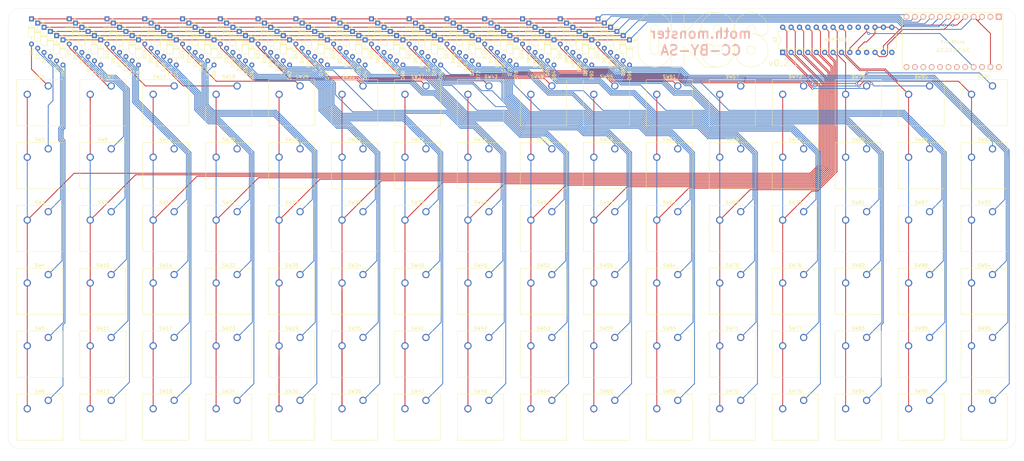
<source format=kicad_pcb>
(kicad_pcb (version 20211014) (generator pcbnew)
  (layers (0 "F.Cu" signal) (31 "B.Cu" signal) (34 "B.Paste" user) (35 "F.Paste" user) (36 "B.SilkS" user "B.Silkscreen") (37 "F.SilkS" user "F.Silkscreen") (38 "B.Mask" user) (39 "F.Mask" user) (44 "Edge.Cuts" user))
  (net 0 "")
  (net 1 "GND")
  (net 2 "Row1")
  (net 3 "Row2")
  (net 4 "Net-(D3-Pad2)")
  (net 5 "Net-(D4-Pad2)")
  (net 6 "Row4")
  (net 7 "Net-(D5-Pad2)")
  (net 8 "Row5")
  (net 9 "Net-(D6-Pad2)")
  (net 10 "Row6")
  (net 11 "Row3")
  (net 12 "Col1")
  (net 13 "Col2")
  (net 14 "Col3")
  (net 15 "Col4")
  (net 16 "Col5")
  (net 17 "Col6")
  (net 18 "Col7")
  (net 19 "Col8")
  (net 20 "Col9")
  (net 21 "Col10")
  (net 22 "Col12")
  (net 23 "Col13")
  (net 24 "Col14")
  (net 25 "Col15")
  (net 26 "Col11")
  (net 27 "Col16")
  (net 28 "Net-(D1-Pad2)")
  (net 29 "Net-(D2-Pad2)")
  (net 32 "SDA")
  (net 33 "SCL")
  (net 35 "Net-(D7-Pad2)")
  (net 36 "Net-(D8-Pad2)")
  (net 37 "Net-(D9-Pad2)")
  (net 38 "Net-(D10-Pad2)")
  (net 39 "Net-(D11-Pad2)")
  (net 40 "Net-(D12-Pad2)")
  (net 41 "Net-(D13-Pad2)")
  (net 42 "Net-(D14-Pad2)")
  (net 43 "Net-(D15-Pad2)")
  (net 44 "Net-(D16-Pad2)")
  (net 45 "Net-(D17-Pad2)")
  (net 46 "Net-(D18-Pad2)")
  (net 47 "Net-(D19-Pad2)")
  (net 48 "Net-(D20-Pad2)")
  (net 49 "Net-(D21-Pad2)")
  (net 50 "Net-(D22-Pad2)")
  (net 51 "Net-(D23-Pad2)")
  (net 52 "Net-(D24-Pad2)")
  (net 53 "Net-(D25-Pad2)")
  (net 54 "Net-(D26-Pad2)")
  (net 55 "Net-(D27-Pad2)")
  (net 56 "Net-(D28-Pad2)")
  (net 57 "Net-(D29-Pad2)")
  (net 58 "Net-(D30-Pad2)")
  (net 59 "Net-(D31-Pad2)")
  (net 60 "Net-(D32-Pad2)")
  (net 61 "Net-(D33-Pad2)")
  (net 62 "Net-(D34-Pad2)")
  (net 63 "Net-(D35-Pad2)")
  (net 64 "Net-(D36-Pad2)")
  (net 65 "Net-(D37-Pad2)")
  (net 66 "Net-(D38-Pad2)")
  (net 67 "Net-(D39-Pad2)")
  (net 68 "Net-(D40-Pad2)")
  (net 69 "Net-(D41-Pad2)")
  (net 70 "Net-(D42-Pad2)")
  (net 71 "Net-(D43-Pad2)")
  (net 72 "Net-(D44-Pad2)")
  (net 73 "Net-(D45-Pad2)")
  (net 74 "Net-(D46-Pad2)")
  (net 75 "Net-(D47-Pad2)")
  (net 76 "Net-(D48-Pad2)")
  (net 77 "Net-(D49-Pad2)")
  (net 78 "Net-(D50-Pad2)")
  (net 79 "Net-(D51-Pad2)")
  (net 80 "Net-(D52-Pad2)")
  (net 81 "Net-(D53-Pad2)")
  (net 82 "Net-(D54-Pad2)")
  (net 83 "Net-(D55-Pad2)")
  (net 84 "Net-(D56-Pad2)")
  (net 85 "Net-(D57-Pad2)")
  (net 86 "Net-(D58-Pad2)")
  (net 87 "Net-(D59-Pad2)")
  (net 88 "Net-(D60-Pad2)")
  (net 89 "Net-(D61-Pad2)")
  (net 90 "Net-(D62-Pad2)")
  (net 91 "Net-(D63-Pad2)")
  (net 92 "Net-(D64-Pad2)")
  (net 93 "Net-(D65-Pad2)")
  (net 94 "Net-(D66-Pad2)")
  (net 95 "Net-(D67-Pad2)")
  (net 96 "Net-(D68-Pad2)")
  (net 97 "Net-(D69-Pad2)")
  (net 98 "Net-(D70-Pad2)")
  (net 99 "Net-(D71-Pad2)")
  (net 100 "Net-(D72-Pad2)")
  (net 101 "Net-(D73-Pad2)")
  (net 102 "Net-(D74-Pad2)")
  (net 103 "Net-(D75-Pad2)")
  (net 104 "Net-(D76-Pad2)")
  (net 105 "Net-(D77-Pad2)")
  (net 106 "Net-(D78-Pad2)")
  (net 107 "Net-(D79-Pad2)")
  (net 108 "Net-(D80-Pad2)")
  (net 109 "Net-(D81-Pad2)")
  (net 110 "Net-(D82-Pad2)")
  (net 111 "Net-(D83-Pad2)")
  (net 112 "Net-(D84-Pad2)")
  (net 113 "Net-(D85-Pad2)")
  (net 114 "Net-(D86-Pad2)")
  (net 115 "Net-(D87-Pad2)")
  (net 116 "Net-(D88-Pad2)")
  (net 117 "Net-(D89-Pad2)")
  (net 118 "Net-(D90-Pad2)")
  (net 119 "Net-(D91-Pad2)")
  (net 120 "Net-(D92-Pad2)")
  (net 121 "Net-(D93-Pad2)")
  (net 122 "Net-(D94-Pad2)")
  (net 123 "Net-(D95-Pad2)")
  (net 124 "Net-(D96-Pad2)")
  (net 132 "+5V")
  (footprint "Diode_THT:D_DO-34_SOD68_P7.62mm_Horizontal" (layer "F.Cu") (at 321.945 41.275 -90)
    (fp_text reference "D13")
    (fp_text value "D")
  )
  (footprint "Diode_THT:D_DO-34_SOD68_P7.62mm_Horizontal" (layer "F.Cu") (at 323.85 42.545 -90)
    (fp_text reference "D14")
    (fp_text value "D")
  )
  (footprint "Diode_THT:D_DO-34_SOD68_P7.62mm_Horizontal" (layer "F.Cu") (at 325.755 43.815 -90)
    (fp_text reference "D15")
    (fp_text value "D")
  )
  (footprint "Diode_THT:D_DO-34_SOD68_P7.62mm_Horizontal" (layer "F.Cu") (at 327.66 45.085 -90)
    (fp_text reference "D16")
    (fp_text value "D")
  )
  (footprint "Diode_THT:D_DO-34_SOD68_P7.62mm_Horizontal" (layer "F.Cu") (at 329.565 46.355 -90)
    (fp_text reference "D17")
    (fp_text value "D")
  )
  (footprint "Diode_THT:D_DO-34_SOD68_P7.62mm_Horizontal" (layer "F.Cu") (at 331.47 47.625 -90)
    (fp_text reference "D18")
    (fp_text value "D")
  )
  (footprint "Diode_THT:D_DO-34_SOD68_P7.62mm_Horizontal" (layer "F.Cu") (at 333.375 41.275 -90)
    (fp_text reference "D19")
    (fp_text value "D")
  )
  (footprint "Diode_THT:D_DO-34_SOD68_P7.62mm_Horizontal" (layer "F.Cu") (at 335.28 42.545 -90)
    (fp_text reference "D20")
    (fp_text value "D")
  )
  (footprint "Diode_THT:D_DO-34_SOD68_P7.62mm_Horizontal" (layer "F.Cu") (at 337.185 43.815 -90)
    (fp_text reference "D21")
    (fp_text value "D")
  )
  (footprint "Diode_THT:D_DO-34_SOD68_P7.62mm_Horizontal" (layer "F.Cu") (at 339.09 45.085 -90)
    (fp_text reference "D22")
    (fp_text value "D")
  )
  (footprint "Diode_THT:D_DO-34_SOD68_P7.62mm_Horizontal" (layer "F.Cu") (at 340.995 46.355 -90)
    (fp_text reference "D23")
    (fp_text value "D")
  )
  (footprint "Diode_THT:D_DO-34_SOD68_P7.62mm_Horizontal" (layer "F.Cu") (at 342.9 47.625 -90)
    (fp_text reference "D24")
    (fp_text value "D")
  )
  (footprint "Diode_THT:D_DO-34_SOD68_P7.62mm_Horizontal" (layer "F.Cu") (at 344.805 41.275 -90)
    (fp_text reference "D25")
    (fp_text value "D")
  )
  (footprint "Diode_THT:D_DO-34_SOD68_P7.62mm_Horizontal" (layer "F.Cu") (at 346.71 42.545 -90)
    (fp_text reference "D26")
    (fp_text value "D")
  )
  (footprint "Diode_THT:D_DO-34_SOD68_P7.62mm_Horizontal" (layer "F.Cu") (at 348.615 43.815 -90)
    (fp_text reference "D27")
    (fp_text value "D")
  )
  (footprint "Diode_THT:D_DO-34_SOD68_P7.62mm_Horizontal" (layer "F.Cu") (at 350.52 45.085 -90)
    (fp_text reference "D28")
    (fp_text value "D")
  )
  (footprint "Diode_THT:D_DO-34_SOD68_P7.62mm_Horizontal" (layer "F.Cu") (at 352.425 46.355 -90)
    (fp_text reference "D29")
    (fp_text value "D")
  )
  (footprint "Diode_THT:D_DO-34_SOD68_P7.62mm_Horizontal" (layer "F.Cu") (at 354.33 47.625 -90)
    (fp_text reference "D30")
    (fp_text value "D")
  )
  (footprint "Diode_THT:D_DO-34_SOD68_P7.62mm_Horizontal" (layer "F.Cu") (at 356.235 41.275 -90)
    (fp_text reference "D31")
    (fp_text value "D")
  )
  (footprint "Diode_THT:D_DO-34_SOD68_P7.62mm_Horizontal" (layer "F.Cu") (at 358.14 42.545 -90)
    (fp_text reference "D32")
    (fp_text value "D")
  )
  (footprint "Diode_THT:D_DO-34_SOD68_P7.62mm_Horizontal" (layer "F.Cu") (at 360.045 43.815 -90)
    (fp_text reference "D33")
    (fp_text value "D")
  )
  (footprint "Diode_THT:D_DO-34_SOD68_P7.62mm_Horizontal" (layer "F.Cu") (at 361.95 45.085 -90)
    (fp_text reference "D34")
    (fp_text value "D")
  )
  (footprint "Diode_THT:D_DO-34_SOD68_P7.62mm_Horizontal" (layer "F.Cu") (at 363.855 46.355 -90)
    (fp_text reference "D35")
    (fp_text value "D")
  )
  (footprint "Diode_THT:D_DO-34_SOD68_P7.62mm_Horizontal" (layer "F.Cu") (at 365.76 47.625 -90)
    (fp_text reference "D36")
    (fp_text value "D")
  )
  (footprint "Diode_THT:D_DO-34_SOD68_P7.62mm_Horizontal" (layer "F.Cu") (at 367.665 41.275 -90)
    (fp_text reference "D37")
    (fp_text value "D")
  )
  (footprint "Diode_THT:D_DO-34_SOD68_P7.62mm_Horizontal" (layer "F.Cu") (at 369.57 42.545 -90)
    (fp_text reference "D38")
    (fp_text value "D")
  )
  (footprint "Diode_THT:D_DO-34_SOD68_P7.62mm_Horizontal" (layer "F.Cu") (at 371.475 43.815 -90)
    (fp_text reference "D39")
    (fp_text value "D")
  )
  (footprint "Diode_THT:D_DO-34_SOD68_P7.62mm_Horizontal" (layer "F.Cu") (at 373.38 45.085 -90)
    (fp_text reference "D40")
    (fp_text value "D")
  )
  (footprint "Diode_THT:D_DO-34_SOD68_P7.62mm_Horizontal" (layer "F.Cu") (at 375.285 46.355 -90)
    (fp_text reference "D41")
    (fp_text value "D")
  )
  (footprint "Diode_THT:D_DO-34_SOD68_P7.62mm_Horizontal" (layer "F.Cu") (at 377.19 47.625 -90)
    (fp_text reference "D42")
    (fp_text value "D")
  )
  (footprint "Diode_THT:D_DO-34_SOD68_P7.62mm_Horizontal" (layer "F.Cu") (at 379.095 41.275 -90)
    (fp_text reference "D43")
    (fp_text value "D")
  )
  (footprint "Diode_THT:D_DO-34_SOD68_P7.62mm_Horizontal" (layer "F.Cu") (at 381 42.545 -90)
    (fp_text reference "D44")
    (fp_text value "D")
  )
  (footprint "Diode_THT:D_DO-34_SOD68_P7.62mm_Horizontal" (layer "F.Cu") (at 382.905 43.815 -90)
    (fp_text reference "D45")
    (fp_text value "D")
  )
  (footprint "Diode_THT:D_DO-34_SOD68_P7.62mm_Horizontal" (layer "F.Cu") (at 384.81 45.085 -90)
    (fp_text reference "D46")
    (fp_text value "D")
  )
  (footprint "Diode_THT:D_DO-34_SOD68_P7.62mm_Horizontal" (layer "F.Cu") (at 386.715 46.355 -90)
    (fp_text reference "D47")
    (fp_text value "D")
  )
  (footprint "Diode_THT:D_DO-34_SOD68_P7.62mm_Horizontal" (layer "F.Cu") (at 388.62 47.625 -90)
    (fp_text reference "D48")
    (fp_text value "D")
  )
  (footprint "Diode_THT:D_DO-34_SOD68_P7.62mm_Horizontal" (layer "F.Cu") (at 390.525 41.275 -90)
    (fp_text reference "D49")
    (fp_text value "D")
  )
  (footprint "Diode_THT:D_DO-34_SOD68_P7.62mm_Horizontal" (layer "F.Cu") (at 392.43 42.545 -90)
    (fp_text reference "D50")
    (fp_text value "D")
  )
  (footprint "Diode_THT:D_DO-34_SOD68_P7.62mm_Horizontal" (layer "F.Cu") (at 394.335 43.815 -90)
    (fp_text reference "D51")
    (fp_text value "D")
  )
  (footprint "Diode_THT:D_DO-34_SOD68_P7.62mm_Horizontal" (layer "F.Cu") (at 396.24 45.085 -90)
    (fp_text reference "D52")
    (fp_text value "D")
  )
  (footprint "Diode_THT:D_DO-34_SOD68_P7.62mm_Horizontal" (layer "F.Cu") (at 398.145 46.355 -90)
    (fp_text reference "D53")
    (fp_text value "D")
  )
  (footprint "Diode_THT:D_DO-34_SOD68_P7.62mm_Horizontal" (layer "F.Cu") (at 400.05 47.625 -90)
    (fp_text reference "D54")
    (fp_text value "D")
  )
  (footprint "Diode_THT:D_DO-34_SOD68_P7.62mm_Horizontal" (layer "F.Cu") (at 401.955 41.275 -90)
    (fp_text reference "D55")
    (fp_text value "D")
  )
  (footprint "Diode_THT:D_DO-34_SOD68_P7.62mm_Horizontal" (layer "F.Cu") (at 403.86 42.545 -90)
    (fp_text reference "D56")
    (fp_text value "D")
  )
  (footprint "Diode_THT:D_DO-34_SOD68_P7.62mm_Horizontal" (layer "F.Cu") (at 405.765 43.815 -90)
    (fp_text reference "D57")
    (fp_text value "D")
  )
  (footprint "Diode_THT:D_DO-34_SOD68_P7.62mm_Horizontal" (layer "F.Cu") (at 407.67 45.085 -90)
    (fp_text reference "D58")
    (fp_text value "D")
  )
  (footprint "Diode_THT:D_DO-34_SOD68_P7.62mm_Horizontal" (layer "F.Cu") (at 409.575 46.355 -90)
    (fp_text reference "D59")
    (fp_text value "D")
  )
  (footprint "Diode_THT:D_DO-34_SOD68_P7.62mm_Horizontal" (layer "F.Cu") (at 411.48 47.625 -90)
    (fp_text reference "D60")
    (fp_text value "D")
  )
  (footprint "Diode_THT:D_DO-34_SOD68_P7.62mm_Horizontal" (layer "F.Cu") (at 413.385 41.275 -90)
    (fp_text reference "D61")
    (fp_text value "D")
  )
  (footprint "Diode_THT:D_DO-34_SOD68_P7.62mm_Horizontal" (layer "F.Cu") (at 415.29 42.545 -90)
    (fp_text reference "D62")
    (fp_text value "D")
  )
  (footprint "Diode_THT:D_DO-34_SOD68_P7.62mm_Horizontal" (layer "F.Cu") (at 417.195 43.815 -90)
    (fp_text reference "D63")
    (fp_text value "D")
  )
  (footprint "Diode_THT:D_DO-34_SOD68_P7.62mm_Horizontal" (layer "F.Cu") (at 419.1 45.085 -90)
    (fp_text reference "D64")
    (fp_text value "D")
  )
  (footprint "Diode_THT:D_DO-34_SOD68_P7.62mm_Horizontal" (layer "F.Cu") (at 421.005 46.355 -90)
    (fp_text reference "D65")
    (fp_text value "D")
  )
  (footprint "Diode_THT:D_DO-34_SOD68_P7.62mm_Horizontal" (layer "F.Cu") (at 422.91 47.625 -90)
    (fp_text reference "D66")
    (fp_text value "D")
  )
  (footprint "Diode_THT:D_DO-34_SOD68_P7.62mm_Horizontal" (layer "F.Cu") (at 424.815 41.275 -90)
    (fp_text reference "D67")
    (fp_text value "D")
  )
  (footprint "Diode_THT:D_DO-34_SOD68_P7.62mm_Horizontal" (layer "F.Cu") (at 426.72 42.545 -90)
    (fp_text reference "D68")
    (fp_text value "D")
  )
  (footprint "Diode_THT:D_DO-34_SOD68_P7.62mm_Horizontal" (layer "F.Cu") (at 428.625 43.815 -90)
    (fp_text reference "D69")
    (fp_text value "D")
  )
  (footprint "Diode_THT:D_DO-34_SOD68_P7.62mm_Horizontal" (layer "F.Cu") (at 430.53 45.085 -90)
    (fp_text reference "D70")
    (fp_text value "D")
  )
  (footprint "Diode_THT:D_DO-34_SOD68_P7.62mm_Horizontal" (layer "F.Cu") (at 432.435 46.355 -90)
    (fp_text reference "D71")
    (fp_text value "D")
  )
  (footprint "Diode_THT:D_DO-34_SOD68_P7.62mm_Horizontal" (layer "F.Cu") (at 434.34 47.625 -90)
    (fp_text reference "D72")
    (fp_text value "D")
  )
  (footprint "Diode_THT:D_DO-34_SOD68_P7.62mm_Horizontal" (layer "F.Cu") (at 436.245 41.275 -90)
    (fp_text reference "D73")
    (fp_text value "D")
  )
  (footprint "Diode_THT:D_DO-34_SOD68_P7.62mm_Horizontal" (layer "F.Cu") (at 438.15 42.545 -90)
    (fp_text reference "D74")
    (fp_text value "D")
  )
  (footprint "Diode_THT:D_DO-34_SOD68_P7.62mm_Horizontal" (layer "F.Cu") (at 440.055 43.815 -90)
    (fp_text reference "D75")
    (fp_text value "D")
  )
  (footprint "Diode_THT:D_DO-34_SOD68_P7.62mm_Horizontal" (layer "F.Cu") (at 441.96 45.085 -90)
    (fp_text reference "D76")
    (fp_text value "D")
  )
  (footprint "Diode_THT:D_DO-34_SOD68_P7.62mm_Horizontal" (layer "F.Cu") (at 443.865 46.355 -90)
    (fp_text reference "D77")
    (fp_text value "D")
  )
  (footprint "Diode_THT:D_DO-34_SOD68_P7.62mm_Horizontal" (layer "F.Cu") (at 445.77 47.625 -90)
    (fp_text reference "D78")
    (fp_text value "D")
  )
  (footprint "Diode_THT:D_DO-34_SOD68_P7.62mm_Horizontal" (layer "F.Cu") (at 447.675 41.275 -90)
    (fp_text reference "D79")
    (fp_text value "D")
  )
  (footprint "Diode_THT:D_DO-34_SOD68_P7.62mm_Horizontal" (layer "F.Cu") (at 449.58 42.545 -90)
    (fp_text reference "D80")
    (fp_text value "D")
  )
  (footprint "Diode_THT:D_DO-34_SOD68_P7.62mm_Horizontal" (layer "F.Cu") (at 451.485 43.815 -90)
    (fp_text reference "D81")
    (fp_text value "D")
  )
  (footprint "Diode_THT:D_DO-34_SOD68_P7.62mm_Horizontal" (layer "F.Cu") (at 453.39 45.085 -90)
    (fp_text reference "D82")
    (fp_text value "D")
  )
  (footprint "Diode_THT:D_DO-34_SOD68_P7.62mm_Horizontal" (layer "F.Cu") (at 455.295 46.355 -90)
    (fp_text reference "D83")
    (fp_text value "D")
  )
  (footprint "Diode_THT:D_DO-34_SOD68_P7.62mm_Horizontal" (layer "F.Cu") (at 457.2 47.625 -90)
    (fp_text reference "D84")
    (fp_text value "D")
  )
  (footprint "Diode_THT:D_DO-34_SOD68_P7.62mm_Horizontal" (layer "F.Cu") (at 459.105 41.275 -90)
    (fp_text reference "D85")
    (fp_text value "D")
  )
  (footprint "Diode_THT:D_DO-34_SOD68_P7.62mm_Horizontal" (layer "F.Cu") (at 461.01 42.545 -90)
    (fp_text reference "D86")
    (fp_text value "D")
  )
  (footprint "Diode_THT:D_DO-34_SOD68_P7.62mm_Horizontal" (layer "F.Cu") (at 462.915 43.815 -90)
    (fp_text reference "D87")
    (fp_text value "D")
  )
  (footprint "Diode_THT:D_DO-34_SOD68_P7.62mm_Horizontal" (layer "F.Cu") (at 464.82 45.085 -90)
    (fp_text reference "D88")
    (fp_text value "D")
  )
  (footprint "Diode_THT:D_DO-34_SOD68_P7.62mm_Horizontal" (layer "F.Cu") (at 466.725 46.355 -90)
    (fp_text reference "D89")
    (fp_text value "D")
  )
  (footprint "Diode_THT:D_DO-34_SOD68_P7.62mm_Horizontal" (layer "F.Cu") (at 468.63 47.625 -90)
    (fp_text reference "D90")
    (fp_text value "D")
  )
  (footprint "Diode_THT:D_DO-34_SOD68_P7.62mm_Horizontal" (layer "F.Cu") (at 470.535 41.275 -90)
    (fp_text reference "D91")
    (fp_text value "D")
  )
  (footprint "Diode_THT:D_DO-34_SOD68_P7.62mm_Horizontal" (layer "F.Cu") (at 472.44 42.545 -90)
    (fp_text reference "D92")
    (fp_text value "D")
  )
  (footprint "Diode_THT:D_DO-34_SOD68_P7.62mm_Horizontal" (layer "F.Cu") (at 474.345 43.815 -90)
    (fp_text reference "D93")
    (fp_text value "D")
  )
  (footprint "Diode_THT:D_DO-34_SOD68_P7.62mm_Horizontal" (layer "F.Cu") (at 476.25 45.085 -90)
    (fp_text reference "D94")
    (fp_text value "D")
  )
  (footprint "Diode_THT:D_DO-34_SOD68_P7.62mm_Horizontal" (layer "F.Cu") (at 478.155 46.355 -90)
    (fp_text reference "D95")
    (fp_text value "D")
  )
  (footprint "Diode_THT:D_DO-34_SOD68_P7.62mm_Horizontal" (layer "F.Cu") (at 480.06 47.625 -90)
    (fp_text reference "D96")
    (fp_text value "D")
  )
  (footprint "Button_Switch_Keyboard:SW_Cherry_MX_1.00u_PCB" (layer "F.Cu") (at 304.165 61.595)
    (fp_text reference "SW1")
    (fp_text value "SW_Push")
  )
  (footprint "Button_Switch_Keyboard:SW_Cherry_MX_1.00u_PCB" (layer "F.Cu") (at 304.165 80.645)
    (fp_text reference "SW2")
    (fp_text value "SW_Push")
  )
  (footprint "Button_Switch_Keyboard:SW_Cherry_MX_1.00u_PCB" (layer "F.Cu") (at 304.165 99.695)
    (fp_text reference "SW3")
    (fp_text value "SW_Push")
  )
  (footprint "Button_Switch_Keyboard:SW_Cherry_MX_1.00u_PCB" (layer "F.Cu") (at 304.165 118.745)
    (fp_text reference "SW4")
    (fp_text value "SW_Push")
  )
  (footprint "Button_Switch_Keyboard:SW_Cherry_MX_1.00u_PCB" (layer "F.Cu") (at 304.165 137.795)
    (fp_text reference "SW5")
    (fp_text value "SW_Push")
  )
  (footprint "Button_Switch_Keyboard:SW_Cherry_MX_1.00u_PCB" (layer "F.Cu") (at 304.165 156.845)
    (fp_text reference "SW6")
    (fp_text value "SW_Push")
  )
  (footprint "Button_Switch_Keyboard:SW_Cherry_MX_1.00u_PCB" (layer "F.Cu") (at 323.215 61.595)
    (fp_text reference "SW7")
    (fp_text value "SW_Push")
  )
  (footprint "Button_Switch_Keyboard:SW_Cherry_MX_1.00u_PCB" (layer "F.Cu") (at 323.215 80.645)
    (fp_text reference "SW8")
    (fp_text value "SW_Push")
  )
  (footprint "Button_Switch_Keyboard:SW_Cherry_MX_1.00u_PCB" (layer "F.Cu") (at 323.215 99.695)
    (fp_text reference "SW9")
    (fp_text value "SW_Push")
  )
  (footprint "Button_Switch_Keyboard:SW_Cherry_MX_1.00u_PCB" (layer "F.Cu") (at 323.215 118.745)
    (fp_text reference "SW10")
    (fp_text value "SW_Push")
  )
  (footprint "Button_Switch_Keyboard:SW_Cherry_MX_1.00u_PCB" (layer "F.Cu") (at 323.215 137.795)
    (fp_text reference "SW11")
    (fp_text value "SW_Push")
  )
  (footprint "Button_Switch_Keyboard:SW_Cherry_MX_1.00u_PCB" (layer "F.Cu") (at 323.215 156.845)
    (fp_text reference "SW12")
    (fp_text value "SW_Push")
  )
  (footprint "Button_Switch_Keyboard:SW_Cherry_MX_1.00u_PCB" (layer "F.Cu") (at 342.265 61.595)
    (fp_text reference "SW13")
    (fp_text value "SW_Push")
  )
  (footprint "Button_Switch_Keyboard:SW_Cherry_MX_1.00u_PCB" (layer "F.Cu") (at 342.265 80.645)
    (fp_text reference "SW14")
    (fp_text value "SW_Push")
  )
  (footprint "Button_Switch_Keyboard:SW_Cherry_MX_1.00u_PCB" (layer "F.Cu") (at 342.265 99.695)
    (fp_text reference "SW15")
    (fp_text value "SW_Push")
  )
  (footprint "Button_Switch_Keyboard:SW_Cherry_MX_1.00u_PCB" (layer "F.Cu") (at 342.265 118.745)
    (fp_text reference "SW16")
    (fp_text value "SW_Push")
  )
  (footprint "Button_Switch_Keyboard:SW_Cherry_MX_1.00u_PCB" (layer "F.Cu") (at 342.265 137.795)
    (fp_text reference "SW17")
    (fp_text value "SW_Push")
  )
  (footprint "Button_Switch_Keyboard:SW_Cherry_MX_1.00u_PCB" (layer "F.Cu") (at 342.265 156.845)
    (fp_text reference "SW18")
    (fp_text value "SW_Push")
  )
  (footprint "Button_Switch_Keyboard:SW_Cherry_MX_1.00u_PCB" (layer "F.Cu") (at 361.315 61.595)
    (fp_text reference "SW19")
    (fp_text value "SW_Push")
  )
  (footprint "Button_Switch_Keyboard:SW_Cherry_MX_1.00u_PCB" (layer "F.Cu") (at 361.315 80.645)
    (fp_text reference "SW20")
    (fp_text value "SW_Push")
  )
  (footprint "Button_Switch_Keyboard:SW_Cherry_MX_1.00u_PCB" (layer "F.Cu") (at 361.315 99.695)
    (fp_text reference "SW21")
    (fp_text value "SW_Push")
  )
  (footprint "Button_Switch_Keyboard:SW_Cherry_MX_1.00u_PCB" (layer "F.Cu") (at 361.315 118.745)
    (fp_text reference "SW22")
    (fp_text value "SW_Push")
  )
  (footprint "Button_Switch_Keyboard:SW_Cherry_MX_1.00u_PCB" (layer "F.Cu") (at 361.315 137.795)
    (fp_text reference "SW23")
    (fp_text value "SW_Push")
  )
  (footprint "Button_Switch_Keyboard:SW_Cherry_MX_1.00u_PCB" (layer "F.Cu") (at 361.315 156.845)
    (fp_text reference "SW24")
    (fp_text value "SW_Push")
  )
  (footprint "Button_Switch_Keyboard:SW_Cherry_MX_1.00u_PCB" (layer "F.Cu") (at 380.365 61.595)
    (fp_text reference "SW25")
    (fp_text value "SW_Push")
  )
  (footprint "Button_Switch_Keyboard:SW_Cherry_MX_1.00u_PCB" (layer "F.Cu") (at 380.365 80.645)
    (fp_text reference "SW26")
    (fp_text value "SW_Push")
  )
  (footprint "Button_Switch_Keyboard:SW_Cherry_MX_1.00u_PCB" (layer "F.Cu") (at 380.365 99.695)
    (fp_text reference "SW27")
    (fp_text value "SW_Push")
  )
  (footprint "Button_Switch_Keyboard:SW_Cherry_MX_1.00u_PCB" (layer "F.Cu") (at 380.365 118.745)
    (fp_text reference "SW28")
    (fp_text value "SW_Push")
  )
  (footprint "Button_Switch_Keyboard:SW_Cherry_MX_1.00u_PCB" (layer "F.Cu") (at 380.365 137.795)
    (fp_text reference "SW29")
    (fp_text value "SW_Push")
  )
  (footprint "Button_Switch_Keyboard:SW_Cherry_MX_1.00u_PCB" (layer "F.Cu") (at 380.365 156.845)
    (fp_text reference "SW30")
    (fp_text value "SW_Push")
  )
  (footprint "Button_Switch_Keyboard:SW_Cherry_MX_1.00u_PCB" (layer "F.Cu") (at 399.415 61.595)
    (fp_text reference "SW31")
    (fp_text value "SW_Push")
  )
  (footprint "Button_Switch_Keyboard:SW_Cherry_MX_1.00u_PCB" (layer "F.Cu") (at 399.415 80.645)
    (fp_text reference "SW32")
    (fp_text value "SW_Push")
  )
  (footprint "Button_Switch_Keyboard:SW_Cherry_MX_1.00u_PCB" (layer "F.Cu") (at 399.415 99.695)
    (fp_text reference "SW33")
    (fp_text value "SW_Push")
  )
  (footprint "Button_Switch_Keyboard:SW_Cherry_MX_1.00u_PCB" (layer "F.Cu") (at 399.415 118.745)
    (fp_text reference "SW34")
    (fp_text value "SW_Push")
  )
  (footprint "Button_Switch_Keyboard:SW_Cherry_MX_1.00u_PCB" (layer "F.Cu") (at 399.415 137.795)
    (fp_text reference "SW35")
    (fp_text value "SW_Push")
  )
  (footprint "Button_Switch_Keyboard:SW_Cherry_MX_1.00u_PCB" (layer "F.Cu") (at 399.415 156.845)
    (fp_text reference "SW36")
    (fp_text value "SW_Push")
  )
  (footprint "Button_Switch_Keyboard:SW_Cherry_MX_1.00u_PCB" (layer "F.Cu") (at 418.465 61.595)
    (fp_text reference "SW37")
    (fp_text value "SW_Push")
  )
  (footprint "Button_Switch_Keyboard:SW_Cherry_MX_1.00u_PCB" (layer "F.Cu") (at 418.465 80.645)
    (fp_text reference "SW38")
    (fp_text value "SW_Push")
  )
  (footprint "Button_Switch_Keyboard:SW_Cherry_MX_1.00u_PCB" (layer "F.Cu") (at 418.465 99.695)
    (fp_text reference "SW39")
    (fp_text value "SW_Push")
  )
  (footprint "Button_Switch_Keyboard:SW_Cherry_MX_1.00u_PCB" (layer "F.Cu") (at 418.465 118.745)
    (fp_text reference "SW40")
    (fp_text value "SW_Push")
  )
  (footprint "Button_Switch_Keyboard:SW_Cherry_MX_1.00u_PCB" (layer "F.Cu") (at 418.465 137.795)
    (fp_text reference "SW41")
    (fp_text value "SW_Push")
  )
  (footprint "Button_Switch_Keyboard:SW_Cherry_MX_1.00u_PCB" (layer "F.Cu") (at 418.465 156.845)
    (fp_text reference "SW42")
    (fp_text value "SW_Push")
  )
  (footprint "Button_Switch_Keyboard:SW_Cherry_MX_1.00u_PCB" (layer "F.Cu") (at 437.515 61.595)
    (fp_text reference "SW43")
    (fp_text value "SW_Push")
  )
  (footprint "Button_Switch_Keyboard:SW_Cherry_MX_1.00u_PCB" (layer "F.Cu") (at 437.515 80.645)
    (fp_text reference "SW44")
    (fp_text value "SW_Push")
  )
  (footprint "Button_Switch_Keyboard:SW_Cherry_MX_1.00u_PCB" (layer "F.Cu") (at 437.515 99.695)
    (fp_text reference "SW45")
    (fp_text value "SW_Push")
  )
  (footprint "Button_Switch_Keyboard:SW_Cherry_MX_1.00u_PCB" (layer "F.Cu") (at 437.515 118.745)
    (fp_text reference "SW46")
    (fp_text value "SW_Push")
  )
  (footprint "Button_Switch_Keyboard:SW_Cherry_MX_1.00u_PCB" (layer "F.Cu") (at 437.515 137.795)
    (fp_text reference "SW47")
    (fp_text value "SW_Push")
  )
  (footprint "Button_Switch_Keyboard:SW_Cherry_MX_1.00u_PCB" (layer "F.Cu") (at 437.515 156.845)
    (fp_text reference "SW48")
    (fp_text value "SW_Push")
  )
  (footprint "Button_Switch_Keyboard:SW_Cherry_MX_1.00u_PCB" (layer "F.Cu") (at 456.565 61.595)
    (fp_text reference "SW49")
    (fp_text value "SW_Push")
  )
  (footprint "Button_Switch_Keyboard:SW_Cherry_MX_1.00u_PCB" (layer "F.Cu") (at 456.565 80.645)
    (fp_text reference "SW50")
    (fp_text value "SW_Push")
  )
  (footprint "Button_Switch_Keyboard:SW_Cherry_MX_1.00u_PCB" (layer "F.Cu") (at 456.565 99.695)
    (fp_text reference "SW51")
    (fp_text value "SW_Push")
  )
  (footprint "Button_Switch_Keyboard:SW_Cherry_MX_1.00u_PCB" (layer "F.Cu") (at 456.565 118.745)
    (fp_text reference "SW52")
    (fp_text value "SW_Push")
  )
  (footprint "Button_Switch_Keyboard:SW_Cherry_MX_1.00u_PCB" (layer "F.Cu") (at 456.565 137.795)
    (fp_text reference "SW53")
    (fp_text value "SW_Push")
  )
  (footprint "Button_Switch_Keyboard:SW_Cherry_MX_1.00u_PCB" (layer "F.Cu") (at 456.565 156.845)
    (fp_text reference "SW54")
    (fp_text value "SW_Push")
  )
  (footprint "Button_Switch_Keyboard:SW_Cherry_MX_1.00u_PCB" (layer "F.Cu") (at 475.615 61.595)
    (fp_text reference "SW55")
    (fp_text value "SW_Push")
  )
  (footprint "Button_Switch_Keyboard:SW_Cherry_MX_1.00u_PCB" (layer "F.Cu") (at 475.615 80.645)
    (fp_text reference "SW56")
    (fp_text value "SW_Push")
  )
  (footprint "Button_Switch_Keyboard:SW_Cherry_MX_1.00u_PCB" (layer "F.Cu") (at 475.615 99.695)
    (fp_text reference "SW57")
    (fp_text value "SW_Push")
  )
  (footprint "Button_Switch_Keyboard:SW_Cherry_MX_1.00u_PCB" (layer "F.Cu") (at 475.615 118.745)
    (fp_text reference "SW58")
    (fp_text value "SW_Push")
  )
  (footprint "Button_Switch_Keyboard:SW_Cherry_MX_1.00u_PCB" (layer "F.Cu") (at 475.615 137.795)
    (fp_text reference "SW59")
    (fp_text value "SW_Push")
  )
  (footprint "Button_Switch_Keyboard:SW_Cherry_MX_1.00u_PCB" (layer "F.Cu") (at 475.615 156.845)
    (fp_text reference "SW60")
    (fp_text value "SW_Push")
  )
  (footprint "Button_Switch_Keyboard:SW_Cherry_MX_1.00u_PCB" (layer "F.Cu") (at 494.665 61.595)
    (fp_text reference "SW61")
    (fp_text value "SW_Push")
  )
  (footprint "Button_Switch_Keyboard:SW_Cherry_MX_1.00u_PCB" (layer "F.Cu") (at 494.665 80.645)
    (fp_text reference "SW62")
    (fp_text value "SW_Push")
  )
  (footprint "Button_Switch_Keyboard:SW_Cherry_MX_1.00u_PCB" (layer "F.Cu") (at 494.665 99.695)
    (fp_text reference "SW63")
    (fp_text value "SW_Push")
  )
  (footprint "Button_Switch_Keyboard:SW_Cherry_MX_1.00u_PCB" (layer "F.Cu") (at 494.665 118.745)
    (fp_text reference "SW64")
    (fp_text value "SW_Push")
  )
  (footprint "Button_Switch_Keyboard:SW_Cherry_MX_1.00u_PCB" (layer "F.Cu") (at 494.665 137.795)
    (fp_text reference "SW65")
    (fp_text value "SW_Push")
  )
  (footprint "Button_Switch_Keyboard:SW_Cherry_MX_1.00u_PCB" (layer "F.Cu") (at 494.665 156.845)
    (fp_text reference "SW66")
    (fp_text value "SW_Push")
  )
  (footprint "Button_Switch_Keyboard:SW_Cherry_MX_1.00u_PCB" (layer "F.Cu") (at 513.715 61.595)
    (fp_text reference "SW67")
    (fp_text value "SW_Push")
  )
  (footprint "Button_Switch_Keyboard:SW_Cherry_MX_1.00u_PCB" (layer "F.Cu") (at 513.715 80.645)
    (fp_text reference "SW68")
    (fp_text value "SW_Push")
  )
  (footprint "Button_Switch_Keyboard:SW_Cherry_MX_1.00u_PCB" (layer "F.Cu") (at 513.715 99.695)
    (fp_text reference "SW69")
    (fp_text value "SW_Push")
  )
  (footprint "Button_Switch_Keyboard:SW_Cherry_MX_1.00u_PCB" (layer "F.Cu") (at 513.715 118.745)
    (fp_text reference "SW70")
    (fp_text value "SW_Push")
  )
  (footprint "Button_Switch_Keyboard:SW_Cherry_MX_1.00u_PCB" (layer "F.Cu") (at 513.715 137.795)
    (fp_text reference "SW71")
    (fp_text value "SW_Push")
  )
  (footprint "Button_Switch_Keyboard:SW_Cherry_MX_1.00u_PCB" (layer "F.Cu") (at 513.715 156.845)
    (fp_text reference "SW72")
    (fp_text value "SW_Push")
  )
  (footprint "Button_Switch_Keyboard:SW_Cherry_MX_1.00u_PCB" (layer "F.Cu") (at 532.765 61.595)
    (fp_text reference "SW73")
    (fp_text value "SW_Push")
  )
  (footprint "Button_Switch_Keyboard:SW_Cherry_MX_1.00u_PCB" (layer "F.Cu") (at 532.765 80.645)
    (fp_text reference "SW74")
    (fp_text value "SW_Push")
  )
  (footprint "Button_Switch_Keyboard:SW_Cherry_MX_1.00u_PCB" (layer "F.Cu") (at 532.765 99.695)
    (fp_text reference "SW75")
    (fp_text value "SW_Push")
  )
  (footprint "Button_Switch_Keyboard:SW_Cherry_MX_1.00u_PCB" (layer "F.Cu") (at 532.765 118.745)
    (fp_text reference "SW76")
    (fp_text value "SW_Push")
  )
  (footprint "Button_Switch_Keyboard:SW_Cherry_MX_1.00u_PCB" (layer "F.Cu") (at 532.765 137.795)
    (fp_text reference "SW77")
    (fp_text value "SW_Push")
  )
  (footprint "Button_Switch_Keyboard:SW_Cherry_MX_1.00u_PCB" (layer "F.Cu") (at 532.765 156.845)
    (fp_text reference "SW78")
    (fp_text value "SW_Push")
  )
  (footprint "Button_Switch_Keyboard:SW_Cherry_MX_1.00u_PCB" (layer "F.Cu") (at 551.815 61.595)
    (fp_text reference "SW79")
    (fp_text value "SW_Push")
  )
  (footprint "Button_Switch_Keyboard:SW_Cherry_MX_1.00u_PCB" (layer "F.Cu") (at 551.815 80.645)
    (fp_text reference "SW80")
    (fp_text value "SW_Push")
  )
  (footprint "Button_Switch_Keyboard:SW_Cherry_MX_1.00u_PCB" (layer "F.Cu") (at 551.815 99.695)
    (fp_text reference "SW81")
    (fp_text value "SW_Push")
  )
  (footprint "Button_Switch_Keyboard:SW_Cherry_MX_1.00u_PCB" (layer "F.Cu") (at 551.815 118.745)
    (fp_text reference "SW82")
    (fp_text value "SW_Push")
  )
  (footprint "Button_Switch_Keyboard:SW_Cherry_MX_1.00u_PCB" (layer "F.Cu") (at 551.815 137.795)
    (fp_text reference "SW83")
    (fp_text value "SW_Push")
  )
  (footprint "Button_Switch_Keyboard:SW_Cherry_MX_1.00u_PCB" (layer "F.Cu") (at 551.815 156.845)
    (fp_text reference "SW84")
    (fp_text value "SW_Push")
  )
  (footprint "Button_Switch_Keyboard:SW_Cherry_MX_1.00u_PCB" (layer "F.Cu") (at 570.865 61.595)
    (fp_text reference "SW85")
    (fp_text value "SW_Push")
  )
  (footprint "Button_Switch_Keyboard:SW_Cherry_MX_1.00u_PCB" (layer "F.Cu") (at 570.865 80.645)
    (fp_text reference "SW86")
    (fp_text value "SW_Push")
  )
  (footprint "Button_Switch_Keyboard:SW_Cherry_MX_1.00u_PCB" (layer "F.Cu") (at 570.865 99.695)
    (fp_text reference "SW87")
    (fp_text value "SW_Push")
  )
  (footprint "Button_Switch_Keyboard:SW_Cherry_MX_1.00u_PCB" (layer "F.Cu") (at 570.865 118.745)
    (fp_text reference "SW88")
    (fp_text value "SW_Push")
  )
  (footprint "Button_Switch_Keyboard:SW_Cherry_MX_1.00u_PCB" (layer "F.Cu") (at 570.865 137.795)
    (fp_text reference "SW89")
    (fp_text value "SW_Push")
  )
  (footprint "Button_Switch_Keyboard:SW_Cherry_MX_1.00u_PCB" (layer "F.Cu") (at 570.865 156.845)
    (fp_text reference "SW90")
    (fp_text value "SW_Push")
  )
  (footprint "Button_Switch_Keyboard:SW_Cherry_MX_1.00u_PCB" (layer "F.Cu") (at 589.915 61.595)
    (fp_text reference "SW91")
    (fp_text value "SW_Push")
  )
  (footprint "Button_Switch_Keyboard:SW_Cherry_MX_1.00u_PCB" (layer "F.Cu") (at 589.915 80.645)
    (fp_text reference "SW92")
    (fp_text value "SW_Push")
  )
  (footprint "Button_Switch_Keyboard:SW_Cherry_MX_1.00u_PCB" (layer "F.Cu") (at 589.915 99.695)
    (fp_text reference "SW93")
    (fp_text value "SW_Push")
  )
  (footprint "Button_Switch_Keyboard:SW_Cherry_MX_1.00u_PCB" (layer "F.Cu") (at 589.915 118.745)
    (fp_text reference "SW94")
    (fp_text value "SW_Push")
  )
  (footprint "Button_Switch_Keyboard:SW_Cherry_MX_1.00u_PCB" (layer "F.Cu") (at 589.915 137.795)
    (fp_text reference "SW95")
    (fp_text value "SW_Push")
  )
  (footprint "Button_Switch_Keyboard:SW_Cherry_MX_1.00u_PCB" (layer "F.Cu") (at 589.915 156.845)
    (fp_text reference "SW96")
    (fp_text value "SW_Push")
  )
  (footprint "keebio:ArduinoProMicro" (layer "F.Cu") (at 577.85 48.26 180)
    (fp_text reference "U1" hide)
    (fp_text value "ProMicro" hide)
  )
  (footprint "Diode_THT:D_DO-34_SOD68_P7.62mm_Horizontal" (layer "F.Cu") (at 308.61 47.625 -90)
    (fp_text reference "D6")
    (fp_text value "D")
  )
  (footprint "Diode_THT:D_DO-34_SOD68_P7.62mm_Horizontal" (layer "F.Cu") (at 304.8 45.085 -90)
    (fp_text reference "D4")
    (fp_text value "D")
  )
  (footprint "Diode_THT:D_DO-34_SOD68_P7.62mm_Horizontal" (layer "F.Cu") (at 302.895 43.815 -90)
    (fp_text reference "D3")
    (fp_text value "D")
  )
  (footprint "Diode_THT:D_DO-34_SOD68_P7.62mm_Horizontal" (layer "F.Cu") (at 299.085 41.275 -90)
    (fp_text reference "D1")
    (fp_text value "D")
  )
  (footprint "Diode_THT:D_DO-34_SOD68_P7.62mm_Horizontal" (layer "F.Cu") (at 300.99 42.545 -90)
    (fp_text reference "D2")
    (fp_text value "D")
  )
  (footprint "Diode_THT:D_DO-34_SOD68_P7.62mm_Horizontal" (layer "F.Cu") (at 306.705 46.355 -90)
    (fp_text reference "D5")
    (fp_text value "D")
  )
  (footprint "Diode_THT:D_DO-34_SOD68_P7.62mm_Horizontal" (layer "F.Cu") (at 312.42 42.545 -90)
    (fp_text reference "D8")
    (fp_text value "D")
  )
  (footprint "Diode_THT:D_DO-34_SOD68_P7.62mm_Horizontal" (layer "F.Cu") (at 310.515 41.275 -90)
    (fp_text reference "D7")
    (fp_text value "D")
  )
  (footprint "Diode_THT:D_DO-34_SOD68_P7.62mm_Horizontal" (layer "F.Cu") (at 316.23 45.085 -90)
    (fp_text reference "D10")
    (fp_text value "D")
  )
  (footprint "Diode_THT:D_DO-34_SOD68_P7.62mm_Horizontal" (layer "F.Cu") (at 314.325 43.815 -90)
    (fp_text reference "D9")
    (fp_text value "D")
  )
  (footprint "Diode_THT:D_DO-34_SOD68_P7.62mm_Horizontal" (layer "F.Cu") (at 320.04 47.625 -90)
    (fp_text reference "D12")
    (fp_text value "D")
  )
  (footprint "Diode_THT:D_DO-34_SOD68_P7.62mm_Horizontal" (layer "F.Cu") (at 318.135 46.355 -90)
    (fp_text reference "D11")
    (fp_text value "D")
  )
  (footprint "MountingHole:MountingHole_3.2mm_M3" (layer "F.Cu") (at 311.15 152.4)
    (fp_text reference "REF**" hide)
    (fp_text value "MountingHole_3.2mm_M3")
  )
  (footprint "MountingHole:MountingHole_3.2mm_M3" (layer "F.Cu") (at 444.5 114.3)
    (fp_text reference "REF**" hide)
    (fp_text value "MountingHole_3.2mm_M3")
  )
  (footprint "Package_DIP:DIP-28_W7.62mm" (layer "F.Cu") (at 526.415 51.435 90)
    (fp_text reference "U2")
    (fp_text value "MCP23017")
  )
  (footprint "MountingHole:MountingHole_3.2mm_M3" (layer "F.Cu") (at 311.15 76.2)
    (fp_text reference "REF**" hide)
    (fp_text value "MountingHole_3.2mm_M3")
  )
  (footprint "MountingHole:MountingHole_3.2mm_M3" (layer "F.Cu") (at 558.8 152.4)
    (fp_text reference "REF**" hide)
    (fp_text value "MountingHole_3.2mm_M3")
  )
  (footprint "MountingHole:MountingHole_3.2mm_M3" (layer "F.Cu") (at 558.8 76.2)
    (fp_text reference "REF**" hide)
    (fp_text value "MountingHole_3.2mm_M3")
  )
  (gr_arc (start 482.6 44.45) (mid 487.68 39.37) (end 492.76 44.45) (layer "F.SilkS") (width 0.12))
  (gr_arc (start 501.65 50.8) (mid 503.555 48.895) (end 505.46 50.8) (layer "F.SilkS") (width 0.12))
  (gr_arc (start 515.62 44.45) (mid 516.89 43.18) (end 518.16 44.45) (layer "F.SilkS") (width 0.12))
  (gr_line (start 496.57 39.37) (end 496.57 45.72) (layer "F.SilkS") (width 0.12))
  (gr_arc (start 521.97 44.45) (mid 520.065 46.355) (end 518.16 44.45) (layer "F.SilkS") (width 0.12))
  (gr_line (start 492.76 39.37) (end 496.57 39.37) (layer "F.SilkS") (width 0.12))
  (gr_arc (start 511.81 44.45) (mid 516.89 39.37) (end 521.97 44.45) (layer "F.SilkS") (width 0.12))
  (gr_line (start 502.92 39.37) (end 506.73 39.37) (layer "F.SilkS") (width 0.12))
  (gr_arc (start 511.81 50.8) (mid 506.73 55.88) (end 501.65 50.8) (layer "F.SilkS") (width 0.12))
  (gr_line (start 508 45.72) (end 508 44.45) (layer "F.SilkS") (width 0.12))
  (gr_line (start 506.73 49.53) (end 508 49.53) (layer "F.SilkS") (width 0.12))
  (gr_line (start 501.65 50.8) (end 498.475 47.625) (layer "F.SilkS") (width 0.12))
  (gr_line (start 488.95 50.8) (end 488.95 44.45) (layer "F.SilkS") (width 0.12))
  (gr_line (start 593.09 57.15) (end 562.61 57.15) (layer "F.SilkS") (width 0.12))
  (gr_arc (start 486.41 44.45) (mid 487.68 43.18) (end 488.95 44.45) (layer "F.SilkS") (width 0.12))
  (gr_line (start 515.62 49.53) (end 515.62 50.8) (layer "F.SilkS") (width 0.12))
  (gr_line (start 516.89 49.53) (end 515.62 49.53) (layer "F.SilkS") (width 0.12))
  (gr_line (start 496.57 55.88) (end 492.76 55.88) (layer "F.SilkS") (width 0.12))
  (gr_arc (start 506.73 49.53) (mid 503.137898 40.857898) (end 511.81 44.45) (layer "F.SilkS") (width 0.12))
  (gr_line (start 496.57 49.53) (end 496.57 55.88) (layer "F.SilkS") (width 0.12))
  (gr_line (start 492.76 50.8) (end 492.76 44.45) (layer "F.SilkS") (width 0.12))
  (gr_line (start 492.76 55.88) (end 492.76 50.8) (layer "F.SilkS") (width 0.12))
  (gr_arc (start 492.76 50.8) (mid 487.68 55.88) (end 482.6 50.8) (layer "F.SilkS") (width 0.12))
  (gr_line (start 492.76 44.45) (end 492.76 39.37) (layer "F.SilkS") (width 0.12))
  (gr_arc (start 516.89 49.53) (mid 517.788026 51.698026) (end 515.62 50.8) (layer "F.SilkS") (width 0.12))
  (gr_line (start 486.41 44.45) (end 486.41 50.8) (layer "F.SilkS") (width 0.12))
  (gr_line (start 496.57 45.72) (end 502.92 39.37) (layer "F.SilkS") (width 0.12))
  (gr_line (start 508 49.53) (end 508 50.8) (layer "F.SilkS") (width 0.12))
  (gr_line (start 562.61 39.37) (end 593.09 39.37) (layer "F.SilkS") (width 0.12))
  (gr_arc (start 516.89 45.72) (mid 520.482102 54.392102) (end 511.81 50.8) (layer "F.SilkS") (width 0.12))
  (gr_arc (start 488.95 50.8) (mid 487.68 52.07) (end 486.41 50.8) (layer "F.SilkS") (width 0.12))
  (gr_line (start 511.81 50.8) (end 511.81 44.45) (layer "F.SilkS") (width 0.12))
  (gr_line (start 502.92 55.88) (end 496.57 49.53) (layer "F.SilkS") (width 0.12))
  (gr_arc (start 508 50.8) (mid 506.73 52.07) (end 505.46 50.8) (layer "F.SilkS") (width 0.12))
  (gr_arc (start 506.73 45.72) (mid 505.831974 43.551974) (end 508 44.45) (layer "F.SilkS") (width 0.12))
  (gr_line (start 515.62 45.72) (end 515.62 44.45) (layer "F.SilkS") (width 0.12))
  (gr_line (start 482.6 50.8) (end 482.6 44.45) (layer "F.SilkS") (width 0.12))
  (gr_line (start 501.65 44.45) (end 498.475 47.625) (layer "F.SilkS") (width 0.12))
  (gr_line (start 593.09 39.37) (end 593.09 57.15) (layer "F.SilkS") (width 0.12))
  (gr_line (start 562.61 57.15) (end 562.61 39.37) (layer "F.SilkS") (width 0.12))
  (gr_line (start 506.73 45.72) (end 508 45.72) (layer "F.SilkS") (width 0.12))
  (gr_line (start 516.89 45.72) (end 515.62 45.72) (layer "F.SilkS") (width 0.12))
  (gr_line (start 506.73 55.88) (end 502.92 55.88) (layer "F.SilkS") (width 0.12))
  (gr_line (start 295.275 171.45) (end 593.725 171.45) (layer "Edge.Cuts") (width 0.05))
  (gr_line (start 596.9 168.275) (end 596.9 41.275) (layer "Edge.Cuts") (width 0.05))
  (gr_line (start 593.725 38.1) (end 295.275 38.1) (layer "Edge.Cuts") (width 0.05))
  (gr_line (start 292.1 41.275) (end 292.1 168.275) (layer "Edge.Cuts") (width 0.05))
  (gr_arc (start 292.1 41.275) (mid 293.029936 39.029936) (end 295.275 38.1) (layer "Edge.Cuts") (width 0.05))
  (gr_arc (start 295.275 171.45) (mid 293.029936 170.520064) (end 292.1 168.275) (layer "Edge.Cuts") (width 0.05))
  (gr_arc (start 596.9 168.275) (mid 595.970064 170.520064) (end 593.725 171.45) (layer "Edge.Cuts") (width 0.05))
  (gr_arc (start 593.725 38.1) (mid 595.970064 39.029936) (end 596.9 41.275) (layer "Edge.Cuts") (width 0.05))
  (gr_text "moth.monster" (at 501.65 45.72) (layer "B.SilkS") (effects (font (size 3 3) (thickness 0.5)) (justify mirror)))
  (gr_text "CC-BY-SA" (at 501.65 50.8) (layer "B.SilkS") (effects (font (size 3 3) (thickness 0.5)) (justify mirror)))
  (gr_text "Pro Micro" (at 577.85 48.26) (layer "F.SilkS") (effects (font (size 1 1))))
  (gr_text "v0.2.1" (at 521.97 54.61) (layer "F.SilkS") (effects (font (size 2 2) (thickness 0.2)) (justify left)))
  (gr_text "JLCJLCJLCJLC" (at 577.85 50.8) (layer "F.SilkS") (effects (font (size 1 1))))
  (segment (start 554.355 43.815) (end 554.355 45.72) (width 0.25) (layer "F.Cu") (net 1))
  (segment (start 589.28 55.88) (end 589.28 45.72) (width 0.25) (layer "F.Cu") (net 1))
  (segment (start 549.275 51.435) (end 549.275 50.165) (width 0.25) (layer "F.Cu") (net 1))
  (segment (start 584.2 40.64) (end 585.343 41.783) (width 0.25) (layer "F.Cu") (net 1))
  (segment (start 554.355 45.72) (end 551.815 48.26) (width 0.25) (layer "F.Cu") (net 1))
  (segment (start 585.597 41.783) (end 586.74 40.64) (width 0.25) (layer "F.Cu") (net 1))
  (segment (start 549.275 50.165) (end 551.18 48.26) (width 0.25) (layer "F.Cu") (net 1))
  (segment (start 585.343 41.783) (end 585.597 41.783) (width 0.25) (layer "F.Cu") (net 1))
  (segment (start 551.815 48.26) (end 551.18 48.26) (width 0.25) (layer "F.Cu") (net 1))
  (segment (start 554.355 43.815) (end 559.435 43.815) (width 0.25) (layer "F.Cu") (net 1))
  (segment (start 589.28 45.72) (end 584.2 40.64) (width 0.25) (layer "F.Cu") (net 1))
  (segment (start 584.2 40.64) (end 580.39 44.45) (width 0.25) (layer "B.Cu") (net 1))
  (segment (start 559.435 43.815) (end 560.705 43.815) (width 0.25) (layer "B.Cu") (net 1))
  (segment (start 560.705 43.815) (end 561.34 44.45) (width 0.25) (layer "B.Cu") (net 1))
  (segment (start 580.39 44.45) (end 561.34 44.45) (width 0.25) (layer "B.Cu") (net 1))
  (segment (start 299.085 41.275) (end 470.535 41.275) (width 0.25) (layer "F.Cu") (net 2))
  (segment (start 563.245 40.005) (end 471.805 40.005) (width 0.25) (layer "B.Cu") (net 2))
  (segment (start 471.805 40.005) (end 470.535 41.275) (width 0.25) (layer "B.Cu") (net 2))
  (segment (start 563.88 40.64) (end 563.245 40.005) (width 0.25) (layer "B.Cu") (net 2))
  (segment (start 300.99 42.545) (end 357.050002 42.545) (width 0.25) (layer "F.Cu") (net 3))
  (segment (start 357.050002 42.545) (end 472.44 42.545) (width 0.25) (layer "F.Cu") (net 3))
  (segment (start 565.219189 41.840811) (end 566.42 40.64) (width 0.25) (layer "B.Cu") (net 3))
  (segment (start 472.44 42.545) (end 474.53048 40.45452) (width 0.25) (layer "B.Cu") (net 3))
  (segment (start 474.53048 40.45452) (end 561.78952 40.45452) (width 0.25) (layer "B.Cu") (net 3))
  (segment (start 563.175811 41.840811) (end 565.219189 41.840811) (width 0.25) (layer "B.Cu") (net 3))
  (segment (start 561.78952 40.45452) (end 563.175811 41.840811) (width 0.25) (layer "B.Cu") (net 3))
  (segment (start 307.880001 95.979999) (end 304.165 99.695) (width 0.25) (layer "B.Cu") (net 4))
  (segment (start 302.895 51.435) (end 302.895 52.49848) (width 0.25) (layer "B.Cu") (net 4))
  (segment (start 307.880001 73.754999) (end 307.299671 74.335329) (width 0.25) (layer "B.Cu") (net 4))
  (segment (start 307.880001 78.645001) (end 307.880001 95.979999) (width 0.25) (layer "B.Cu") (net 4))
  (segment (start 307.299671 78.064671) (end 307.880001 78.645001) (width 0.25) (layer "B.Cu") (net 4))
  (segment (start 307.880001 57.483481) (end 307.880001 73.754999) (width 0.25) (layer "B.Cu") (net 4))
  (segment (start 307.299671 74.335329) (end 307.299671 78.064671) (width 0.25) (layer "B.Cu") (net 4))
  (segment (start 302.895 52.49848) (end 307.880001 57.483481) (width 0.25) (layer "B.Cu") (net 4))
  (segment (start 308.330011 74.015011) (end 307.74919 74.595833) (width 0.25) (layer "B.Cu") (net 5))
  (segment (start 308.330011 57.297081) (end 308.330011 74.015011) (width 0.25) (layer "B.Cu") (net 5))
  (segment (start 304.8 52.705) (end 304.8 53.76707) (width 0.25) (layer "B.Cu") (net 5))
  (segment (start 308.330011 78.459293) (end 308.330011 114.579989) (width 0.25) (layer "B.Cu") (net 5))
  (segment (start 304.8 53.76707) (end 308.330011 57.297081) (width 0.25) (layer "B.Cu") (net 5))
  (segment (start 308.330011 114.579989) (end 304.165 118.745) (width 0.25) (layer "B.Cu") (net 5))
  (segment (start 307.74919 74.595833) (end 307.74919 77.878472) (width 0.25) (layer "B.Cu") (net 5))
  (segment (start 307.74919 77.878472) (end 308.330011 78.459293) (width 0.25) (layer "B.Cu") (net 5))
  (segment (start 476.25 45.085) (end 304.8 45.085) (width 0.25) (layer "F.Cu") (net 6))
  (segment (start 562.803415 42.739851) (end 569.400149 42.739851) (width 0.25) (layer "B.Cu") (net 6))
  (segment (start 569.400149 42.739851) (end 571.5 40.64) (width 0.25) (layer "B.Cu") (net 6))
  (segment (start 476.25 45.085) (end 479.98144 41.35356) (width 0.25) (layer "B.Cu") (net 6))
  (segment (start 561.417124 41.35356) (end 562.803415 42.739851) (width 0.25) (layer "B.Cu") (net 6))
  (segment (start 479.98144 41.35356) (end 561.417124 41.35356) (width 0.25) (layer "B.Cu") (net 6))
  (segment (start 308.780021 57.110681) (end 308.780021 74.200719) (width 0.25) (layer "B.Cu") (net 7))
  (segment (start 308.19871 74.78203) (end 308.19871 77.692274) (width 0.25) (layer "B.Cu") (net 7))
  (segment (start 306.705 53.975) (end 306.705 55.03566) (width 0.25) (layer "B.Cu") (net 7))
  (segment (start 308.780021 74.200719) (end 308.19871 74.78203) (width 0.25) (layer "B.Cu") (net 7))
  (segment (start 308.780021 133.179979) (end 304.165 137.795) (width 0.25) (layer "B.Cu") (net 7))
  (segment (start 306.705 55.03566) (end 308.780021 57.110681) (width 0.25) (layer "B.Cu") (net 7))
  (segment (start 308.780021 78.273585) (end 308.780021 133.179979) (width 0.25) (layer "B.Cu") (net 7))
  (segment (start 308.19871 77.692274) (end 308.780021 78.273585) (width 0.25) (layer "B.Cu") (net 7))
  (segment (start 306.705 46.355) (end 478.155 46.355) (width 0.25) (layer "F.Cu") (net 8))
  (segment (start 482.70692 41.80308) (end 478.155 46.355) (width 0.25) (layer "B.Cu") (net 8))
  (segment (start 561.230926 41.80308) (end 482.70692 41.80308) (width 0.25) (layer "B.Cu") (net 8))
  (segment (start 562.617217 43.189371) (end 561.230926 41.80308) (width 0.25) (layer "B.Cu") (net 8))
  (segment (start 574.04 40.64) (end 571.490629 43.189371) (width 0.25) (layer "B.Cu") (net 8))
  (segment (start 571.490629 43.189371) (end 562.617217 43.189371) (width 0.25) (layer "B.Cu") (net 8))
  (segment (start 308.648229 76.161771) (end 308.648229 74.968228) (width 0.25) (layer "B.Cu") (net 9))
  (segment (start 308.61 133.985718) (end 309.230031 133.365687) (width 0.25) (layer "B.Cu") (net 9))
  (segment (start 309.230031 74.386426) (end 308.648229 74.968229) (width 0.25) (layer "B.Cu") (net 9))
  (segment (start 308.648229 74.968229) (end 308.648229 76.161771) (width 0.25) (layer "B.Cu") (net 9))
  (segment (start 304.165 156.845) (end 308.61 152.4) (width 0.25) (layer "B.Cu") (net 9))
  (segment (start 309.230031 78.013573) (end 308.648229 77.431771) (width 0.25) (layer "B.Cu") (net 9))
  (segment (start 309.230031 133.365687) (end 309.230031 78.013573) (width 0.25) (layer "B.Cu") (net 9))
  (segment (start 308.648229 77.431771) (end 308.648229 76.161771) (width 0.25) (layer "B.Cu") (net 9))
  (segment (start 309.230031 73.674969) (end 309.230031 55.865031) (width 0.25) (layer "B.Cu") (net 9))
  (segment (start 308.648229 74.968228) (end 309.230031 74.386426) (width 0.25) (layer "B.Cu") (net 9))
  (segment (start 308.61 152.4) (end 308.61 133.985718) (width 0.25) (layer "B.Cu") (net 9))
  (segment (start 309.230031 73.674969) (end 309.230031 74.386426) (width 0.25) (layer "B.Cu") (net 9))
  (segment (start 309.230031 55.865031) (end 308.61 55.245) (width 0.25) (layer "B.Cu") (net 9))
  (segment (start 480.06 47.625) (end 351.609998 47.625) (width 0.25) (layer "F.Cu") (net 10))
  (segment (start 351.609998 47.625) (end 308.61 47.625) (width 0.25) (layer "F.Cu") (net 10))
  (segment (start 480.06 47.625) (end 485.4324 42.2526) (width 0.25) (layer "B.Cu") (net 10))
  (segment (start 561.973564 43.181436) (end 562.431019 43.638891) (width 0.25) (layer "B.Cu") (net 10))
  (segment (start 573.7225 43.4975) (end 574.3575 42.8625) (width 0.25) (layer "B.Cu") (net 10))
  (segment (start 485.4324 42.2526) (end 561.044728 42.2526) (width 0.25) (layer "B.Cu") (net 10))
  (segment (start 574.3575 42.8625) (end 576.58 40.64) (width 0.25) (layer "B.Cu") (net 10))
  (segment (start 573.581109 43.638891) (end 574.3575 42.8625) (width 0.25) (layer "B.Cu") (net 10))
  (segment (start 573.7225 43.4975) (end 573.581109 43.638891) (width 0.25) (layer "B.Cu") (net 10))
  (segment (start 562.431019 43.638891) (end 573.581109 43.638891) (width 0.25) (layer "B.Cu") (net 10))
  (segment (start 561.044728 42.2526) (end 561.973564 43.181436) (width 0.25) (layer "B.Cu") (net 10))
  (segment (start 302.895 43.815) (end 474.345 43.815) (width 0.25) (layer "F.Cu") (net 11))
  (segment (start 568.96 40.64) (end 567.309669 42.290331) (width 0.25) (layer "B.Cu") (net 11))
  (segment (start 567.309669 42.290331) (end 562.989613 42.290331) (width 0.25) (layer "B.Cu") (net 11))
  (segment (start 477.25596 40.90404) (end 474.345 43.815) (width 0.25) (layer "B.Cu") (net 11))
  (segment (start 561.603322 40.90404) (end 477.25596 40.90404) (width 0.25) (layer "B.Cu") (net 11))
  (segment (start 562.989613 42.290331) (end 561.603322 40.90404) (width 0.25) (layer "B.Cu") (net 11))
  (segment (start 297.815 64.135) (end 297.815 83.185) (width 0.25) (layer "F.Cu") (net 12))
  (segment (start 297.815 102.235) (end 297.815 159.385) (width 0.25) (layer "F.Cu") (net 12))
  (segment (start 526.415 51.435) (end 533.800459 58.820459) (width 0.25) (layer "F.Cu") (net 12))
  (segment (start 527.05 51.435) (end 526.415 51.435) (width 0.25) (layer "F.Cu") (net 12))
  (segment (start 537.464 85.305002) (end 537.464 61.81067) (width 0.25) (layer "F.Cu") (net 12))
  (segment (start 536.301501 86.467501) (end 536.480001 86.289001) (width 0.25) (layer "F.Cu") (net 12))
  (segment (start 536.301501 86.467501) (end 537.464 85.305002) (width 0.25) (layer "F.Cu") (net 12))
  (segment (start 537.464 61.81067) (end 534.689165 59.035835) (width 0.25) (layer "F.Cu") (net 12))
  (segment (start 534.719001 88.050001) (end 536.301501 86.467501) (width 0.25) (layer "F.Cu") (net 12))
  (segment (start 534.689165 59.035835) (end 534.473789 58.820459) (width 0.25) (layer "F.Cu") (net 12))
  (segment (start 311.999999 88.050001) (end 315.634001 88.050001) (width 0.25) (layer "F.Cu") (net 12))
  (segment (start 533.800459 58.820459) (end 534.473789 58.820459) (width 0.25) (layer "F.Cu") (net 12))
  (segment (start 297.815 102.235) (end 311.999999 88.050001) (width 0.25) (layer "F.Cu") (net 12))
  (segment (start 315.634001 88.050001) (end 534.719001 88.050001) (width 0.25) (layer "F.Cu") (net 12))
  (segment (start 297.815 102.235) (end 297.815 83.185) (width 0.25) (layer "B.Cu") (net 12))
  (segment (start 534.659987 58.370939) (end 537.91352 61.624473) (width 0.25) (layer "F.Cu") (net 13))
  (segment (start 537.91352 61.624473) (end 537.91352 85.491892) (width 0.25) (layer "F.Cu") (net 13))
  (segment (start 316.865 102.235) (end 330.59999 88.50001) (width 0.25) (layer "F.Cu") (net 13))
  (segment (start 330.59999 88.50001) (end 534.905402 88.50001) (width 0.25) (layer "F.Cu") (net 13))
  (segment (start 534.905402 88.50001) (end 536.746706 86.658706) (width 0.25) (layer "F.Cu") (net 13))
  (segment (start 316.865 159.385) (end 316.865 102.235) (width 0.25) (layer "F.Cu") (net 13))
  (segment (start 536.746706 86.658706) (end 536.930011 86.475401) (width 0.25) (layer "F.Cu") (net 13))
  (segment (start 527.685 45.085) (end 527.685 52.069282) (width 0.25) (layer "F.Cu") (net 13))
  (segment (start 316.865 66.205998) (end 316.865 64.135) (width 0.25) (layer "F.Cu") (net 13))
  (segment (start 316.865 83.185) (end 316.865 64.135) (width 0.25) (layer "F.Cu") (net 13))
  (segment (start 527.685 52.069282) (end 533.986657 58.370939) (width 0.25) (layer "F.Cu") (net 13))
  (segment (start 533.986657 58.370939) (end 534.659987 58.370939) (width 0.25) (layer "F.Cu") (net 13))
  (segment (start 526.415 43.815) (end 527.685 45.085) (width 0.25) (layer "F.Cu") (net 13))
  (segment (start 537.91352 85.491892) (end 536.746706 86.658706) (width 0.25) (layer "F.Cu") (net 13))
  (segment (start 316.865 102.235) (end 316.865 83.185) (width 0.25) (layer "B.Cu") (net 13))
  (segment (start 335.915 83.185) (end 335.915 64.135) (width 0.25) (layer "F.Cu") (net 14))
  (segment (start 537.064911 86.976911) (end 537.380021 86.661801) (width 0.25) (layer "F.Cu") (net 14))
  (segment (start 538.36304 60.84304) (end 538.36304 62.11304) (width 0.25) (layer "F.Cu") (net 14))
  (segment (start 335.915 159.385) (end 335.915 102.235) (width 0.25) (layer "F.Cu") (net 14))
  (segment (start 381.050019 88.950019) (end 535.091802 88.95002) (width 0.25) (layer "F.Cu") (net 14))
  (segment (start 335.915 102.235) (end 349.199981 88.950019) (width 0.25) (layer "F.Cu") (net 14))
  (segment (start 538.36304 85.678782) (end 538.36304 62.11304) (width 0.25) (layer "F.Cu") (net 14))
  (segment (start 537.064911 86.976911) (end 538.36304 85.678782) (width 0.25) (layer "F.Cu") (net 14))
  (segment (start 528.955 51.435) (end 538.36304 60.84304) (width 0.25) (layer "F.Cu") (net 14))
  (segment (start 535.091802 88.95002) (end 537.064911 86.976911) (width 0.25) (layer "F.Cu") (net 14))
  (segment (start 349.199981 88.950019) (end 381.050019 88.950019) (width 0.25) (layer "F.Cu") (net 14))
  (segment (start 335.915 102.235) (end 335.915 83.185) (width 0.25) (layer "B.Cu") (net 14))
  (segment (start 537.510116 87.168116) (end 537.700616 86.977616) (width 0.25) (layer "F.Cu") (net 15))
  (segment (start 538.81256 85.865672) (end 538.81256 61.29256) (width 0.25) (layer "F.Cu") (net 15))
  (segment (start 354.965 102.235) (end 367.792 89.408) (width 0.25) (layer "F.Cu") (net 15))
  (segment (start 538.81256 60.656843) (end 530.225 52.069283) (width 0.25) (layer "F.Cu") (net 15))
  (segment (start 367.792 89.408) (end 535.270232 89.408) (width 0.25) (layer "F.Cu") (net 15))
  (segment (start 537.700616 86.977616) (end 537.830031 86.848201) (width 0.25) (layer "F.Cu") (net 15))
  (segment (start 530.225 52.069283) (end 530.225 45.085) (width 0.25) (layer "F.Cu") (net 15))
  (segment (start 537.510116 87.168116) (end 538.81256 85.865672) (width 0.25) (layer "F.Cu") (net 15))
  (segment (start 354.965 102.235) (end 354.965 159.385) (width 0.25) (layer "F.Cu") (net 15))
  (segment (start 530.225 45.085) (end 528.955 43.815) (width 0.25) (layer "F.Cu") (net 15))
  (segment (start 535.270232 89.408) (end 537.510116 87.168116) (width 0.25) (layer "F.Cu") (net 15))
  (segment (start 538.81256 61.29256) (end 538.81256 60.656843) (width 0.25) (layer "F.Cu") (net 15))
  (segment (start 354.965 64.135) (end 354.965 83.185) (width 0.25) (layer "F.Cu") (net 15))
  (segment (start 354.965 102.235) (end 354.965 83.185) (width 0.25) (layer "B.Cu") (net 15))
  (segment (start 374.015 83.185) (end 374.015 64.135) (width 0.25) (layer "F.Cu") (net 16))
  (segment (start 535.456633 89.858009) (end 538.082321 87.232321) (width 0.25) (layer "F.Cu") (net 16))
  (segment (start 374.015 143.344002) (end 374.015 159.385) (width 0.25) (layer "F.Cu") (net 16))
  (segment (start 374.015 159.385) (end 374.015 102.235) (width 0.25) (layer "F.Cu") (net 16))
  (segment (start 539.26208 59.20208) (end 531.495 51.435) (width 0.25) (layer "F.Cu") (net 16))
  (segment (start 539.26208 62.08292) (end 539.26208 59.20208) (width 0.25) (layer "F.Cu") (net 16))
  (segment (start 374.015 102.235) (end 386.39199 89.85801) (width 0.25) (layer "F.Cu") (net 16))
  (segment (start 538.082321 87.232321) (end 539.26208 86.052562) (width 0.25) (layer "F.Cu") (net 16))
  (segment (start 539.26208 86.052562) (end 539.26208 62.08292) (width 0.25) (layer "F.Cu") (net 16))
  (segment (start 538.082321 87.232321) (end 538.280041 87.034601) (width 0.25) (layer "F.Cu") (net 16))
  (segment (start 386.39199 89.85801) (end 535.456633 89.858009) (width 0.25) (layer "F.Cu") (net 16))
  (segment (start 374.015 102.235) (end 374.015 83.185) (width 0.25) (layer "B.Cu") (net 16))
  (segment (start 393.065 64.135) (end 393.065 83.185) (width 0.25) (layer "F.Cu") (net 17))
  (segment (start 393.065 102.235) (end 404.991982 90.308018) (width 0.25) (layer "F.Cu") (net 17))
  (segment (start 532.765 45.085) (end 531.495 43.815) (width 0.25) (layer "F.Cu") (net 17))
  (segment (start 539.7116 86.239452) (end 539.7116 59.015883) (width 0.25) (layer "F.Cu") (net 17))
  (segment (start 393.065 102.235) (end 393.065 143.344002) (width 0.25) (layer "F.Cu") (net 17))
  (segment (start 404.991982 90.308018) (end 535.643034 90.308018) (width 0.25) (layer "F.Cu") (net 17))
  (segment (start 532.765 52.069283) (end 532.765 45.085) (width 0.25) (layer "F.Cu") (net 17))
  (segment (start 393.065 143.344002) (end 393.065 159.385) (width 0.25) (layer "F.Cu") (net 17))
  (segment (start 535.643034 90.308018) (end 539.7116 86.239452) (width 0.25) (layer "F.Cu") (net 17))
  (segment (start 539.7116 59.015883) (end 532.765 52.069283) (width 0.25) (layer "F.Cu") (net 17))
  (segment (start 393.065 159.385) (end 393.065 123.355998) (width 0.25) (layer "F.Cu") (net 17))
  (segment (start 393.065 102.235) (end 393.065 83.185) (width 0.25) (layer "B.Cu") (net 17))
  (segment (start 535.512028 90.758028) (end 535.828741 90.758028) (width 0.25) (layer "F.Cu") (net 18))
  (segment (start 540.16112 86.425649) (end 540.16112 57.56112) (width 0.25) (layer "F.Cu") (net 18))
  (segment (start 539.353384 87.233384) (end 540.16112 86.42565) (width 0.25) (layer "F.Cu") (net 18))
  (segment (start 535.828741 90.758028) (end 538.718384 87.868384) (width 0.25) (layer "F.Cu") (net 18))
  (segment (start 538.718384 87.868384) (end 539.353384 87.233384) (width 0.25) (layer "F.Cu") (net 18))
  (segment (start 423.591972 90.758028) (end 412.115 102.235) (width 0.25) (layer "F.Cu") (net 18))
  (segment (start 535.512028 90.758028) (end 423.591972 90.758028) (width 0.25) (layer "F.Cu") (net 18))
  (segment (start 412.115 64.135) (end 412.115 83.185) (width 0.25) (layer "F.Cu") (net 18))
  (segment (start 412.115 159.385) (end 412.115 102.235) (width 0.25) (layer "F.Cu") (net 18))
  (segment (start 540.16112 57.56112) (end 534.035 51.435) (width 0.25) (layer "F.Cu") (net 18))
  (segment (start 539.353384 87.233384) (end 540.16112 86.425649) (width 0.25) (layer "F.Cu") (net 18))
  (segment (start 412.115 102.235) (end 412.115 83.185) (width 0.25) (layer "B.Cu") (net 18))
  (segment (start 535.305 45.085) (end 534.035 43.815) (width 0.25) (layer "F.Cu") (net 19))
  (segment (start 431.165 102.235) (end 431.165 124.294002) (width 0.25) (layer "F.Cu") (net 19))
  (segment (start 540.61064 57.374922) (end 535.305 52.069282) (width 0.25) (layer "F.Cu") (net 19))
  (segment (start 540.61064 57.55936) (end 540.61064 57.374922) (width 0.25) (layer "F.Cu") (net 19))
  (segment (start 536.014449 91.208037) (end 540.61064 86.611847) (width 0.25) (layer "F.Cu") (net 19))
  (segment (start 442.191962 91.208038) (end 536.014449 91.208037) (width 0.25) (layer "F.Cu") (net 19))
  (segment (start 540.61064 86.611847) (end 540.61064 57.55936) (width 0.25) (layer "F.Cu") (net 19))
  (segment (start 535.305 52.069282) (end 535.305 45.085) (width 0.25) (layer "F.Cu") (net 19))
  (segment (start 431.165 102.235) (end 442.191962 91.208038) (width 0.25) (layer "F.Cu") (net 19))
  (segment (start 431.165 83.185) (end 431.165 64.135) (width 0.25) (layer "F.Cu") (net 19))
  (segment (start 431.165 124.294002) (end 431.165 160.528) (width 0.25) (layer "F.Cu") (net 19))
  (segment (start 431.165 102.235) (end 431.165 83.185) (width 0.25) (layer "B.Cu") (net 19))
  (segment (start 536.200157 91.658046) (end 540.497101 87.361101) (width 0.25) (layer "F.Cu") (net 20))
  (segment (start 541.06016 63.45984) (end 541.06016 63.202971) (width 0.25) (layer "F.Cu") (net 20))
  (segment (start 541.06016 86.798044) (end 541.06016 84.36816) (width 0.25) (layer "F.Cu") (net 20))
  (segment (start 450.215 83.185) (end 450.215 64.135) (width 0.25) (layer "F.Cu") (net 20))
  (segment (start 541.06016 84.36816) (end 541.06016 63.45984) (width 0.25) (layer "F.Cu") (net 20))
  (segment (start 541.06016 63.45984) (end 541.06016 55.92016) (width 0.25) (layer "F.Cu") (net 20))
  (segment (start 535.721954 91.658046) (end 460.791954 91.658046) (width 0.25) (layer "F.Cu") (net 20))
  (segment (start 535.721954 91.658046) (end 536.200157 91.658046) (width 0.25) (layer "F.Cu") (net 20))
  (segment (start 540.497101 87.361101) (end 541.06016 86.798044) (width 0.25) (layer "F.Cu") (net 20))
  (segment (start 450.215 159.385) (end 450.215 124.193998) (width 0.25) (layer "F.Cu") (net 20))
  (segment (start 541.06016 55.92016) (end 536.575 51.435) (width 0.25) (layer "F.Cu") (net 20))
  (segment (start 460.791954 91.658046) (end 450.215 102.235) (width 0.25) (layer "F.Cu") (net 20))
  (segment (start 450.215 124.193998) (end 450.215 102.235) (width 0.25) (layer "F.Cu") (net 20))
  (segment (start 450.215 102.235) (end 450.215 83.185) (width 0.25) (layer "B.Cu") (net 20))
  (segment (start 541.528 63.627) (end 541.528 86.96592) (width 0.25) (layer "F.Cu") (net 21))
  (segment (start 536.385865 92.108055) (end 479.391944 92.108056) (width 0.25) (layer "F.Cu") (net 21))
  (segment (start 541.528 63.370849) (end 541.528 63.627) (width 0.25) (layer "F.Cu") (net 21))
  (segment (start 469.265 102.235) (end 469.265 159.385) (width 0.25) (layer "F.Cu") (net 21))
  (segment (start 537.845 45.085) (end 536.575 43.815) (width 0.25) (layer "F.Cu") (net 21))
  (segment (start 541.528 63.627) (end 541.528 55.752282) (width 0.25) (layer "F.Cu") (net 21))
  (segment (start 469.265 83.185) (end 469.265 64.135) (width 0.25) (layer "F.Cu") (net 21))
  (segment (start 537.845 52.069282) (end 537.845 45.085) (width 0.25) (layer "F.Cu") (net 21))
  (segment (start 541.528 86.96592) (end 536.385865 92.108055) (width 0.25) (layer "F.Cu") (net 21))
  (segment (start 541.528 55.752282) (end 537.845 52.069282) (width 0.25) (layer "F.Cu") (net 21))
  (segment (start 479.391944 92.108056) (end 469.265 102.235) (width 0.25) (layer "F.Cu") (net 21))
  (segment (start 469.265 102.235) (end 469.265 83.185) (width 0.25) (layer "B.Cu") (net 21))
  (segment (start 542.42704 54.111323) (end 540.385 52.069283) (width 0.25) (layer "F.Cu") (net 22))
  (segment (start 540.385 45.085) (end 539.115 43.815) (width 0.25) (layer "F.Cu") (net 22))
  (segment (start 507.365 64.135) (end 507.365 83.185) (width 0.25) (layer "F.Cu") (net 22))
  (segment (start 540.385 52.069283) (end 540.385 45.085) (width 0.25) (layer "F.Cu") (net 22))
  (segment (start 542.42704 63.743243) (end 542.42704 54.111323) (width 0.25) (layer "F.Cu") (net 22))
  (segment (start 542.42704 87.366678) (end 542.42704 63.743243) (width 0.25) (layer "F.Cu") (net 22))
  (segment (start 516.591926 93.008074) (end 536.785644 93.008074) (width 0.25) (layer "F.Cu") (net 22))
  (segment (start 507.365 102.235) (end 507.365 159.385) (width 0.25) (layer "F.Cu") (net 22))
  (segment (start 536.785644 93.008074) (end 542.42704 87.366678) (width 0.25) (layer "F.Cu") (net 22))
  (segment (start 507.365 102.235) (end 516.591926 93.008074) (width 0.25) (layer "F.Cu") (net 22))
  (segment (start 507.365 102.235) (end 507.365 83.185) (width 0.25) (layer "B.Cu") (net 22))
  (segment (start 542.87656 87.552875) (end 542.87656 52.65656) (width 0.25) (layer "F.Cu") (net 23))
  (segment (start 536.971352 93.458083) (end 542.87656 87.552875) (width 0.25) (layer "F.Cu") (net 23))
  (segment (start 526.415 83.185) (end 526.415 64.135) (width 0.25) (layer "F.Cu") (net 23))
  (segment (start 526.415 102.235) (end 535.191917 93.458083) (width 0.25) (layer "F.Cu") (net 23))
  (segment (start 526.415 104.305998) (end 526.415 102.235) (width 0.25) (layer "F.Cu") (net 23))
  (segment (start 535.191917 93.458083) (end 536.971352 93.458083) (width 0.25) (layer "F.Cu") (net 23))
  (segment (start 542.87656 52.65656) (end 541.655 51.435) (width 0.25) (layer "F.Cu") (net 23))
  (segment (start 526.415 159.385) (end 526.415 104.305998) (width 0.25) (layer "F.Cu") (net 23))
  (segment (start 526.415 102.235) (end 526.415 83.185) (width 0.25) (layer "B.Cu") (net 23))
  (segment (start 542.925 52.069282) (end 542.925 45.085) (width 0.25) (layer "F.Cu") (net 24))
  (segment (start 542.925 52.069282) (end 543.062757 52.20704) (width 0.25) (layer "F.Cu") (net 24))
  (segment (start 545.465 102.235) (end 545.465 159.385) (width 0.25) (layer "F.Cu") (net 24))
  (segment (start 545.465 64.135) (end 545.465 83.185) (width 0.25) (layer "F.Cu") (net 24))
  (segment (start 545.465 64.135) (end 545.465 54.609283) (width 0.25) (layer "F.Cu") (net 24))
  (segment (start 545.465 54.609283) (end 543.062757 52.20704) (width 0.25) (layer "F.Cu") (net 24))
  (segment (start 542.925 45.085) (end 541.655 43.815) (width 0.25) (layer "F.Cu") (net 24))
  (segment (start 545.465 102.235) (end 545.465 83.185) (width 0.25) (layer "B.Cu") (net 24))
  (segment (start 557.300451 56.920451) (end 563.88 63.5) (width 0.25) (layer "F.Cu") (net 25))
  (segment (start 544.195 51.435) (end 549.680451 56.920451) (width 0.25) (layer "F.Cu") (net 25))
  (segment (start 564.515 83.185) (end 564.515 64.135) (width 0.25) (layer "F.Cu") (net 25))
  (segment (start 564.515 123.355998) (end 564.515 102.235) (width 0.25) (layer "F.Cu") (net 25))
  (segment (start 549.680451 56.920451) (end 557.300451 56.920451) (width 0.25) (layer "F.Cu") (net 25))
  (segment (start 564.515 159.385) (end 564.515 123.355998) (width 0.25) (layer "F.Cu") (net 25))
  (segment (start 564.515 83.185) (end 564.515 102.235) (width 0.25) (layer "B.Cu") (net 25))
  (segment (start 488.315 102.235) (end 497.991936 92.558064) (width 0.25) (layer "F.Cu") (net 26))
  (segment (start 541.97752 87.18048) (end 541.97752 54.29752) (width 0.25) (layer "F.Cu") (net 26))
  (segment (start 536.599936 92.558064) (end 541.97752 87.18048) (width 0.25) (layer "F.Cu") (net 26))
  (segment (start 497.991936 92.558064) (end 536.599936 92.558064) (width 0.25) (layer "F.Cu") (net 26))
  (segment (start 488.315 159.385) (end 488.315 102.235) (width 0.25) (layer "F.Cu") (net 26))
  (segment (start 541.97752 54.29752) (end 539.115 51.435) (width 0.25) (layer "F.Cu") (net 26))
  (segment (start 488.315 83.185) (end 488.315 64.135) (width 0.25) (layer "F.Cu") (net 26))
  (segment (start 488.315 102.235) (end 488.315 83.185) (width 0.25) (layer "B.Cu") (net 26))
  (segment (start 549.866649 56.470931) (end 545.465359 52.069641) (width 0.25) (layer "F.Cu") (net 27))
  (segment (start 583.565 102.235) (end 583.565 159.385) (width 0.25) (layer "F.Cu") (net 27))
  (segment (start 557.486649 56.470931) (end 549.866649 56.470931) (width 0.25) (layer "F.Cu") (net 27))
  (segment (start 583.565 64.135) (end 579.600489 60.170489) (width 0.25) (layer "F.Cu") (net 27))
  (segment (start 545.465359 45.085359) (end 544.195 43.815) (width 0.25) (layer "F.Cu") (net 27))
  (segment (start 545.465359 52.069641) (end 545.465359 45.085359) (width 0.25) (layer "F.Cu") (net 27))
  (segment (start 579.600489 60.170489) (end 561.186207 60.170489) (width 0.25) (layer "F.Cu") (net 27))
  (segment (start 584.2 63.5) (end 583.565 64.135) (width 0.25) (layer "F.Cu") (net 27))
  (segment (start 583.565 64.135) (end 583.565 83.185) (width 0.25) (layer "F.Cu") (net 27))
  (segment (start 561.186207 60.170489) (end 557.486649 56.470931) (width 0.25) (layer "F.Cu") (net 27))
  (segment (start 583.565 102.235) (end 583.565 83.185) (width 0.25) (layer "B.Cu") (net 27))
  (segment (start 299.085 48.895) (end 299.085 56.515) (width 0.25) (layer "F.Cu") (net 28))
  (segment (start 299.085 56.515) (end 304.165 61.595) (width 0.25) (layer "F.Cu") (net 28))
  (segment (start 305.590001 55.829891) (end 305.590001 66.050997) (width 0.25) (layer "B.Cu") (net 29))
  (segment (start 300.99 51.22989) (end 305.590001 55.829891) (width 0.25) (layer "B.Cu") (net 29))
  (segment (start 305.590001 66.050997) (end 304.165 67.475998) (width 0.25) (layer "B.Cu") (net 29))
  (segment (start 304.165 67.475998) (end 304.165 80.645) (width 0.25) (layer "B.Cu") (net 29))
  (segment (start 300.99 50.165) (end 300.99 51.22989) (width 0.25) (layer "B.Cu") (net 29))
  (segment (start 577.85 43.18) (end 579.12 43.18) (width 0.25) (layer "F.Cu") (net 32))
  (segment (start 556.895 49.463477) (end 556.895 51.435) (width 0.25) (layer "F.Cu") (net 32))
  (segment (start 575.31 43.18) (end 563.178477 43.18) (width 0.25) (layer "F.Cu") (net 32))
  (segment (start 563.178477 43.18) (end 556.895 49.463477) (width 0.25) (layer "F.Cu") (net 32))
  (segment (start 579.12 43.18) (end 581.66 40.64) (width 0.25) (layer "F.Cu") (net 32))
  (via (at 575.31 43.18) (size 0.8) (drill 0.4) (layers "F.Cu" "B.Cu") (net 32))
  (via (at 577.85 43.18) (size 0.8) (drill 0.4) (layers "F.Cu" "B.Cu") (net 32))
  (segment (start 575.31 43.18) (end 577.85 43.18) (width 0.25) (layer "B.Cu") (net 32))
  (segment (start 557.53 52.705) (end 558.165 52.07) (width 0.25) (layer "F.Cu") (net 33))
  (segment (start 558.165 52.07) (end 558.165 49.112718) (width 0.25) (layer "F.Cu") (net 33))
  (segment (start 562.827717 44.45) (end 575.31 44.45) (width 0.25) (layer "F.Cu") (net 33))
  (segment (start 554.355 51.435) (end 555.625 52.705) (width 0.25) (layer "F.Cu") (net 33))
  (segment (start 575.31 44.45) (end 579.12 40.64) (width 0.25) (layer "F.Cu") (net 33))
  (segment (start 555.625 52.705) (end 557.53 52.705) (width 0.25) (layer "F.Cu") (net 33))
  (segment (start 558.165 49.112718) (end 562.827717 44.45) (width 0.25) (layer "F.Cu") (net 33))
  (segment (start 322.15434 61.595) (end 323.215 61.595) (width 0.25) (layer "F.Cu") (net 35))
  (segment (start 310.515 48.895) (end 310.515 49.95566) (width 0.25) (layer "F.Cu") (net 35))
  (segment (start 310.515 49.95566) (end 322.15434 61.595) (width 0.25) (layer "F.Cu") (net 35))
  (segment (start 312.42 50.165) (end 312.42 51.22566) (width 0.25) (layer "B.Cu") (net 36))
  (segment (start 323.899001 60.169999) (end 326.930001 63.200999) (width 0.25) (layer "B.Cu") (net 36))
  (segment (start 326.930001 76.929999) (end 323.215 80.645) (width 0.25) (layer "B.Cu") (net 36))
  (segment (start 312.42 51.22566) (end 321.364339 60.169999) (width 0.25) (layer "B.Cu") (net 36))
  (segment (start 326.930001 63.200999) (end 326.930001 76.929999) (width 0.25) (layer "B.Cu") (net 36))
  (segment (start 321.364339 60.169999) (end 323.899001 60.169999) (width 0.25) (layer "B.Cu") (net 36))
  (segment (start 321.550739 59.719989) (end 314.325 52.49425) (width 0.25) (layer "B.Cu") (net 37))
  (segment (start 324.085402 59.71999) (end 321.550739 59.719989) (width 0.25) (layer "B.Cu") (net 37))
  (segment (start 327.380011 95.529989) (end 327.380011 63.014599) (width 0.25) (layer "B.Cu") (net 37))
  (segment (start 323.215 99.695) (end 327.380011 95.529989) (width 0.25) (layer "B.Cu") (net 37))
  (segment (start 327.380011 63.014599) (end 324.085402 59.71999) (width 0.25) (layer "B.Cu") (net 37))
  (segment (start 314.325 52.49425) (end 314.325 51.435) (width 0.25) (layer "B.Cu") (net 37))
  (segment (start 316.23 52.705) (end 316.23 53.76284) (width 0.25) (layer "B.Cu") (net 38))
  (segment (start 327.830021 62.828199) (end 327.830021 114.129979) (width 0.25) (layer "B.Cu") (net 38))
  (segment (start 327.830021 114.129979) (end 323.215 118.745) (width 0.25) (layer "B.Cu") (net 38))
  (segment (start 316.23 53.76284) (end 321.73714 59.26998) (width 0.25) (layer "B.Cu") (net 38))
  (segment (start 324.271803 59.269981) (end 327.830021 62.828199) (width 0.25) (layer "B.Cu") (net 38))
  (segment (start 321.73714 59.26998) (end 324.271803 59.269981) (width 0.25) (layer "B.Cu") (net 38))
  (segment (start 328.280031 62.641799) (end 328.280031 132.729969) (width 0.25) (layer "B.Cu") (net 39))
  (segment (start 324.458204 58.819972) (end 328.280031 62.641799) (width 0.25) (layer "B.Cu") (net 39))
  (segment (start 318.135 55.03143) (end 321.923541 58.819971) (width 0.25) (layer "B.Cu") (net 39))
  (segment (start 328.280031 132.729969) (end 323.215 137.795) (width 0.25) (layer "B.Cu") (net 39))
  (segment (start 318.135 53.975) (end 318.135 55.03143) (width 0.25) (layer "B.Cu") (net 39))
  (segment (start 321.923541 58.819971) (end 324.458204 58.819972) (width 0.25) (layer "B.Cu") (net 39))
  (segment (start 324.644603 58.369963) (end 322.109943 58.369963) (width 0.25) (layer "B.Cu") (net 40))
  (segment (start 328.73004 151.32996) (end 328.73004 62.455398) (width 0.25) (layer "B.Cu") (net 40))
  (segment (start 320.04 56.30002) (end 320.04 55.245) (width 0.25) (layer "B.Cu") (net 40))
  (segment (start 322.109943 58.369963) (end 320.04 56.30002) (width 0.25) (layer "B.Cu") (net 40))
  (segment (start 328.73004 62.455398) (end 324.644603 58.369963) (width 0.25) (layer "B.Cu") (net 40))
  (segment (start 323.215 156.845) (end 328.73004 151.32996) (width 0.25) (layer "B.Cu") (net 40))
  (segment (start 333.58434 61.595) (end 342.265 61.595) (width 0.25) (layer "F.Cu") (net 41))
  (segment (start 321.945 49.95566) (end 333.58434 61.595) (width 0.25) (layer "F.Cu") (net 41))
  (segment (start 321.945 48.895) (end 321.945 49.95566) (width 0.25) (layer "F.Cu") (net 41))
  (segment (start 325.149999 52.421001) (end 325.211761 52.421001) (width 0.25) (layer "B.Cu") (net 42))
  (segment (start 329.66996 66.577368) (end 342.265 79.172408) (width 0.25) (layer "B.Cu") (net 42))
  (segment (start 325.211761 52.421001) (end 329.66996 56.8792) (width 0.25) (layer "B.Cu") (net 42))
  (segment (start 329.66996 56.8792) (end 329.66996 66.577368) (width 0.25) (layer "B.Cu") (net 42))
  (segment (start 323.85 51.121002) (end 325.149999 52.421001) (width 0.25) (layer "B.Cu") (net 42))
  (segment (start 342.265 79.172408) (end 342.265 80.645) (width 0.25) (layer "B.Cu") (net 42))
  (segment (start 323.85 50.165) (end 323.85 51.121002) (width 0.25) (layer "B.Cu") (net 42))
  (segment (start 325.755 51.435) (end 325.755 52.32783) (width 0.25) (layer "B.Cu") (net 43))
  (segment (start 345.980001 82.250999) (end 345.980001 95.979999) (width 0.25) (layer "B.Cu") (net 43))
  (segment (start 345.980001 95.979999) (end 342.265 99.695) (width 0.25) (layer "B.Cu") (net 43))
  (segment (start 330.11997 66.390968) (end 345.980001 82.250999) (width 0.25) (layer "B.Cu") (net 43))
  (segment (start 325.755 52.32783) (end 330.11997 56.6928) (width 0.25) (layer "B.Cu") (net 43))
  (segment (start 330.11997 56.6928) (end 330.11997 66.390968) (width 0.25) (layer "B.Cu") (net 43))
  (segment (start 330.56998 56.5064) (end 330.56998 66.204568) (width 0.25) (layer "B.Cu") (net 44))
  (segment (start 330.56998 66.204568) (end 346.43001 82.064598) (width 0.25) (layer "B.Cu") (net 44))
  (segment (start 327.66 53.59642) (end 330.56998 56.5064) (width 0.25) (layer "B.Cu") (net 44))
  (segment (start 346.430011 114.579989) (end 342.265 118.745) (width 0.25) (layer "B.Cu") (net 44))
  (segment (start 327.66 52.705) (end 327.66 53.59642) (width 0.25) (layer "B.Cu") (net 44))
  (segment (start 346.43001 82.064598) (end 346.430011 114.579989) (width 0.25) (layer "B.Cu") (net 44))
  (segment (start 331.01999 66.01817) (end 331.01999 57.08099) (width 0.25) (layer "B.Cu") (net 45))
  (segment (start 331.700411 66.698589) (end 331.01999 66.01817) (width 0.25) (layer "B.Cu") (net 45))
  (segment (start 329.565 53.975) (end 329.565 54.86501) (width 0.25) (layer "B.Cu") (net 45))
  (segment (start 329.565 54.86501) (end 330.834495 56.134505) (width 0.25) (layer "B.Cu") (net 45))
  (segment (start 346.880019 81.878199) (end 346.880019 133.179981) (width 0.25) (layer "B.Cu") (net 45))
  (segment (start 331.01999 56.320001) (end 330.834495 56.134505) (width 0.25) (layer "B.Cu") (net 45))
  (segment (start 331.01999 57.08099) (end 331.01999 56.82699) (width 0.25) (layer "B.Cu") (net 45))
  (segment (start 330.834495 56.134505) (end 330.708 56.008011) (width 0.25) (layer "B.Cu") (net 45))
  (segment (start 331.700411 66.698589) (end 346.880019 81.878199) (width 0.25) (layer "B.Cu") (net 45))
  (segment (start 346.880019 133.179981) (end 342.265 137.795) (width 0.25) (layer "B.Cu") (net 45))
  (segment (start 331.01999 57.08099) (end 331.01999 56.320001) (width 0.25) (layer "B.Cu") (net 45))
  (segment (start 347.330028 81.691798) (end 331.47 65.83177) (width 0.25) (layer "B.Cu") (net 46))
  (segment (start 347.330028 151.779972) (end 347.330028 81.691798) (width 0.25) (layer "B.Cu") (net 46))
  (segment (start 342.265 156.845) (end 347.330028 151.779972) (width 0.25) (layer "B.Cu") (net 46))
  (segment (start 331.47 65.83177) (end 331.47 55.245) (width 0.25) (layer "B.Cu") (net 46))
  (segment (start 333.375 49.95566) (end 345.01434 61.595) (width 0.25) (layer "F.Cu") (net 47))
  (segment (start 345.01434 61.595) (end 361.315 61.595) (width 0.25) (layer "F.Cu") (net 47))
  (segment (start 333.375 48.895) (end 333.375 49.95566) (width 0.25) (layer "F.Cu") (net 47))
  (segment (start 348.469916 68.916608) (end 348.469915 64.315147) (width 0.25) (layer "B.Cu") (net 48))
  (segment (start 355.242681 73.050091) (end 352.603399 73.050091) (width 0.25) (layer "B.Cu") (net 48))
  (segment (start 335.28 51.125232) (end 335.28 50.165) (width 0.25) (layer "B.Cu") (net 48))
  (segment (start 361.315 80.645) (end 361.315 79.12241) (width 0.25) (layer "B.Cu") (net 48))
  (segment (start 361.315 79.12241) (end 355.242681 73.050091) (width 0.25) (layer "B.Cu") (net 48))
  (segment (start 352.603399 73.050091) (end 348.469916 68.916608) (width 0.25) (layer "B.Cu") (net 48))
  (segment (start 348.469915 64.315147) (end 335.28 51.125232) (width 0.25) (layer "B.Cu") (net 48))
  (segment (start 348.919925 68.730207) (end 352.789799 72.600081) (width 0.25) (layer "B.Cu") (net 49))
  (segment (start 337.185 51.435) (end 337.185 52.393822) (width 0.25) (layer "B.Cu") (net 49))
  (segment (start 365.030001 82.201001) (end 365.030001 95.979999) (width 0.25) (layer "B.Cu") (net 49))
  (segment (start 352.789799 72.600081) (end 355.429081 72.600081) (width 0.25) (layer "B.Cu") (net 49))
  (segment (start 355.429081 72.600081) (end 365.030001 82.201001) (width 0.25) (layer "B.Cu") (net 49))
  (segment (start 337.185 52.393822) (end 348.919925 64.128747) (width 0.25) (layer "B.Cu") (net 49))
  (segment (start 365.030001 95.979999) (end 361.315 99.695) (width 0.25) (layer "B.Cu") (net 49))
  (segment (start 348.919925 64.128747) (end 348.919925 68.730207) (width 0.25) (layer "B.Cu") (net 49))
  (segment (start 365.480011 82.014601) (end 365.480011 114.579989) (width 0.25) (layer "B.Cu") (net 50))
  (segment (start 339.09 53.662412) (end 349.369933 63.942345) (width 0.25) (layer "B.Cu") (net 50))
  (segment (start 349.369934 68.543806) (end 352.976199 72.150071) (width 0.25) (layer "B.Cu") (net 50))
  (segment (start 355.615482 72.150072) (end 365.480011 82.014601) (width 0.25) (layer "B.Cu") (net 50))
  (segment (start 365.480011 114.579989) (end 361.315 118.745) (width 0.25) (layer "B.Cu") (net 50))
  (segment (start 352.976199 72.150071) (end 354.061929 72.150071) (width 0.25) (layer "B.Cu") (net 50))
  (segment (start 349.369933 63.942345) (end 349.369934 68.543806) (width 0.25) (layer "B.Cu") (net 50))
  (segment (start 339.09 52.705) (end 339.09 53.662412) (width 0.25) (layer "B.Cu") (net 50))
  (segment (start 354.061929 72.150071) (end 355.615482 72.150072) (width 0.25) (layer "B.Cu") (net 50))
  (segment (start 340.995 54.931002) (end 349.819943 63.755945) (width 0.25) (layer "B.Cu") (net 51))
  (segment (start 353.162599 71.700061) (end 355.146939 71.700061) (width 0.25) (layer "B.Cu") (net 51))
  (segment (start 340.995 53.975) (end 340.995 54.931002) (width 0.25) (layer "B.Cu") (net 51))
  (segment (start 349.819943 68.357405) (end 353.162599 71.700061) (width 0.25) (layer "B.Cu") (net 51))
  (segment (start 355.146939 71.700061) (end 355.801883 71.700063) (width 0.25) (layer "B.Cu") (net 51))
  (segment (start 349.819943 63.755945) (end 349.819943 68.357405) (width 0.25) (layer "B.Cu") (net 51))
  (segment (start 355.801883 71.700063) (end 365.930021 81.828201) (width 0.25) (layer "B.Cu") (net 51))
  (segment (start 365.930021 81.828201) (end 365.930021 133.179979) (width 0.25) (layer "B.Cu") (net 51))
  (segment (start 365.930021 133.179979) (end 361.315 137.795) (width 0.25) (layer "B.Cu") (net 51))
  (segment (start 353.348999 71.250051) (end 350.269952 68.171004) (width 0.25) (layer "B.Cu") (net 52))
  (segment (start 355.984053 71.250053) (end 355.988284 71.250054) (width 0.25) (layer "B.Cu") (net 52))
  (segment (start 355.988284 71.250054) (end 366.380031 81.641801) (width 0.25) (layer "B.Cu") (net 52))
  (segment (start 366.380031 81.641801) (end 366.380031 151.779969) (width 0.25) (layer "B.Cu") (net 52))
  (segment (start 355.984051 71.250051) (end 355.984053 71.250053) (width 0.25) (layer "B.Cu") (net 52))
  (segment (start 366.380031 151.779969) (end 361.315 156.845) (width 0.25) (layer "B.Cu") (net 52))
  (segment (start 350.269953 63.569545) (end 342.9 56.199592) (width 0.25) (layer "B.Cu") (net 52))
  (segment (start 355.984051 71.250051) (end 353.348999 71.250051) (width 0.25) (layer "B.Cu") (net 52))
  (segment (start 350.269952 68.171004) (end 350.269953 63.569545) (width 0.25) (layer "B.Cu") (net 52))
  (segment (start 342.9 56.199592) (end 342.9 55.245) (width 0.25) (layer "B.Cu") (net 52))
  (segment (start 355.019339 60.169999) (end 378.939999 60.169999) (width 0.25) (layer "F.Cu") (net 53))
  (segment (start 344.805 49.95566) (end 355.019339 60.169999) (width 0.25) (layer "F.Cu") (net 53))
  (segment (start 378.939999 60.169999) (end 380.365 61.595) (width 0.25) (layer "F.Cu") (net 53))
  (segment (start 344.805 48.895) (end 344.805 49.95566) (width 0.25) (layer "F.Cu") (net 53))
  (segment (start 346.71 51.123822) (end 346.71 50.165) (width 0.25) (layer "B.Cu") (net 54))
  (segment (start 380.365 80.645) (end 380.365 78.725472) (width 0.25) (layer "B.Cu") (net 54))
  (segment (start 380.365 78.725472) (end 372.439569 70.800041) (width 0.25) (layer "B.Cu") (net 54))
  (segment (start 372.439569 70.800041) (end 353.535399 70.800041) (width 0.25) (layer "B.Cu") (net 54))
  (segment (start 350.719961 67.984603) (end 350.719961 55.133783) (width 0.25) (layer "B.Cu") (net 54))
  (segment (start 350.719961 55.133783) (end 346.71 51.123822) (width 0.25) (layer "B.Cu") (net 54))
  (segment (start 353.535399 70.800041) (end 350.719961 67.984603) (width 0.25) (layer "B.Cu") (net 54))
  (segment (start 372.625969 70.350031) (end 384.080001 81.804063) (width 0.25) (layer "B.Cu") (net 55))
  (segment (start 348.615 51.435) (end 348.615 52.392412) (width 0.25) (layer "B.Cu") (net 55))
  (segment (start 353.721799 70.350031) (end 372.625969 70.350031) (width 0.25) (layer "B.Cu") (net 55))
  (segment (start 348.615 52.392412) (end 351.169969 54.947381) (width 0.25) (layer "B.Cu") (net 55))
  (segment (start 351.169969 54.947381) (end 351.16997 67.798202) (width 0.25) (layer "B.Cu") (net 55))
  (segment (start 351.16997 67.798202) (end 353.721799 70.350031) (width 0.25) (layer "B.Cu") (net 55))
  (segment (start 384.080001 81.804063) (end 384.080001 95.979999) (width 0.25) (layer "B.Cu") (net 55))
  (segment (start 384.080001 95.979999) (end 380.365 99.695) (width 0.25) (layer "B.Cu") (net 55))
  (segment (start 372.440979 69.900021) (end 372.81237 69.900022) (width 0.25) (layer "B.Cu") (net 56))
  (segment (start 384.530011 114.579989) (end 380.365 118.745) (width 0.25) (layer "B.Cu") (net 56))
  (segment (start 353.908199 69.900021) (end 372.440979 69.900021) (width 0.25) (layer "B.Cu") (net 56))
  (segment (start 350.52 53.661002) (end 351.619979 54.760981) (width 0.25) (layer "B.Cu") (net 56))
  (segment (start 351.619979 54.760981) (end 351.619979 67.611801) (width 0.25) (layer "B.Cu") (net 56))
  (segment (start 384.530011 81.617663) (end 384.530011 114.579989) (width 0.25) (layer "B.Cu") (net 56))
  (segment (start 372.81237 69.900022) (end 384.530011 81.617663) (width 0.25) (layer "B.Cu") (net 56))
  (segment (start 351.619979 67.611801) (end 353.908199 69.900021) (width 0.25) (layer "B.Cu") (net 56))
  (segment (start 350.52 52.705) (end 350.52 53.661002) (width 0.25) (layer "B.Cu") (net 56))
  (segment (start 384.980021 133.179979) (end 380.365 137.795) (width 0.25) (layer "B.Cu") (net 57))
  (segment (start 372.998771 69.450013) (end 384.980021 81.431263) (width 0.25) (layer "B.Cu") (net 57))
  (segment (start 384.980021 81.431263) (end 384.980021 133.179979) (width 0.25) (layer "B.Cu") (net 57))
  (segment (start 371.964011 69.450011) (end 354.094599 69.450011) (width 0.25) (layer "B.Cu") (net 57))
  (segment (start 354.094599 69.450011) (end 352.06999 67.425402) (width 0.25) (layer "B.Cu") (net 57))
  (segment (start 352.069989 54.330011) (end 352.425 53.975) (width 0.25) (layer "B.Cu") (net 57))
  (segment (start 371.964011 69.450011) (end 372.998771 69.450013) (width 0.25) (layer "B.Cu") (net 57))
  (segment (start 352.06999 67.425402) (end 352.069989 67.157011) (width 0.25) (layer "B.Cu") (net 57))
  (segment (start 352.069989 67.157011) (end 352.069989 54.330011) (width 0.25) (layer "B.Cu") (net 57))
  (segment (start 372.657003 69.000003) (end 373.185172 69.000004) (width 0.25) (layer "B.Cu") (net 58))
  (segment (start 352.519999 67.239001) (end 353.650999 68.370001) (width 0.25) (layer "B.Cu") (net 58))
  (segment (start 372.657001 69.000001) (end 372.657003 69.000003) (width 0.25) (layer "B.Cu") (net 58))
  (segment (start 352.519999 57.055001) (end 352.519999 67.239001) (width 0.25) (layer "B.Cu") (net 58))
  (segment (start 355.893001 69.000001) (end 354.280999 69.000001) (width 0.25) (layer "B.Cu") (net 58))
  (segment (start 353.650999 68.370001) (end 353.777999 68.497001) (width 0.25) (layer "B.Cu") (net 58))
  (segment (start 385.430031 151.779969) (end 380.365 156.845) (width 0.25) (layer "B.Cu") (net 58))
  (segment (start 385.430031 81.244863) (end 385.430031 151.779969) (width 0.25) (layer "B.Cu") (net 58))
  (segment (start 354.33 55.245) (end 352.519999 57.055001) (width 0.25) (layer "B.Cu") (net 58))
  (segment (start 353.777999 68.497001) (end 354.280999 69.000001) (width 0.25) (layer "B.Cu") (net 58))
  (segment (start 355.893001 69.000001) (end 372.657001 69.000001) (width 0.25) (layer "B.Cu") (net 58))
  (segment (start 354.280999 69.000001) (end 353.650999 68.370001) (width 0.25) (layer "B.Cu") (net 58))
  (segment (start 373.185172 69.000004) (end 385.430031 81.244863) (width 0.25) (layer "B.Cu") (net 58))
  (segment (start 397.539989 59.719989) (end 399.415 61.595) (width 0.25) (layer "F.Cu") (net 59))
  (segment (start 356.235 49.95566) (end 365.999329 59.719989) (width 0.25) (layer "F.Cu") (net 59))
  (segment (start 356.235 48.895) (end 356.235 49.95566) (width 0.25) (layer "F.Cu") (net 59))
  (segment (start 365.999329 59.719989) (end 397.539989 59.719989) (width 0.25) (layer "F.Cu") (net 59))
  (segment (start 386.119908 69.103008) (end 386.119908 62.72901) (width 0.25) (layer "B.Cu") (net 60))
  (segment (start 386.119908 62.72901) (end 383.310979 59.920081) (width 0.25) (layer "B.Cu") (net 60))
  (segment (start 383.310979 59.920081) (end 366.830191 59.920081) (width 0.25) (layer "B.Cu") (net 60))
  (segment (start 399.415 79.172408) (end 394.642713 74.400121) (width 0.25) (layer "B.Cu") (net 60))
  (segment (start 394.642713 74.400121) (end 391.417019 74.400121) (width 0.25) (layer "B.Cu") (net 60))
  (segment (start 366.830191 59.920081) (end 358.14 51.22989) (width 0.25) (layer "B.Cu") (net 60))
  (segment (start 358.14 51.22989) (end 358.14 50.165) (width 0.25) (layer "B.Cu") (net 60))
  (segment (start 399.415 80.645) (end 399.415 79.172408) (width 0.25) (layer "B.Cu") (net 60))
  (segment (start 391.417019 74.400121) (end 386.119908 69.103008) (width 0.25) (layer "B.Cu") (net 60))
  (segment (start 360.045 51.435) (end 360.045 52.49848) (width 0.25) (layer "B.Cu") (net 61))
  (segment (start 386.569916 62.542608) (end 386.569917 68.916607) (width 0.25) (layer "B.Cu") (net 61))
  (segment (start 383.497379 59.470071) (end 386.569916 62.542608) (width 0.25) (layer "B.Cu") (net 61))
  (segment (start 386.569917 68.916607) (end 391.603419 73.950111) (width 0.25) (layer "B.Cu") (net 61))
  (segment (start 393.609111 73.950111) (end 394.829113 73.950111) (width 0.25) (layer "B.Cu") (net 61))
  (segment (start 367.016591 59.470071) (end 383.497379 59.470071) (width 0.25) (layer "B.Cu") (net 61))
  (segment (start 403.130001 82.250999) (end 403.130001 95.979999) (width 0.25) (layer "B.Cu") (net 61))
  (segment (start 360.045 52.49848) (end 367.016591 59.470071) (width 0.25) (layer "B.Cu") (net 61))
  (segment (start 403.130001 95.979999) (end 399.415 99.695) (width 0.25) (layer "B.Cu") (net 61))
  (segment (start 394.829113 73.950111) (end 403.130001 82.250999) (width 0.25) (layer "B.Cu") (net 61))
  (segment (start 391.603419 73.950111) (end 393.609111 73.950111) (width 0.25) (layer "B.Cu") (net 61))
  (segment (start 394.748899 73.500101) (end 395.015514 73.500102) (width 0.25) (layer "B.Cu") (net 62))
  (segment (start 383.683779 59.020061) (end 387.019925 62.356207) (width 0.25) (layer "B.Cu") (net 62))
  (segment (start 387.019926 68.730206) (end 391.789819 73.500101) (width 0.25) (layer "B.Cu") (net 62))
  (segment (start 403.580011 82.064599) (end 403.580011 114.579989) (width 0.25) (layer "B.Cu") (net 62))
  (segment (start 367.202991 59.020061) (end 383.683779 59.020061) (width 0.25) (layer "B.Cu") (net 62))
  (segment (start 361.95 52.705) (end 361.95 53.76707) (width 0.25) (layer "B.Cu") (net 62))
  (segment (start 395.015514 73.500102) (end 403.580011 82.064599) (width 0.25) (layer "B.Cu") (net 62))
  (segment (start 391.789819 73.500101) (end 394.748899 73.500101) (width 0.25) (layer "B.Cu") (net 62))
  (segment (start 361.95 53.76707) (end 367.202991 59.020061) (width 0.25) (layer "B.Cu") (net 62))
  (segment (start 387.019925 62.356207) (end 387.019926 68.730206) (width 0.25) (layer "B.Cu") (net 62))
  (segment (start 403.580011 114.579989) (end 399.415 118.745) (width 0.25) (layer "B.Cu") (net 62))
  (segment (start 404.030021 133.179979) (end 399.415 137.795) (width 0.25) (layer "B.Cu") (net 63))
  (segment (start 387.469935 68.543805) (end 391.976219 73.050091) (width 0.25) (layer "B.Cu") (net 63))
  (segment (start 363.855 53.975) (end 363.855 55.03566) (width 0.25) (layer "B.Cu") (net 63))
  (segment (start 387.469935 62.169807) (end 387.469935 68.543805) (width 0.25) (layer "B.Cu") (net 63))
  (segment (start 395.198909 73.050091) (end 395.201915 73.050093) (width 0.25) (layer "B.Cu") (net 63))
  (segment (start 367.389391 58.570051) (end 383.870179 58.570051) (width 0.25) (layer "B.Cu") (net 63))
  (segment (start 383.870179 58.570051) (end 387.469935 62.169807) (width 0.25) (layer "B.Cu") (net 63))
  (segment (start 391.976219 73.050091) (end 395.198909 73.050091) (width 0.25) (layer "B.Cu") (net 63))
  (segment (start 363.855 55.03566) (end 367.389391 58.570051) (width 0.25) (layer "B.Cu") (net 63))
  (segment (start 404.030021 81.878199) (end 404.030021 133.179979) (width 0.25) (layer "B.Cu") (net 63))
  (segment (start 395.201915 73.050093) (end 404.030021 81.878199) (width 0.25) (layer "B.Cu") (net 63))
  (segment (start 367.575791 58.120041) (end 365.76 56.30425) (width 0.25) (layer "B.Cu") (net 64))
  (segment (start 399.415 156.845) (end 404.480031 151.779969) (width 0.25) (layer "B.Cu") (net 64))
  (segment (start 394.545081 72.600081) (end 392.162619 72.600081) (width 0.25) (layer "B.Cu") (net 64))
  (segment (start 404.480031 151.779969) (end 404.48003 81.691798) (width 0.25) (layer "B.Cu") (net 64))
  (segment (start 387.919943 61.983405) (end 384.056579 58.120041) (width 0.25) (layer "B.Cu") (net 64))
  (segment (start 384.056579 58.120041) (end 367.575791 58.120041) (width 0.25) (layer "B.Cu") (net 64))
  (segment (start 387.919944 68.357404) (end 387.919943 61.983405) (width 0.25) (layer "B.Cu") (net 64))
  (segment (start 395.388313 72.600081) (end 394.545081 72.600081) (width 0.25) (layer "B.Cu") (net 64))
  (segment (start 365.76 56.30425) (end 365.76 55.245) (width 0.25) (layer "B.Cu") (net 64))
  (segment (start 392.162619 72.600081) (end 387.919944 68.357404) (width 0.25) (layer "B.Cu") (net 64))
  (segment (start 404.48003 81.691798) (end 395.388313 72.600081) (width 0.25) (layer "B.Cu") (net 64))
  (segment (start 367.665 49.851002) (end 367.665 48.895) (width 0.25) (layer "F.Cu") (net 65))
  (segment (start 418.465 61.595) (end 417.039999 60.169999) (width 0.25) (layer "F.Cu") (net 65))
  (segment (start 397.726389 59.269979) (end 377.083977 59.269979) (width 0.25) (layer "F.Cu") (net 65))
  (segment (start 375.28394 57.469942) (end 367.665 49.851002) (width 0.25) (layer "F.Cu") (net 65))
  (segment (start 377.083977 59.269979) (end 367.665 49.851002) (width 0.25) (layer "F.Cu") (net 65))
  (segment (start 398.626409 60.169999) (end 397.726389 59.269979) (width 0.25) (layer "F.Cu") (net 65))
  (segment (start 417.039999 60.169999) (end 398.626409 60.169999) (width 0.25) (layer "F.Cu") (net 65))
  (segment (start 376.010141 57.670031) (end 369.57 51.22989) (width 0.25) (layer "B.Cu") (net 66))
  (segment (start 418.465 80.645) (end 418.465 79.172408) (width 0.25) (layer "B.Cu") (net 66))
  (segment (start 369.57 51.22989) (end 369.57 50.165) (width 0.25) (layer "B.Cu") (net 66))
  (segment (start 411.442663 72.150071) (end 392.349019 72.150071) (width 0.25) (layer "B.Cu") (net 66))
  (segment (start 388.369953 68.171003) (end 388.369953 61.797005) (width 0.25) (layer "B.Cu") (net 66))
  (segment (start 418.465 79.172408) (end 411.442663 72.150071) (width 0.25) (layer "B.Cu") (net 66))
  (segment (start 392.349019 72.150071) (end 388.369953 68.171003) (width 0.25) (layer "B.Cu") (net 66))
  (segment (start 388.369953 61.797005) (end 384.242979 57.670031) (width 0.25) (layer "B.Cu") (net 66))
  (segment (start 384.242979 57.670031) (end 376.010141 57.670031) (width 0.25) (layer "B.Cu") (net 66))
  (segment (start 384.429379 57.220021) (end 376.196541 57.220021) (width 0.25) (layer "B.Cu") (net 67))
  (segment (start 371.475 52.49848) (end 371.475 51.435) (width 0.25) (layer "B.Cu") (net 67))
  (segment (start 388.819963 61.610605) (end 384.429379 57.220021) (width 0.25) (layer "B.Cu") (net 67))
  (segment (start 388.819963 67.984603) (end 388.819963 61.610605) (width 0.25) (layer "B.Cu") (net 67))
  (segment (start 376.196541 57.220021) (end 371.475 52.49848) (width 0.25) (layer "B.Cu") (net 67))
  (segment (start 422.180001 95.979999) (end 422.180001 82.250999) (width 0.25) (layer "B.Cu") (net 67))
  (segment (start 411.629063 71.700061) (end 392.535419 71.700061) (width 0.25) (layer "B.Cu") (net 67))
  (segment (start 392.535419 71.700061) (end 388.819963 67.984603) (width 0.25) (layer "B.Cu") (net 67))
  (segment (start 422.180001 82.250999) (end 411.629063 71.700061) (width 0.25) (layer "B.Cu") (net 67))
  (segment (start 418.465 99.695) (end 422.180001 95.979999) (width 0.25) (layer "B.Cu") (net 67))
  (segment (start 376.382941 56.770011) (end 384.615779 56.770011) (width 0.25) (layer "B.Cu") (net 68))
  (segment (start 422.630011 82.064599) (end 422.630011 114.579989) (width 0.25) (layer "B.Cu") (net 68))
  (segment (start 373.38 52.705) (end 373.38 53.76707) (width 0.25) (layer "B.Cu") (net 68))
  (segment (start 389.269972 67.798204) (end 392.721819 71.250051) (width 0.25) (layer "B.Cu") (net 68))
  (segment (start 384.615779 56.770011) (end 389.269971 61.424203) (width 0.25) (layer "B.Cu") (net 68))
  (segment (start 373.38 53.76707) (end 376.382941 56.770011) (width 0.25) (layer "B.Cu") (net 68))
  (segment (start 392.721819 71.250051) (end 411.815463 71.250051) (width 0.25) (layer "B.Cu") (net 68))
  (segment (start 422.630011 114.579989) (end 418.465 118.745) (width 0.25) (layer "B.Cu") (net 68))
  (segment (start 411.815463 71.250051) (end 422.630011 82.064599) (width 0.25) (layer "B.Cu") (net 68))
  (segment (start 389.269971 61.424203) (end 389.269972 67.798204) (width 0.25) (layer "B.Cu") (net 68))
  (segment (start 389.719981 67.611803) (end 392.908219 70.800041) (width 0.25) (layer "B.Cu") (net 69))
  (segment (start 389.719981 61.237803) (end 389.719981 67.611803) (width 0.25) (layer "B.Cu") (net 69))
  (segment (start 375.285 53.975) (end 375.285 55.03566) (width 0.25) (layer "B.Cu") (net 69))
  (segment (start 392.908219 70.800041) (end 412.001863 70.800041) (width 0.25) (layer "B.Cu") (net 69))
  (segment (start 375.285 55.03566) (end 376.569341 56.320001) (width 0.25) (layer "B.Cu") (net 69))
  (segment (start 376.569341 56.320001) (end 384.802179 56.320001) (width 0.25) (layer "B.Cu") (net 69))
  (segment (start 384.802179 56.320001) (end 389.719981 61.237803) (width 0.25) (layer "B.Cu") (net 69))
  (segment (start 423.080021 133.179979) (end 418.465 137.795) (width 0.25) (layer "B.Cu") (net 69))
  (segment (start 412.001863 70.800041) (end 423.080021 81.878199) (width 0.25) (layer "B.Cu") (net 69))
  (segment (start 423.080021 81.878199) (end 423.080021 133.179979) (width 0.25) (layer "B.Cu") (net 69))
  (segment (start 390.16999 67.425402) (end 390.169989 61.051401) (width 0.25) (layer "B.Cu") (net 70))
  (segment (start 384.988579 55.869991) (end 377.814991 55.869991) (width 0.25) (layer "B.Cu") (net 70))
  (segment (start 423.530031 151.779969) (end 418.465 156.845) (width 0.25) (layer "B.Cu") (net 70))
  (segment (start 410.852969 70.350031) (end 412.188263 70.350031) (width 0.25) (layer "B.Cu") (net 70))
  (segment (start 412.188263 70.350031) (end 423.530031 81.691799) (width 0.25) (layer "B.Cu") (net 70))
  (segment (start 377.814991 55.869991) (end 377.19 55.245) (width 0.25) (layer "B.Cu") (net 70))
  (segment (start 423.530031 81.691799) (end 423.530031 151.779969) (width 0.25) (layer "B.Cu") (net 70))
  (segment (start 410.852969 70.350031) (end 393.094619 70.350031) (width 0.25) (layer "B.Cu") (net 70))
  (segment (start 390.169989 61.051401) (end 384.988579 55.869991) (width 0.25) (layer "B.Cu") (net 70))
  (segment (start 393.094619 70.350031) (end 390.16999 67.425402) (width 0.25) (layer "B.Cu") (net 70))
  (segment (start 379.095 48.895) (end 379.095 49.95566) (width 0.25) (layer "F.Cu") (net 71))
  (segment (start 435.639989 59.719989) (end 437.515 61.595) (width 0.25) (layer "F.Cu") (net 71))
  (segment (start 398.936989 59.719989) (end 435.639989 59.719989) (width 0.25) (layer "F.Cu") (net 71))
  (segment (start 387.959309 58.819969) (end 398.036969 58.819969) (width 0.25) (layer "F.Cu") (net 71))
  (segment (start 398.036969 58.819969) (end 398.936989 59.719989) (width 0.25) (layer "F.Cu") (net 71))
  (segment (start 379.095 49.95566) (end 387.959309 58.819969) (width 0.25) (layer "F.Cu") (net 71))
  (segment (start 424.38051 69.900021) (end 393.281019 69.900021) (width 0.25) (layer "B.Cu") (net 72))
  (segment (start 393.281019 69.900021) (end 390.619999 67.239001) (width 0.25) (layer "B.Cu") (net 72))
  (segment (start 437.515 80.645) (end 437.515 79.172408) (width 0.25) (layer "B.Cu") (net 72))
  (segment (start 432.7617 74.419108) (end 428.899598 74.419108) (width 0.25) (layer "B.Cu") (net 72))
  (segment (start 390.619999 67.239001) (end 390.619999 60.865001) (width 0.25) (layer "B.Cu") (net 72))
  (segment (start 428.899598 74.419108) (end 424.38051 69.900021) (width 0.25) (layer "B.Cu") (net 72))
  (segment (start 381 51.22989) (end 381 50.165) (width 0.25) (layer "B.Cu") (net 72))
  (segment (start 383.032 53.277002) (end 383.032 53.26189) (width 0.25) (layer "B.Cu") (net 72))
  (segment (start 383.032 53.26189) (end 381 51.22989) (width 0.25) (layer "B.Cu") (net 72))
  (segment (start 437.515 79.172408) (end 432.7617 74.419108) (width 0.25) (layer "B.Cu") (net 72))
  (segment (start 390.619999 60.865001) (end 383.032 53.277002) (width 0.25) (layer "B.Cu") (net 72))
  (segment (start 382.905 52.49848) (end 382.905 51.435) (width 0.25) (layer "B.Cu") (net 73))
  (segment (start 396.271009 69.450011) (end 391.070009 64.249011) (width 0.25) (layer "B.Cu") (net 73))
  (segment (start 424.566909 69.450011) (end 396.271009 69.450011) (width 0.25) (layer "B.Cu") (net 73))
  (segment (start 441.230001 82.250999) (end 432.9481 73.969098) (width 0.25) (layer "B.Cu") (net 73))
  (segment (start 432.9481 73.969098) (end 431.728098 73.969098) (width 0.25) (layer "B.Cu") (net 73))
  (segment (start 391.070009 64.249011) (end 391.070009 60.663489) (width 0.25) (layer "B.Cu") (net 73))
  (segment (start 431.728098 73.969098) (end 429.085998 73.969098) (width 0.25) (layer "B.Cu") (net 73))
  (segment (start 437.515 99.695) (end 441.230001 95.979999) (width 0.25) (layer "B.Cu") (net 73))
  (segment (start 429.085998 73.969098) (end 424.566909 69.450011) (width 0.25) (layer "B.Cu") (net 73))
  (segment (start 441.230001 95.979999) (end 441.230001 82.250999) (width 0.25) (layer "B.Cu") (net 73))
  (segment (start 391.070009 60.663489) (end 382.905 52.49848) (width 0.25) (layer "B.Cu") (net 73))
  (segment (start 424.753309 69.000001) (end 402.540999 69.000001) (width 0.25) (layer "B.Cu") (net 74))
  (segment (start 402.540999 69.000001) (end 390.311009 56.770011) (width 0.25) (layer "B.Cu") (net 74))
  (segment (start 431.53209 73.51909) (end 429.272397 73.519089) (width 0.25) (layer "B.Cu") (net 74))
  (segment (start 387.812941 56.770011) (end 384.81 53.76707) (width 0.25) (layer "B.Cu") (net 74))
  (segment (start 433.134502 73.51909) (end 441.706 82.090588) (width 0.25) (layer "B.Cu") (net 74))
  (segment (start 441.706 82.090588) (end 441.706 114.554) (width 0.25) (layer "B.Cu") (net 74))
  (segment (start 431.53209 73.51909) (end 433.134502 73.51909) (width 0.25) (layer "B.Cu") (net 74))
  (segment (start 429.272397 73.519089) (end 424.753309 69.000001) (width 0.25) (layer "B.Cu") (net 74))
  (segment (start 441.706 114.554) (end 437.515 118.745) (width 0.25) (layer "B.Cu") (net 74))
  (segment (start 390.311009 56.770011) (end 387.812941 56.770011) (width 0.25) (layer "B.Cu") (net 74))
  (segment (start 384.81 53.76707) (end 384.81 52.705) (width 0.25) (layer "B.Cu") (net 74))
  (segment (start 417.221799 64.370031) (end 420.759749 64.370031) (width 0.25) (layer "B.Cu") (net 75))
  (segment (start 432.98708 73.06908) (end 433.320903 73.069081) (width 0.25) (layer "B.Cu") (net 75))
  (segment (start 420.759749 64.370031) (end 429.458798 73.06908) (width 0.25) (layer "B.Cu") (net 75))
  (segment (start 386.715 55.03566) (end 387.999341 56.320001) (width 0.25) (layer "B.Cu") (net 75))
  (segment (start 386.715 53.975) (end 386.715 55.03566) (width 0.25) (layer "B.Cu") (net 75))
  (segment (start 429.458798 73.06908) (end 432.98708 73.06908) (width 0.25) (layer "B.Cu") (net 75))
  (segment (start 413.671869 60.820101) (end 417.221799 64.370031) (width 0.25) (layer "B.Cu") (net 75))
  (segment (start 442.15601 81.904188) (end 442.15601 133.15399) (width 0.25) (layer "B.Cu") (net 75))
  (segment (start 387.999341 56.320001) (end 396.247291 56.320001) (width 0.25) (layer "B.Cu") (net 75))
  (segment (start 442.15601 133.15399) (end 437.515 137.795) (width 0.25) (layer "B.Cu") (net 75))
  (segment (start 396.247291 56.320001) (end 400.747391 60.820101) (width 0.25) (layer "B.Cu") (net 75))
  (segment (start 400.747391 60.820101) (end 413.671869 60.820101) (width 0.25) (layer "B.Cu") (net 75))
  (segment (start 433.320903 73.069081) (end 442.15601 81.904188) (width 0.25) (layer "B.Cu") (net 75))
  (segment (start 433.507304 72.619072) (end 442.60602 81.717788) (width 0.25) (layer "B.Cu") (net 76))
  (segment (start 413.858269 60.370091) (end 417.408199 63.920021) (width 0.25) (layer "B.Cu") (net 76))
  (segment (start 400.933791 60.370091) (end 413.858269 60.370091) (width 0.25) (layer "B.Cu") (net 76))
  (segment (start 396.433691 55.869991) (end 400.933791 60.370091) (width 0.25) (layer "B.Cu") (net 76))
  (segment (start 441.325 153.035) (end 437.515 156.845) (width 0.25) (layer "B.Cu") (net 76))
  (segment (start 420.946149 63.920021) (end 429.645198 72.61907) (width 0.25) (layer "B.Cu") (net 76))
  (segment (start 433.34893 72.61907) (end 433.507304 72.619072) (width 0.25) (layer "B.Cu") (net 76))
  (segment (start 442.60602 81.717788) (end 442.60602 151.75398) (width 0.25) (layer "B.Cu") (net 76))
  (segment (start 442.60602 151.75398) (end 441.325 153.035) (width 0.25) (layer "B.Cu") (net 76))
  (segment (start 389.244991 55.869991) (end 396.433691 55.869991) (width 0.25) (layer "B.Cu") (net 76))
  (segment (start 429.645198 72.61907) (end 433.34893 72.61907) (width 0.25) (layer "B.Cu") (net 76))
  (segment (start 417.408199 63.920021) (end 420.946149 63.920021) (width 0.25) (layer "B.Cu") (net 76))
  (segment (start 388.62 55.245) (end 389.244991 55.869991) (width 0.25) (layer "B.Cu") (net 76))
  (segment (start 399.839319 59.269979) (end 454.239979 59.269979) (width 0.25) (layer "F.Cu") (net 77))
  (segment (start 390.525 49.95566) (end 399.839319 59.269979) (width 0.25) (layer "F.Cu") (net 77))
  (segment (start 390.525 48.895) (end 390.525 49.95566) (width 0.25) (layer "F.Cu") (net 77))
  (segment (start 454.239979 59.269979) (end 456.565 61.595) (width 0.25) (layer "F.Cu") (net 77))
  (segment (start 401.120191 59.920081) (end 414.044669 59.920081) (width 0.25) (layer "B.Cu") (net 78))
  (segment (start 417.594599 63.470011) (end 421.132549 63.470011) (width 0.25) (layer "B.Cu") (net 78))
  (segment (start 453.08903 77.16903) (end 456.565 80.645) (width 0.25) (layer "B.Cu") (net 78))
  (segment (start 446.85757 77.16903) (end 453.08903 77.16903) (width 0.25) (layer "B.Cu") (net 78))
  (segment (start 441.8576 72.16906) (end 446.85757 77.16903) (width 0.25) (layer "B.Cu") (net 78))
  (segment (start 414.044669 59.920081) (end 417.594599 63.470011) (width 0.25) (layer "B.Cu") (net 78))
  (segment (start 421.132549 63.470011) (end 429.831598 72.16906) (width 0.25) (layer "B.Cu") (net 78))
  (segment (start 429.831598 72.16906) (end 441.8576 72.16906) (width 0.25) (layer "B.Cu") (net 78))
  (segment (start 392.43 51.22989) (end 401.120191 59.920081) (width 0.25) (layer "B.Cu") (net 78))
  (segment (start 392.43 50.165) (end 392.43 51.22989) (width 0.25) (layer "B.Cu") (net 78))
  (segment (start 460.280001 95.979999) (end 456.565 99.695) (width 0.25) (layer "B.Cu") (net 79))
  (segment (start 414.231069 59.470071) (end 417.780999 63.020001) (width 0.25) (layer "B.Cu") (net 79))
  (segment (start 447.04397 76.71902) (end 454.41702 76.71902) (width 0.25) (layer "B.Cu") (net 79))
  (segment (start 454.748022 76.71902) (end 460.280001 82.250999) (width 0.25) (layer "B.Cu") (net 79))
  (segment (start 417.780999 63.020001) (end 421.318949 63.020001) (width 0.25) (layer "B.Cu") (net 79))
  (segment (start 421.318949 63.020001) (end 430.017998 71.71905) (width 0.25) (layer "B.Cu") (net 79))
  (segment (start 442.044 71.71905) (end 447.04397 76.71902) (width 0.25) (layer "B.Cu") (net 79))
  (segment (start 394.335 51.435) (end 394.335 52.49848) (width 0.25) (layer "B.Cu") (net 79))
  (segment (start 401.306591 59.470071) (end 414.231069 59.470071) (width 0.25) (layer "B.Cu") (net 79))
  (segment (start 430.017998 71.71905) (end 442.044 71.71905) (width 0.25) (layer "B.Cu") (net 79))
  (segment (start 394.335 52.49848) (end 401.306591 59.470071) (width 0.25) (layer "B.Cu") (net 79))
  (segment (start 454.41702 76.71902) (end 454.748022 76.71902) (width 0.25) (layer "B.Cu") (net 79))
  (segment (start 460.280001 82.250999) (end 460.280001 95.979999) (width 0.25) (layer "B.Cu") (net 79))
  (segment (start 460.730011 82.064599) (end 460.730011 114.579989) (width 0.25) (layer "B.Cu") (net 80))
  (segment (start 442.2304 71.26904) (end 447.23037 76.26901) (width 0.25) (layer "B.Cu") (net 80))
  (segment (start 454.46399 76.26901) (end 454.934423 76.269011) (width 0.25) (layer "B.Cu") (net 80))
  (segment (start 460.730011 114.579989) (end 456.565 118.745) (width 0.25) (layer "B.Cu") (net 80))
  (segment (start 396.24 52.705) (end 396.24 53.76707) (width 0.25) (layer "B.Cu") (net 80))
  (segment (start 401.492991 59.020061) (end 417.955419 59.020061) (width 0.25) (layer "B.Cu") (net 80))
  (segment (start 417.955419 59.020061) (end 430.204398 71.26904) (width 0.25) (layer "B.Cu") (net 80))
  (segment (start 454.934423 76.269011) (end 460.730011 82.064599) (width 0.25) (layer "B.Cu") (net 80))
  (segment (start 396.24 53.76707) (end 401.492991 59.020061) (width 0.25) (layer "B.Cu") (net 80))
  (segment (start 430.204398 71.26904) (end 442.2304 71.26904) (width 0.25) (layer "B.Cu") (net 80))
  (segment (start 447.23037 76.26901) (end 454.46399 76.26901) (width 0.25) (layer "B.Cu") (net 80))
  (segment (start 398.145 53.975) (end 398.145 55.03566) (width 0.25) (layer "B.Cu") (net 81))
  (segment (start 418.141819 58.570051) (end 430.390798 70.81903) (width 0.25) (layer "B.Cu") (net 81))
  (segment (start 455.120824 75.819002) (end 461.180021 81.878199) (width 0.25) (layer "B.Cu") (net 81))
  (segment (start 454.533 75.819) (end 455.120824 75.819002) (width 0.25) (layer "B.Cu") (net 81))
  (segment (start 398.145 55.03566) (end 401.679391 58.570051) (width 0.25) (layer "B.Cu") (net 81))
  (segment (start 461.180021 133.179979) (end 456.565 137.795) (width 0.25) (layer "B.Cu") (net 81))
  (segment (start 447.41677 75.819) (end 454.533 75.819) (width 0.25) (layer "B.Cu") (net 81))
  (segment (start 430.390798 70.81903) (end 442.4168 70.81903) (width 0.25) (layer "B.Cu") (net 81))
  (segment (start 442.4168 70.81903) (end 447.41677 75.819) (width 0.25) (layer "B.Cu") (net 81))
  (segment (start 461.180021 81.878199) (end 461.180021 133.179979) (width 0.25) (layer "B.Cu") (net 81))
  (segment (start 401.679391 58.570051) (end 418.141819 58.570051) (width 0.25) (layer "B.Cu") (net 81))
  (segment (start 447.590708 75.33304) (end 446.933668 74.676) (width 0.25) (layer "B.Cu") (net 82))
  (segment (start 446.933668 74.676) (end 446.91018 74.676) (width 0.25) (layer "B.Cu") (net 82))
  (segment (start 418.328219 58.120041) (end 401.865791 58.120041) (width 0.25) (layer "B.Cu") (net 82))
  (segment (start 442.6032 70.36902) (end 430.577198 70.36902) (width 0.25) (layer "B.Cu") (net 82))
  (segment (start 455.271272 75.33304) (end 461.630031 81.691799) (width 0.25) (layer "B.Cu") (net 82))
  (segment (start 455.06304 75.33304) (end 447.590708 75.33304) (width 0.25) (layer "B.Cu") (net 82))
  (segment (start 455.06304 75.33304) (end 455.271272 75.33304) (width 0.25) (layer "B.Cu") (net 82))
  (segment (start 446.91018 74.676) (end 442.6032 70.36902) (width 0.25) (layer "B.Cu") (net 82))
  (segment (start 400.05 56.30425) (end 400.05 55.245) (width 0.25) (layer "B.Cu") (net 82))
  (segment (start 430.577198 70.36902) (end 418.328219 58.120041) (width 0.25) (layer "B.Cu") (net 82))
  (segment (start 461.630031 81.691799) (end 461.630031 151.779969) (width 0.25) (layer "B.Cu") (net 82))
  (segment (start 461.630031 151.779969) (end 456.565 156.845) (width 0.25) (layer "B.Cu") (net 82))
  (segment (start 401.865791 58.120041) (end 400.05 56.30425) (width 0.25) (layer "B.Cu") (net 82))
  (segment (start 401.955 49.95566) (end 410.819309 58.819969) (width 0.25) (layer "F.Cu") (net 83))
  (segment (start 472.839969 58.819969) (end 475.615 61.595) (width 0.25) (layer "F.Cu") (net 83))
  (segment (start 401.955 48.895) (end 401.955 49.95566) (width 0.25) (layer "F.Cu") (net 83))
  (segment (start 410.819309 58.819969) (end 472.839969 58.819969) (width 0.25) (layer "F.Cu") (net 83))
  (segment (start 410.300141 57.670031) (end 416.191031 57.670031) (width 0.25) (layer "B.Cu") (net 84))
  (segment (start 473.103622 76.66103) (end 466.05947 76.66103) (width 0.25) (layer "B.Cu") (net 84))
  (segment (start 429.27399 68.429402) (end 429.273989 68.395928) (width 0.25) (layer "B.Cu") (net 84))
  (segment (start 475.615 79.172408) (end 473.103622 76.66103) (width 0.25) (layer "B.Cu") (net 84))
  (segment (start 416.191031 57.670031) (end 416.649033 57.670031) (width 0.25) (layer "B.Cu") (net 84))
  (segment (start 403.86 50.165) (end 403.86 51.22989) (width 0.25) (layer "B.Cu") (net 84))
  (segment (start 447.062078 74.168) (end 447.03859 74.168) (width 0.25) (layer "B.Cu") (net 84))
  (segment (start 430.763598 69.91901) (end 429.27399 68.429402) (width 0.25) (layer "B.Cu") (net 84))
  (segment (start 442.7896 69.91901) (end 430.763598 69.91901) (width 0.25) (layer "B.Cu") (net 84))
  (segment (start 429.273989 68.395928) (end 418.548092 57.670031) (width 0.25) (layer "B.Cu") (net 84))
  (segment (start 466.05947 76.66103) (end 464.28147 74.88303) (width 0.25) (layer "B.Cu") (net 84))
  (segment (start 447.03859 74.168) (end 442.7896 69.91901) (width 0.25) (layer "B.Cu") (net 84))
  (segment (start 464.28147 74.88303) (end 447.777108 74.88303) (width 0.25) (layer "B.Cu") (net 84))
  (segment (start 475.615 80.645) (end 475.615 79.172408) (width 0.25) (layer "B.Cu") (net 84))
  (segment (start 447.777108 74.88303) (end 447.062078 74.168) (width 0.25) (layer "B.Cu") (net 84))
  (segment (start 403.86 51.22989) (end 410.300141 57.670031) (width 0.25) (layer "B.Cu") (net 84))
  (segment (start 418.548092 57.670031) (end 416.191031 57.670031) (width 0.25) (layer "B.Cu") (net 84))
  (segment (start 418.734492 57.220021) (end 429.723999 68.209529) (width 0.25) (layer "B.Cu") (net 85))
  (segment (start 430.949998 69.469) (end 442.976 69.469) (width 0.25) (layer "B.Cu") (net 85))
  (segment (start 405.765 52.49848) (end 410.486541 57.220021) (width 0.25) (layer "B.Cu") (net 85))
  (segment (start 473.290022 76.21102) (end 472.04798 76.21102) (width 0.25) (layer "B.Cu") (net 85))
  (segment (start 447.963508 74.43302) (end 464.46787 74.43302) (width 0.25) (layer "B.Cu") (net 85))
  (segment (start 442.976 69.469) (end 447.167 73.66) (width 0.25) (layer "B.Cu") (net 85))
  (segment (start 429.723999 68.243001) (end 430.949998 69.469) (width 0.25) (layer "B.Cu") (net 85))
  (segment (start 410.486541 57.220021) (end 418.734492 57.220021) (width 0.25) (layer "B.Cu") (net 85))
  (segment (start 429.723999 68.209529) (end 429.723999 68.243001) (width 0.25) (layer "B.Cu") (net 85))
  (segment (start 405.765 51.435) (end 405.765 52.49848) (width 0.25) (layer "B.Cu") (net 85))
  (segment (start 447.190488 73.66) (end 447.963508 74.43302) (width 0.25) (layer "B.Cu") (net 85))
  (segment (start 479.330001 82.250999) (end 473.290022 76.21102) (width 0.25) (layer "B.Cu") (net 85))
  (segment (start 464.46787 74.43302) (end 466.24587 76.21102) (width 0.25) (layer "B.Cu") (net 85))
  (segment (start 479.330001 95.979999) (end 479.330001 82.250999) (width 0.25) (layer "B.Cu") (net 85))
  (segment (start 475.615 99.695) (end 479.330001 95.979999) (width 0.25) (layer "B.Cu") (net 85))
  (segment (start 466.24587 76.21102) (end 472.04798 76.21102) (width 0.25) (layer "B.Cu") (net 85))
  (segment (start 447.167 73.66) (end 447.190488 73.66) (width 0.25) (layer "B.Cu") (net 85))
  (segment (start 443.166899 69.000001) (end 448.149908 73.98301) (width 0.25) (layer "B.Cu") (net 86))
  (segment (start 473.13299 75.76101) (end 473.476423 75.761011) (width 0.25) (layer "B.Cu") (net 86))
  (segment (start 426.353046 61.432048) (end 433.920999 69.000001) (width 0.25) (layer "B.Cu") (net 86))
  (segment (start 467.17501 75.76101) (end 473.13299 75.76101) (width 0.25) (layer "B.Cu") (net 86))
  (segment (start 479.780011 114.579989) (end 475.615 118.745) (width 0.25) (layer "B.Cu") (net 86))
  (segment (start 479.780011 82.064599) (end 479.780011 114.579989) (width 0.25) (layer "B.Cu") (net 86))
  (segment (start 407.67 52.705) (end 407.67 53.76707) (width 0.25) (layer "B.Cu") (net 86))
  (segment (start 407.67 53.76707) (end 410.672941 56.770011) (width 0.25) (layer "B.Cu") (net 86))
  (segment (start 464.65427 73.98301) (end 466.43227 75.76101) (width 0.25) (layer "B.Cu") (net 86))
  (segment (start 423.58293 61.432048) (end 426.353046 61.432048) (width 0.25) (layer "B.Cu") (net 86))
  (segment (start 433.920999 69.000001) (end 443.166899 69.000001) (width 0.25) (layer "B.Cu") (net 86))
  (segment (start 448.149908 73.98301) (end 464.65427 73.98301) (width 0.25) (layer "B.Cu") (net 86))
  (segment (start 410.672941 56.770011) (end 418.920891 56.770011) (width 0.25) (layer "B.Cu") (net 86))
  (segment (start 418.920891 56.770011) (end 423.58293 61.432048) (width 0.25) (layer "B.Cu") (net 86))
  (segment (start 466.43227 75.76101) (end 467.17501 75.76101) (width 0.25) (layer "B.Cu") (net 86))
  (segment (start 473.476423 75.761011) (end 479.780011 82.064599) (width 0.25) (layer "B.Cu") (net 86))
  (segment (start 439.490999 67.850001) (end 432.623038 60.98204) (width 0.25) (layer "B.Cu") (net 87))
  (segment (start 423.769329 60.982039) (end 419.107291 56.320001) (width 0.25) (layer "B.Cu") (net 87))
  (segment (start 480.230021 133.179979) (end 475.615 137.795) (width 0.25) (layer "B.Cu") (net 87))
  (segment (start 473.329 75.311) (end 466.61867 75.311) (width 0.25) (layer "B.Cu") (net 87))
  (segment (start 442.653309 67.850001) (end 439.490999 67.850001) (width 0.25) (layer "B.Cu") (net 87))
  (segment (start 464.84067 73.533) (end 448.336308 73.533) (width 0.25) (layer "B.Cu") (net 87))
  (segment (start 480.230021 81.878199) (end 480.230021 133.179979) (width 0.25) (layer "B.Cu") (net 87))
  (segment (start 410.859341 56.320001) (end 409.575 55.03566) (width 0.25) (layer "B.Cu") (net 87))
  (segment (start 409.575 55.03566) (end 409.575 53.975) (width 0.25) (layer "B.Cu") (net 87))
  (segment (start 419.107291 56.320001) (end 410.859341 56.320001) (width 0.25) (layer "B.Cu") (net 87))
  (segment (start 432.623038 60.98204) (end 423.769329 60.982039) (width 0.25) (layer "B.Cu") (net 87))
  (segment (start 473.662824 75.311002) (end 480.230021 81.878199) (width 0.25) (layer "B.Cu") (net 87))
  (segment (start 473.329 75.311) (end 473.662824 75.311002) (width 0.25) (layer "B.Cu") (net 87))
  (segment (start 448.336308 73.533) (end 442.653309 67.850001) (width 0.25) (layer "B.Cu") (net 87))
  (segment (start 466.61867 75.311) (end 464.84067 73.533) (width 0.25) (layer "B.Cu") (net 87))
  (segment (start 480.680031 81.691799) (end 480.680031 150.509969) (width 0.25) (layer "B.Cu") (net 88))
  (segment (start 412.104991 55.869991) (end 411.48 55.245) (width 0.25) (layer "B.Cu") (net 88))
  (segment (start 423.95573 60.53203) (end 419.293691 55.869991) (width 0.25) (layer "B.Cu") (net 88))
  (segment (start 432.10097 60.53203) (end 423.95573 60.53203) (width 0.25) (layer "B.Cu") (net 88))
  (segment (start 480.680031 151.779969) (end 480.680031 150.509969) (width 0.25) (layer "B.Cu") (net 88))
  (segment (start 466.794209 74.850129) (end 464.994171 73.050091) (width 0.25) (layer "B.Cu") (net 88))
  (segment (start 473.838361 74.850129) (end 480.680031 81.691799) (width 0.25) (layer "B.Cu") (net 88))
  (segment (start 438.459719 63.020001) (end 437.232999 63.020001) (width 0.25) (layer "B.Cu") (net 88))
  (segment (start 464.994171 73.050091) (end 448.489809 73.050091) (width 0.25) (layer "B.Cu") (net 88))
  (segment (start 448.489809 73.050091) (end 438.459719 63.020001) (width 0.25) (layer "B.Cu") (net 88))
  (segment (start 432.10097 60.53203) (end 432.809439 60.532031) (width 0.25) (layer "B.Cu") (net 88))
  (segment (start 432.26103 60.53203) (end 432.809439 60.532031) (width 0.25) (layer "B.Cu") (net 88))
  (segment (start 437.232999 63.020001) (end 436.830999 63.020001) (width 0.25) (layer "B.Cu") (net 88))
  (segment (start 473.503129 74.850129) (end 466.794209 74.850129) (width 0.25) (layer "B.Cu") (net 88))
  (segment (start 473.503129 74.850129) (end 473.838361 74.850129) (width 0.25) (layer "B.Cu") (net 88))
  (segment (start 419.293691 55.869991) (end 412.104991 55.869991) (width 0.25) (layer "B.Cu") (net 88))
  (segment (start 475.615 156.845) (end 480.680031 151.779969) (width 0.25) (layer "B.Cu") (net 88))
  (segment (start 432.26103 60.53203) (end 432.10097 60.53203) (width 0.25) (layer "B.Cu") (net 88))
  (segment (start 432.809439 60.532031) (end 435.297409 63.020001) (width 0.25) (layer "B.Cu") (net 88))
  (segment (start 435.297409 63.020001) (end 437.232999 63.020001) (width 0.25) (layer "B.Cu") (net 88))
  (segment (start 493.239999 60.169999) (end 474.826409 60.169999) (width 0.25) (layer "F.Cu") (net 89))
  (segment (start 472.363041 58.369959) (end 473.02637 58.36996) (width 0.25) (layer "F.Cu") (net 89))
  (segment (start 494.665 61.595) (end 493.239999 60.169999) (width 0.25) (layer "F.Cu") (net 89))
  (segment (start 473.026369 58.369959) (end 472.363041 58.369959) (width 0.25) (layer "F.Cu") (net 89))
  (segment (start 413.385 48.895) (end 413.385 49.95566) (width 0.25) (layer "F.Cu") (net 89))
  (segment (start 474.826409 60.169999) (end 473.026369 58.369959) (width 0.25) (layer "F.Cu") (net 89))
  (segment (start 421.799299 58.369959) (end 472.363041 58.369959) (width 0.25) (layer "F.Cu") (net 89))
  (segment (start 413.385 49.95566) (end 421.799299 58.369959) (width 0.25) (layer "F.Cu") (net 89))
  (segment (start 440.80969 60.08202) (end 441.469871 60.742201) (width 0.25) (layer "B.Cu") (net 90))
  (segment (start 494.665 79.172408) (end 494.665 80.645) (width 0.25) (layer "B.Cu") (net 90))
  (segment (start 466.980609 74.400119) (end 482.848563 74.400119) (width 0.25) (layer "B.Cu") (net 90))
  (segment (start 448.134064 72.057936) (end 448.676209 72.600081) (width 0.25) (layer "B.Cu") (net 90))
  (segment (start 415.29 51.22989) (end 424.14213 60.08202) (width 0.25) (layer "B.Cu") (net 90))
  (segment (start 441.469871 65.168871) (end 441.469872 65.393744) (width 0.25) (layer "B.Cu") (net 90))
  (segment (start 424.14213 60.08202) (end 440.80969 60.08202) (width 0.25) (layer "B.Cu") (net 90))
  (segment (start 441.469872 65.393744) (end 448.134064 72.057936) (width 0.25) (layer "B.Cu") (net 90))
  (segment (start 492.14276 76.650168) (end 494.665 79.172408) (width 0.25) (layer "B.Cu") (net 90))
  (segment (start 485.098612 76.650168) (end 492.14276 76.650168) (width 0.25) (layer "B.Cu") (net 90))
  (segment (start 441.469871 60.742201) (end 441.469871 65.168871) (width 0.25) (layer "B.Cu") (net 90))
  (segment (start 482.848563 74.400119) (end 485.098612 76.650168) (width 0.25) (layer "B.Cu") (net 90))
  (segment (start 465.180571 72.600081) (end 466.980609 74.400119) (width 0.25) (layer "B.Cu") (net 90))
  (segment (start 415.29 50.165) (end 415.29 51.22989) (width 0.25) (layer "B.Cu") (net 90))
  (segment (start 448.676209 72.600081) (end 465.180571 72.600081) (width 0.25) (layer "B.Cu") (net 90))
  (segment (start 465.366971 72.150071) (end 467.167009 73.950109) (width 0.25) (layer "B.Cu") (net 91))
  (segment (start 424.32853 59.63201) (end 440.99609 59.63201) (width 0.25) (layer "B.Cu") (net 91))
  (segment (start 498.380001 95.979999) (end 494.665 99.695) (width 0.25) (layer "B.Cu") (net 91))
  (segment (start 483.034963 73.950109) (end 485.285012 76.200158) (width 0.25) (layer "B.Cu") (net 91))
  (segment (start 441.919881 60.555801) (end 441.919881 65.207343) (width 0.25) (layer "B.Cu") (net 91))
  (segment (start 441.919881 65.207343) (end 448.862609 72.150071) (width 0.25) (layer "B.Cu") (net 91))
  (segment (start 440.99609 59.63201) (end 441.919881 60.555801) (width 0.25) (layer "B.Cu") (net 91))
  (segment (start 467.167009 73.950109) (end 483.034963 73.950109) (width 0.25) (layer "B.Cu") (net 91))
  (segment (start 417.195 51.435) (end 417.195 52.49848) (width 0.25) (layer "B.Cu") (net 91))
  (segment (start 485.285012 76.200158) (end 492.32916 76.200158) (width 0.25) (layer "B.Cu") (net 91))
  (segment (start 498.380001 82.250999) (end 498.380001 95.979999) (width 0.25) (layer "B.Cu") (net 91))
  (segment (start 492.32916 76.200158) (end 498.380001 82.250999) (width 0.25) (layer "B.Cu") (net 91))
  (segment (start 448.862609 72.150071) (end 465.366971 72.150071) (width 0.25) (layer "B.Cu") (net 91))
  (segment (start 417.195 52.49848) (end 424.32853 59.63201) (width 0.25) (layer "B.Cu") (net 91))
  (segment (start 442.36989 65.020942) (end 449.049009 71.700061) (width 0.25) (layer "B.Cu") (net 92))
  (segment (start 495.466198 78.700794) (end 495.466206 78.700794) (width 0.25) (layer "B.Cu") (net 92))
  (segment (start 467.353409 73.500099) (end 483.221361 73.500099) (width 0.25) (layer "B.Cu") (net 92))
  (segment (start 495.466206 78.700794) (end 498.830011 82.064599) (width 0.25) (layer "B.Cu") (net 92))
  (segment (start 483.221361 73.500099) (end 485.471412 75.750148) (width 0.25) (layer "B.Cu") (net 92))
  (segment (start 449.049009 71.700061) (end 465.553369 71.700061) (width 0.25) (layer "B.Cu") (net 92))
  (segment (start 492.515552 75.750148) (end 495.466198 78.700794) (width 0.25) (layer "B.Cu") (net 92))
  (segment (start 498.830011 82.064599) (end 498.830011 114.579989) (width 0.25) (layer "B.Cu") (net 92))
  (segment (start 498.830011 114.579989) (end 494.665 118.745) (width 0.25) (layer "B.Cu") (net 92))
  (segment (start 424.51493 59.182) (end 441.18249 59.182) (width 0.25) (layer "B.Cu") (net 92))
  (segment (start 465.553369 71.700061) (end 467.353409 73.500099) (width 0.25) (layer "B.Cu") (net 92))
  (segment (start 419.1 52.705) (end 419.1 53.76707) (width 0.25) (layer "B.Cu") (net 92))
  (segment (start 442.369889 60.369399) (end 442.36989 65.020942) (width 0.25) (layer "B.Cu") (net 92))
  (segment (start 485.471412 75.750148) (end 492.515552 75.750148) (width 0.25) (layer "B.Cu") (net 92))
  (segment (start 419.1 53.76707) (end 424.51493 59.182) (width 0.25) (layer "B.Cu") (net 92))
  (segment (start 441.18249 59.182) (end 442.369889 60.369399) (width 0.25) (layer "B.Cu") (net 92))
  (segment (start 467.539808 73.05009) (end 465.739769 71.250051) (width 0.25) (layer "B.Cu") (net 93))
  (segment (start 485.657811 75.300139) (end 483.407763 73.050091) (width 0.25) (layer "B.Cu") (net 93))
  (segment (start 465.739769 71.250051) (end 449.235409 71.250051) (width 0.25) (layer "B.Cu") (net 93))
  (segment (start 441.206951 58.570051) (end 424.539391 58.570051) (width 0.25) (layer "B.Cu") (net 93))
  (segment (start 442.819899 60.182999) (end 441.206951 58.570051) (width 0.25) (layer "B.Cu") (net 93))
  (segment (start 499.280021 133.179979) (end 499.280021 81.878199) (width 0.25) (layer "B.Cu") (net 93))
  (segment (start 494.665 137.795) (end 499.280021 133.179979) (width 0.25) (layer "B.Cu") (net 93))
  (segment (start 492.701962 75.30014) (end 485.657811 75.300139) (width 0.25) (layer "B.Cu") (net 93))
  (segment (start 492.76 75.358186) (end 492.76 75.358178) (width 0.25) (layer "B.Cu") (net 93))
  (segment (start 492.76 75.358178) (end 492.701962 75.30014) (width 0.25) (layer "B.Cu") (net 93))
  (segment (start 421.005 55.03566) (end 421.005 53.975) (width 0.25) (layer "B.Cu") (net 93))
  (segment (start 499.280021 81.878199) (end 496.355911 78.954089) (width 0.25) (layer "B.Cu") (net 93))
  (segment (start 442.819899 64.834541) (end 442.819899 60.182999) (width 0.25) (layer "B.Cu") (net 93))
  (segment (start 483.407763 73.050091) (end 467.539808 73.05009) (width 0.25) (layer "B.Cu") (net 93))
  (segment (start 449.235409 71.250051) (end 442.819899 64.834541) (width 0.25) (layer "B.Cu") (net 93))
  (segment (start 424.539391 58.570051) (end 421.005 55.03566) (width 0.25) (layer "B.Cu") (net 93))
  (segment (start 496.355911 78.954089) (end 492.76 75.358186) (width 0.25) (layer "B.Cu") (net 93))
  (segment (start 443.269907 59.996597) (end 443.269907 64.648139) (width 0.25) (layer "B.Cu") (net 94))
  (segment (start 485.844212 74.85013) (end 483.594162 72.600081) (width 0.25) (layer "B.Cu") (net 94))
  (segment (start 467.726209 72.600081) (end 465.926169 70.800041) (width 0.25) (layer "B.Cu") (net 94))
  (segment (start 494.665 156.845) (end 499.730031 151.779969) (width 0.25) (layer "B.Cu") (net 94))
  (segment (start 443.564884 64.943116) (end 443.351861 64.730093) (width 0.25) (layer "B.Cu") (net 94))
  (segment (start 443.269907 64.648139) (end 443.564884 64.943116) (width 0.25) (layer "B.Cu") (net 94))
  (segment (start 499.730031 81.691799) (end 492.888362 74.85013) (width 0.25) (layer "B.Cu") (net 94))
  (segment (start 425.785041 58.120041) (end 441.393351 58.120041) (width 0.25) (layer "B.Cu") (net 94))
  (segment (start 492.888362 74.85013) (end 485.844212 74.85013) (width 0.25) (layer "B.Cu") (net 94))
  (segment (start 499.730031 151.779969) (end 499.730031 81.691799) (width 0.25) (layer "B.Cu") (net 94))
  (segment (start 422.91 55.245) (end 425.785041 58.120041) (width 0.25) (layer "B.Cu") (net 94))
  (segment (start 441.393351 58.120041) (end 443.269907 59.996597) (width 0.25) (layer "B.Cu") (net 94))
  (segment (start 465.926169 70.800041) (end 449.421809 70.800041) (width 0.25) (layer "B.Cu") (net 94))
  (segment (start 483.594162 72.600081) (end 467.726209 72.600081) (width 0.25) (layer "B.Cu") (net 94))
  (segment (start 449.421809 70.800041) (end 443.564884 64.943116) (width 0.25) (layer "B.Cu") (net 94))
  (segment (start 424.815 48.895) (end 424.815 49.95566) (width 0.25) (layer "F.Cu") (net 95))
  (segment (start 424.815 49.95566) (end 432.779289 57.919949) (width 0.25) (layer "F.Cu") (net 95))
  (segment (start 495.722009 60.620009) (end 512.740009 60.620009) (width 0.25) (layer "F.Cu") (net 95))
  (segment (start 432.779289 57.919949) (end 473.21277 57.91995) (width 0.25) (layer "F.Cu") (net 95))
  (segment (start 473.21277 57.91995) (end 475.012809 59.719989) (width 0.25) (layer "F.Cu") (net 95))
  (segment (start 475.012809 59.719989) (end 494.821989 59.719989) (width 0.25) (layer "F.Cu") (net 95))
  (segment (start 512.740009 60.620009) (end 513.715 61.595) (width 0.25) (layer "F.Cu") (net 95))
  (segment (start 494.821989 59.719989) (end 495.722009 60.620009) (width 0.25) (layer "F.Cu") (net 95))
  (segment (start 443.719917 59.810197) (end 443.719917 63.899083) (width 0.25) (layer "B.Cu") (net 96))
  (segment (start 443.719917 64.461739) (end 449.608209 70.350031) (width 0.25) (layer "B.Cu") (net 96))
  (segment (start 466.112569 70.350031) (end 467.912609 72.150071) (width 0.25) (layer "B.Cu") (net 96))
  (segment (start 426.72 51.22989) (end 433.160141 57.670031) (width 0.25) (layer "B.Cu") (net 96))
  (segment (start 426.72 50.165) (end 426.72 51.22989) (width 0.25) (layer "B.Cu") (net 96))
  (segment (start 441.579751 57.670031) (end 443.719917 59.810197) (width 0.25) (layer "B.Cu") (net 96))
  (segment (start 433.160141 57.670031) (end 441.579751 57.670031) (width 0.25) (layer "B.Cu") (net 96))
  (segment (start 443.719917 63.899083) (end 443.719917 64.461739) (width 0.25) (layer "B.Cu") (net 96))
  (segment (start 503.738221 77.550191) (end 505.159191 77.550191) (width 0.25) (layer "B.Cu") (net 96))
  (segment (start 513.715 79.172408) (end 513.715 80.645) (width 0.25) (layer "B.Cu") (net 96))
  (segment (start 483.780562 72.150071) (end 486.030611 74.40012) (width 0.25) (layer "B.Cu") (net 96))
  (segment (start 486.030611 74.40012) (end 500.58815 74.40012) (width 0.25) (layer "B.Cu") (net 96))
  (segment (start 500.58815 74.40012) (end 503.738221 77.550191) (width 0.25) (layer "B.Cu") (net 96))
  (segment (start 449.608209 70.350031) (end 466.112569 70.350031) (width 0.25) (layer "B.Cu") (net 96))
  (segment (start 467.912609 72.150071) (end 483.780562 72.150071) (width 0.25) (layer "B.Cu") (net 96))
  (segment (start 512.092783 77.550191) (end 513.715 79.172408) (width 0.25) (layer "B.Cu") (net 96))
  (segment (start 505.159191 77.550191) (end 512.092783 77.550191) (width 0.25) (layer "B.Cu") (net 96))
  (segment (start 500.77455 73.95011) (end 503.924621 77.100181) (width 0.25) (layer "B.Cu") (net 97))
  (segment (start 517.430001 95.979999) (end 513.715 99.695) (width 0.25) (layer "B.Cu") (net 97))
  (segment (start 466.298969 69.900021) (end 468.099009 71.700061) (width 0.25) (layer "B.Cu") (net 97))
  (segment (start 428.625 51.435) (end 428.625 52.49848) (width 0.25) (layer "B.Cu") (net 97))
  (segment (start 444.169925 59.623795) (end 444.169926 64.275338) (width 0.25) (layer "B.Cu") (net 97))
  (segment (start 441.766151 57.220021) (end 444.169925 59.623795) (width 0.25) (layer "B.Cu") (net 97))
  (segment (start 503.924621 77.100181) (end 512.279183 77.100181) (width 0.25) (layer "B.Cu") (net 97))
  (segment (start 449.794609 69.900021) (end 466.298969 69.900021) (width 0.25) (layer "B.Cu") (net 97))
  (segment (start 483.966962 71.700061) (end 486.217011 73.95011) (width 0.25) (layer "B.Cu") (net 97))
  (segment (start 428.625 52.49848) (end 433.346541 57.220021) (width 0.25) (layer "B.Cu") (net 97))
  (segment (start 517.430001 82.250999) (end 517.430001 95.979999) (width 0.25) (layer "B.Cu") (net 97))
  (segment (start 444.169926 64.275338) (end 449.794609 69.900021) (width 0.25) (layer "B.Cu") (net 97))
  (segment (start 512.279183 77.100181) (end 517.430001 82.250999) (width 0.25) (layer "B.Cu") (net 97))
  (segment (start 433.346541 57.220021) (end 441.766151 57.220021) (width 0.25) (layer "B.Cu") (net 97))
  (segment (start 468.099009 71.700061) (end 483.966962 71.700061) (width 0.25) (layer "B.Cu") (net 97))
  (segment (start 486.217011 73.95011) (end 500.77455 73.95011) (width 0.25) (layer "B.Cu") (net 97))
  (segment (start 444.619935 59.437395) (end 444.619935 64.088937) (width 0.25) (layer "B.Cu") (net 98))
  (segment (start 500.96095 73.5001) (end 504.111022 76.650172) (width 0.25) (layer "B.Cu") (net 98))
  (segment (start 517.880011 82.064599) (end 517.880011 114.579989) (width 0.25) (layer "B.Cu") (net 98))
  (segment (start 468.285409 71.250051) (end 484.153362 71.250051) (width 0.25) (layer "B.Cu") (net 98))
  (segment (start 484.153362 71.250051) (end 486.403411 73.5001) (width 0.25) (layer "B.Cu") (net 98))
  (segment (start 441.952551 56.770011) (end 444.619935 59.437395) (width 0.25) (layer "B.Cu") (net 98))
  (segment (start 449.981009 69.450011) (end 466.485369 69.450011) (width 0.25) (layer "B.Cu") (net 98))
  (segment (start 486.403411 73.5001) (end 500.96095 73.5001) (width 0.25) (layer "B.Cu") (net 98))
  (segment (start 466.485369 69.450011) (end 468.285409 71.250051) (width 0.25) (layer "B.Cu") (net 98))
  (segment (start 504.111022 76.650172) (end 512.465584 76.650172) (width 0.25) (layer "B.Cu") (net 98))
  (segment (start 430.53 53.76707) (end 433.532941 56.770011) (width 0.25) (layer "B.Cu") (net 98))
  (segment (start 444.619935 64.088937) (end 449.981009 69.450011) (width 0.25) (layer "B.Cu") (net 98))
  (segment (start 433.532941 56.770011) (end 441.952551 56.770011) (width 0.25) (layer "B.Cu") (net 98))
  (segment (start 517.880011 114.579989) (end 513.715 118.745) (width 0.25) (layer "B.Cu") (net 98))
  (segment (start 430.53 52.705) (end 430.53 53.76707) (width 0.25) (layer "B.Cu") (net 98))
  (segment (start 512.465584 76.650172) (end 517.880011 82.064599) (width 0.25) (layer "B.Cu") (net 98))
  (segment (start 432.435 53.975) (end 432.435 55.03566) (width 0.25) (layer "B.Cu") (net 99))
  (segment (start 452.970999 69.000001) (end 466.671769 69.000001) (width 0.25) (layer "B.Cu") (net 99))
  (segment (start 512.317839 76.200161) (end 512.651985 76.200163) (width 0.25) (layer "B.Cu") (net 99))
  (segment (start 445.069945 59.250995) (end 445.069945 61.098947) (width 0.25) (layer "B.Cu") (net 99))
  (segment (start 501.14735 73.05009) (end 504.297421 76.200161) (width 0.25) (layer "B.Cu") (net 99))
  (segment (start 449.985999 66.015001) (end 452.970999 69.000001) (width 0.25) (layer "B.Cu") (net 99))
  (segment (start 518.330021 133.179979) (end 513.715 137.795) (width 0.25) (layer "B.Cu") (net 99))
  (segment (start 444.940975 59.122025) (end 445.069945 59.250995) (width 0.25) (layer "B.Cu") (net 99))
  (segment (start 444.178975 58.360025) (end 444.750475 58.931525) (width 0.25) (layer "B.Cu") (net 99))
  (segment (start 444.750475 58.931525) (end 445.069945 59.250995) (width 0.25) (layer "B.Cu") (net 99))
  (segment (start 468.471809 70.800041) (end 484.339762 70.800041) (width 0.25) (layer "B.Cu") (net 99))
  (segment (start 444.750475 58.931525) (end 444.940975 59.122025) (width 0.25) (layer "B.Cu") (net 99))
  (segment (start 433.719341 56.320001) (end 442.138951 56.320001) (width 0.25) (layer "B.Cu") (net 99))
  (segment (start 448.789999 64.819001) (end 449.604999 65.634001) (width 0.25) (layer "B.Cu") (net 99))
  (segment (start 504.297421 76.200161) (end 512.317839 76.200161) (width 0.25) (layer "B.Cu") (net 99))
  (segment (start 518.330021 81.878199) (end 518.330021 133.179979) (width 0.25) (layer "B.Cu") (net 99))
  (segment (start 448.789999 64.819001) (end 448.969999 64.999001) (width 0.25) (layer "B.Cu") (net 99))
  (segment (start 484.339762 70.800041) (end 486.589811 73.05009) (width 0.25) (layer "B.Cu") (net 99))
  (segment (start 448.969999 64.999001) (end 449.985999 66.015001) (width 0.25) (layer "B.Cu") (net 99))
  (segment (start 466.671769 69.000001) (end 468.471809 70.800041) (width 0.25) (layer "B.Cu") (net 99))
  (segment (start 432.435 55.03566) (end 433.719341 56.320001) (width 0.25) (layer "B.Cu") (net 99))
  (segment (start 512.651985 76.200163) (end 518.330021 81.878199) (width 0.25) (layer "B.Cu") (net 99))
  (segment (start 486.589811 73.05009) (end 501.14735 73.05009) (width 0.25) (layer "B.Cu") (net 99))
  (segment (start 445.069945 61.098947) (end 449.985999 66.015001) (width 0.25) (layer "B.Cu") (net 99))
  (segment (start 442.138951 56.320001) (end 444.178975 58.360025) (width 0.25) (layer "B.Cu") (net 99))
  (segment (start 444.5799 58.12454) (end 449.076308 58.12454) (width 0.25) (layer "B.Cu") (net 100))
  (segment (start 518.780031 151.779969) (end 513.715 156.845) (width 0.25) (layer "B.Cu") (net 100))
  (segment (start 434.34 55.245) (end 434.467 55.245) (width 0.25) (layer "B.Cu") (net 100))
  (segment (start 442.325352 55.869992) (end 444.5799 58.12454) (width 0.25) (layer "B.Cu") (net 100))
  (segment (start 486.776211 72.60008) (end 501.33375 72.60008) (width 0.25) (layer "B.Cu") (net 100))
  (segment (start 435.091991 55.869991) (end 442.325352 55.869992) (width 0.25) (layer "B.Cu") (net 100))
  (segment (start 449.076308 58.12454) (end 455.340768 64.389) (width 0.25) (layer "B.Cu") (net 100))
  (segment (start 518.780031 81.691799) (end 518.780031 151.779969) (width 0.25) (layer "B.Cu") (net 100))
  (segment (start 512.838386 75.750154) (end 518.780031 81.691799) (width 0.25) (layer "B.Cu") (net 100))
  (segment (start 504.483821 75.750151) (end 512.386849 75.750151) (width 0.25) (layer "B.Cu") (net 100))
  (segment (start 501.33375 72.60008) (end 504.483821 75.750151) (width 0.25) (layer "B.Cu") (net 100))
  (segment (start 434.467 55.245) (end 435.091991 55.869991) (width 0.25) (layer "B.Cu") (net 100))
  (segment (start 462.697178 64.389) (end 468.658209 70.350031) (width 0.25) (layer "B.Cu") (net 100))
  (segment (start 468.658209 70.350031) (end 484.526162 70.350031) (width 0.25) (layer "B.Cu") (net 100))
  (segment (start 455.340768 64.389) (end 462.697178 64.389) (width 0.25) (layer "B.Cu") (net 100))
  (segment (start 512.386849 75.750151) (end 512.838386 75.750154) (width 0.25) (layer "B.Cu") (net 100))
  (segment (start 484.526162 70.350031) (end 486.776211 72.60008) (width 0.25) (layer "B.Cu") (net 100))
  (segment (start 494.450021 59.269979) (end 475.199209 59.269979) (width 0.25) (layer "F.Cu") (net 101))
  (segment (start 514.849011 60.620009) (end 531.790009 60.620009) (width 0.25) (layer "F.Cu") (net 101))
  (segment (start 475.199209 59.269979) (end 473.399171 57.469941) (width 0.25) (layer "F.Cu") (net 101))
  (segment (start 531.790009 60.620009) (end 532.765 61.595) (width 0.25) (layer "F.Cu") (net 101))
  (segment (start 473.399171 57.469941) (end 443.759279 57.469939) (width 0.25) (layer "F.Cu") (net 101))
  (segment (start 501.875999 60.169999) (end 501.297001 60.169999) (width 0.25) (layer "F.Cu") (net 101))
  (segment (start 514.399001 60.169999) (end 514.849011 60.620009) (width 0.25) (layer "F.Cu") (net 101))
  (segment (start 436.245 49.95566) (end 436.245 48.895) (width 0.25) (layer "F.Cu") (net 101))
  (segment (start 495.908409 60.169999) (end 501.875999 60.169999) (width 0.25) (layer "F.Cu") (net 101))
  (segment (start 494.450021 59.269979) (end 495.00839 59.26998) (width 0.25) (layer "F.Cu") (net 101))
  (segment (start 443.759279 57.469939) (end 436.245 49.95566) (width 0.25) (layer "F.Cu") (net 101))
  (segment (start 495.00839 59.26998) (end 495.908409 60.169999) (width 0.25) (layer "F.Cu") (net 101))
  (segment (start 501.875999 60.169999) (end 514.399001 60.169999) (width 0.25) (layer "F.Cu") (net 101))
  (segment (start 468.844609 69.900021) (end 462.864609 63.920021) (width 0.25) (layer "B.Cu") (net 102))
  (segment (start 504.670221 75.300141) (end 501.520151 72.150071) (width 0.25) (layer "B.Cu") (net 102))
  (segment (start 528.892733 75.300141) (end 504.670221 75.300141) (width 0.25) (layer "B.Cu") (net 102))
  (segment (start 444.7663 57.67453) (end 438.15 51.05823) (width 0.25) (layer "B.Cu") (net 102))
  (segment (start 484.712561 69.900021) (end 468.844609 69.900021) (width 0.25) (layer "B.Cu") (net 102))
  (segment (start 462.864609 63.920021) (end 455.508199 63.920021) (width 0.25) (layer "B.Cu") (net 102))
  (segment (start 532.765 79.172408) (end 528.892733 75.300141) (width 0.25) (layer "B.Cu") (net 102))
  (segment (start 501.520151 72.150071) (end 486.962608 72.15007) (width 0.25) (layer "B.Cu") (net 102))
  (segment (start 438.15 51.05823) (end 438.15 50.165) (width 0.25) (layer "B.Cu") (net 102))
  (segment (start 449.262708 57.67453) (end 444.7663 57.67453) (width 0.25) (layer "B.Cu") (net 102))
  (segment (start 486.962608 72.15007) (end 484.712561 69.900021) (width 0.25) (layer "B.Cu") (net 102))
  (segment (start 455.508199 63.920021) (end 449.262708 57.67453) (width 0.25) (layer "B.Cu") (net 102))
  (segment (start 532.765 80.645) (end 532.765 79.172408) (width 0.25) (layer "B.Cu") (net 102))
  (segment (start 529.079133 74.850131) (end 504.856621 74.850131) (width 0.25) (layer "B.Cu") (net 103))
  (segment (start 536.480001 82.250999) (end 529.079133 74.850131) (width 0.25) (layer "B.Cu") (net 103))
  (segment (start 484.89896 69.450011) (end 469.031009 69.450011) (width 0.25) (layer "B.Cu") (net 103))
  (segment (start 455.694599 63.470011) (end 449.449108 57.22452) (width 0.25) (layer "B.Cu") (net 103))
  (segment (start 532.765 99.695) (end 536.480001 95.979999) (width 0.25) (layer "B.Cu") (net 103))
  (segment (start 501.706551 71.700061) (end 487.149009 71.700061) (width 0.25) (layer "B.Cu") (net 103))
  (segment (start 487.149009 71.700061) (end 484.89896 69.450011) (width 0.25) (layer "B.Cu") (net 103))
  (segment (start 469.031009 69.450011) (end 463.051009 63.470011) (width 0.25) (layer "B.Cu") (net 103))
  (segment (start 463.051009 63.470011) (end 455.694599 63.470011) (width 0.25) (layer "B.Cu") (net 103))
  (segment (start 504.856621 74.850131) (end 501.706551 71.700061) (width 0.25) (layer "B.Cu") (net 103))
  (segment (start 536.480001 95.979999) (end 536.480001 82.250999) (width 0.25) (layer "B.Cu") (net 103))
  (segment (start 449.449108 57.22452) (end 444.9527 57.22452) (width 0.25) (layer "B.Cu") (net 103))
  (segment (start 440.055 52.32682) (end 440.055 51.435) (width 0.25) (layer "B.Cu") (net 103))
  (segment (start 444.9527 57.22452) (end 440.055 52.32682) (width 0.25) (layer "B.Cu") (net 103))
  (segment (start 536.93001 114.57999) (end 532.765 118.745) (width 0.25) (layer "B.Cu") (net 104))
  (segment (start 459.895001 63.020001) (end 466.079003 63.020001) (width 0.25) (layer "B.Cu") (net 104))
  (segment (start 444.816795 56.452205) (end 445.1391 56.77451) (width 0.25) (layer "B.Cu") (net 104))
  (segment (start 455.880999 63.020001) (end 459.895001 63.020001) (width 0.25) (layer "B.Cu") (net 104))
  (segment (start 441.96 53.59541) (end 441.96 52.705) (width 0.25) (layer "B.Cu") (net 104))
  (segment (start 472.059003 69.000001) (end 485.085359 69.000001) (width 0.25) (layer "B.Cu") (net 104))
  (segment (start 459.895001 63.020001) (end 460.092999 63.020001) (width 0.25) (layer "B.Cu") (net 104))
  (segment (start 536.930011 82.064599) (end 536.93001 114.57999) (width 0.25) (layer "B.Cu") (net 104))
  (segment (start 466.079003 63.020001) (end 472.059003 69.000001) (width 0.25) (layer "B.Cu") (net 104))
  (segment (start 445.1391 56.77451) (end 449.635508 56.77451) (width 0.25) (layer "B.Cu") (net 104))
  (segment (start 529.265533 74.400121) (end 536.930011 82.064599) (width 0.25) (layer "B.Cu") (net 104))
  (segment (start 487.335409 71.250051) (end 501.892951 71.250051) (width 0.25) (layer "B.Cu") (net 104))
  (segment (start 449.635508 56.77451) (end 455.880999 63.020001) (width 0.25) (layer "B.Cu") (net 104))
  (segment (start 501.892951 71.250051) (end 505.043021 74.400121) (width 0.25) (layer "B.Cu") (net 104))
  (segment (start 485.085359 69.000001) (end 487.335409 71.250051) (width 0.25) (layer "B.Cu") (net 104))
  (segment (start 505.043021 74.400121) (end 529.265533 74.400121) (width 0.25) (layer "B.Cu") (net 104))
  (segment (start 444.816795 56.452205) (end 441.96 53.59541) (width 0.25) (layer "B.Cu") (net 104))
  (segment (start 487.521809 70.800041) (end 502.079351 70.800041) (width 0.25) (layer "B.Cu") (net 105))
  (segment (start 453.40179 56.3245) (end 457.89739 60.8201) (width 0.25) (layer "B.Cu") (net 105))
  (segment (start 445.3255 56.3245) (end 453.40179 56.3245) (width 0.25) (layer "B.Cu") (net 105))
  (segment (start 537.38002 133.17998) (end 532.765 137.795) (width 0.25) (layer "B.Cu") (net 105))
  (segment (start 443.865 53.975) (end 443.865 54.864) (width 0.25) (layer "B.Cu") (net 105))
  (segment (start 505.22942 73.95011) (end 529.451933 73.950111) (width 0.25) (layer "B.Cu") (net 105))
  (segment (start 529.451933 73.950111) (end 537.38002 81.878198) (width 0.25) (layer "B.Cu") (net 105))
  (segment (start 470.821869 60.820101) (end 474.371798 64.37003) (width 0.25) (layer "B.Cu") (net 105))
  (segment (start 457.89739 60.8201) (end 470.821869 60.820101) (width 0.25) (layer "B.Cu") (net 105))
  (segment (start 474.371798 64.37003) (end 481.091799 64.370031) (width 0.25) (layer "B.Cu") (net 105))
  (segment (start 481.091799 64.370031) (end 487.521809 70.800041) (width 0.25) (layer "B.Cu") (net 105))
  (segment (start 443.865 54.864) (end 445.3255 56.3245) (width 0.25) (layer "B.Cu") (net 105))
  (segment (start 502.079351 70.800041) (end 505.22942 73.95011) (width 0.25) (layer "B.Cu") (net 105))
  (segment (start 537.38002 81.878198) (end 537.38002 133.17998) (width 0.25) (layer "B.Cu") (net 105))
  (segment (start 446.39949 55.87449) (end 453.58819 55.87449) (width 0.25) (layer "B.Cu") (net 106))
  (segment (start 471.008269 60.370091) (end 474.558199 63.920021) (width 0.25) (layer "B.Cu") (net 106))
  (segment (start 474.558199 63.920021) (end 481.278199 63.920021) (width 0.25) (layer "B.Cu") (net 106))
  (segment (start 481.278199 63.920021) (end 487.708209 70.350031) (width 0.25) (layer "B.Cu") (net 106))
  (segment (start 505.415821 73.500101) (end 529.638333 73.500101) (width 0.25) (layer "B.Cu") (net 106))
  (segment (start 453.58819 55.87449) (end 458.083791 60.370091) (width 0.25) (layer "B.Cu") (net 106))
  (segment (start 537.830029 81.691797) (end 537.83003 151.77997) (width 0.25) (layer "B.Cu") (net 106))
  (segment (start 537.83003 151.77997) (end 532.765 156.845) (width 0.25) (layer "B.Cu") (net 106))
  (segment (start 487.708209 70.350031) (end 502.265751 70.350031) (width 0.25) (layer "B.Cu") (net 106))
  (segment (start 529.638333 73.500101) (end 537.830029 81.691797) (width 0.25) (layer "B.Cu") (net 106))
  (segment (start 502.265751 70.350031) (end 505.415821 73.500101) (width 0.25) (layer "B.Cu") (net 106))
  (segment (start 445.77 55.245) (end 446.39949 55.87449) (width 0.25) (layer "B.Cu") (net 106))
  (segment (start 458.083791 60.370091) (end 471.008269 60.370091) (width 0.25) (layer "B.Cu") (net 106))
  (segment (start 533.899011 60.620009) (end 534.25699 60.977988) (width 0.25) (layer "F.Cu") (net 107))
  (segment (start 494.646031 58.819969) (end 475.385609 58.819969) (width 0.25) (layer "F.Cu") (net 107))
  (segment (start 533.449001 60.169999) (end 515.035411 60.169999) (width 0.25) (layer "F.Cu") (net 107))
  (segment (start 495.194791 58.819971) (end 494.646031 58.819969) (width 0.25) (layer "F.Cu") (net 107))
  (segment (start 475.385609 58.819969) (end 473.585572 57.019932) (width 0.25) (layer "F.Cu") (net 107))
  (segment (start 447.675 49.95566) (end 447.675 48.895) (width 0.25) (layer "F.Cu") (net 107))
  (segment (start 496.094809 59.719989) (end 495.194791 58.819971) (width 0.25) (layer "F.Cu") (net 107))
  (segment (start 534.25699 60.977988) (end 534.25699 61.429401) (width 0.25) (layer "F.Cu") (net 107))
  (segment (start 473.585572 57.019932) (end 473.071929 57.019929) (width 0.25) (layer "F.Cu") (net 107))
  (segment (start 514.585402 59.71999) (end 496.094809 59.719989) (width 0.25) (layer "F.Cu") (net 107))
  (segment (start 533.449001 60.169999) (end 533.899011 60.620009) (width 0.25) (layer "F.Cu") (net 107))
  (segment (start 534.25699 61.429401) (end 535.172589 62.345) (width 0.25) (layer "F.Cu") (net 107))
  (segment (start 515.035411 60.169999) (end 514.585402 59.71999) (width 0.25) (layer "F.Cu") (net 107))
  (segment (start 473.071929 57.019929) (end 454.739269 57.019929) (width 0.25) (layer "F.Cu") (net 107))
  (segment (start 535.172589 62.345) (end 535.420314 62.345) (width 0.25) (layer "F.Cu") (net 107))
  (segment (start 454.739269 57.019929) (end 447.675 49.95566) (width 0.25) (layer "F.Cu") (net 107))
  (via (at 535.420314 62.345) (size 0.8) (drill 0.4) (layers "F.Cu" "B.Cu") (net 107))
  (segment (start 535.420314 62.345) (end 551.065 62.345) (width 0.25) (layer "B.Cu") (net 107))
  (segment (start 551.065 62.345) (end 551.815 61.595) (width 0.25) (layer "B.Cu") (net 107))
  (segment (start 487.894609 69.900021) (end 502.452151 69.900021) (width 0.25) (layer "B.Cu") (net 108))
  (segment (start 458.270191 59.920081) (end 471.194669 59.920081) (width 0.25) (layer "B.Cu") (net 108))
  (segment (start 481.464599 63.470011) (end 487.894609 69.900021) (width 0.25) (layer "B.Cu") (net 108))
  (segment (start 471.194669 59.920081) (end 474.744599 63.470011) (width 0.25) (layer "B.Cu") (net 108))
  (segment (start 449.58 50.165) (end 449.58 51.22989) (width 0.25) (layer "B.Cu") (net 108))
  (segment (start 551.815 79.172408) (end 551.815 80.645) (width 0.25) (layer "B.Cu") (net 108))
  (segment (start 505.602221 73.050091) (end 545.692683 73.050091) (width 0.25) (layer "B.Cu") (net 108))
  (segment (start 502.452151 69.900021) (end 505.602221 73.050091) (width 0.25) (layer "B.Cu") (net 108))
  (segment (start 449.58 51.22989) (end 458.270191 59.920081) (width 0.25) (layer "B.Cu") (net 108))
  (segment (start 545.692683 73.050091) (end 551.815 79.172408) (width 0.25) (layer "B.Cu") (net 108))
  (segment (start 474.744599 63.470011) (end 481.464599 63.470011) (width 0.25) (layer "B.Cu") (net 108))
  (segment (start 555.530001 82.250999) (end 545.879083 72.600081) (width 0.25) (layer "B.Cu") (net 109))
  (segment (start 545.879083 72.600081) (end 505.788621 72.600081) (width 0.25) (layer "B.Cu") (net 109))
  (segment (start 505.788621 72.600081) (end 502.638551 69.450011) (width 0.25) (layer "B.Cu") (net 109))
  (segment (start 481.650999 63.020001) (end 474.930999 63.020001) (width 0.25) (layer "B.Cu") (net 109))
  (segment (start 551.815 99.695) (end 555.530001 95.979999) (width 0.25) (layer "B.Cu") (net 109))
  (segment (start 474.930999 63.020001) (end 471.381069 59.470071) (width 0.25) (layer "B.Cu") (net 109))
  (segment (start 471.381069 59.470071) (end 458.456591 59.470071) (width 0.25) (layer "B.Cu") (net 109))
  (segment (start 458.456591 59.470071) (end 451.485 52.49848) (width 0.25) (layer "B.Cu") (net 109))
  (segment (start 555.530001 95.979999) (end 555.530001 82.250999) (width 0.25) (layer "B.Cu") (net 109))
  (segment (start 502.638551 69.450011) (end 488.081009 69.450011) (width 0.25) (layer "B.Cu") (net 109))
  (segment (start 451.485 52.49848) (end 451.485 51.435) (width 0.25) (layer "B.Cu") (net 109))
  (segment (start 488.081009 69.450011) (end 481.650999 63.020001) (width 0.25) (layer "B.Cu") (net 109))
  (segment (start 555.980011 114.579989) (end 555.980011 82.064599) (width 0.25) (layer "B.Cu") (net 110))
  (segment (start 491.070999 69.000001) (end 483.377699 61.306701) (width 0.25) (layer "B.Cu") (net 110))
  (segment (start 546.065484 72.150072) (end 505.975022 72.150072) (width 0.25) (layer "B.Cu") (net 110))
  (segment (start 502.824951 69.000001) (end 491.070999 69.000001) (width 0.25) (layer "B.Cu") (net 110))
  (segment (start 475.143121 59.020061) (end 458.642991 59.020061) (width 0.25) (layer "B.Cu") (net 110))
  (segment (start 483.377699 61.306701) (end 477.429761 61.306701) (width 0.25) (layer "B.Cu") (net 110))
  (segment (start 551.815 118.745) (end 555.980011 114.579989) (width 0.25) (layer "B.Cu") (net 110))
  (segment (start 458.642991 59.020061) (end 453.39 53.76707) (width 0.25) (layer "B.Cu") (net 110))
  (segment (start 477.429761 61.306701) (end 475.143121 59.020061) (width 0.25) (layer "B.Cu") (net 110))
  (segment (start 555.980011 82.064599) (end 546.065484 72.150072) (width 0.25) (layer "B.Cu") (net 110))
  (segment (start 453.39 53.76707) (end 453.39 52.705) (width 0.25) (layer "B.Cu") (net 110))
  (segment (start 505.975022 72.150072) (end 502.824951 69.000001) (width 0.25) (layer "B.Cu") (net 110))
  (segment (start 556.43002 133.17998) (end 551.815 137.795) (width 0.25) (layer "B.Cu") (net 111))
  (segment (start 493.440768 64.389) (end 498.85036 64.389) (width 0.25) (layer "B.Cu") (net 111))
  (segment (start 458.829391 58.570051) (end 475.329521 58.570051) (width 0.25) (layer "B.Cu") (net 111))
  (segment (start 477.616161 60.856691) (end 489.908459 60.856691) (width 0.25) (layer "B.Cu") (net 111))
  (segment (start 506.161421 71.700061) (end 546.251883 71.700061) (width 0.25) (layer "B.Cu") (net 111))
  (segment (start 489.908459 60.856691) (end 493.440768 64.389) (width 0.25) (layer "B.Cu") (net 111))
  (segment (start 498.85036 64.389) (end 506.161421 71.700061) (width 0.25) (layer "B.Cu") (net 111))
  (segment (start 455.295 53.975) (end 455.295 55.03566) (width 0.25) (layer "B.Cu") (net 111))
  (segment (start 455.295 55.03566) (end 458.829391 58.570051) (width 0.25) (layer "B.Cu") (net 111))
  (segment (start 546.251883 71.700061) (end 556.43002 81.878198) (width 0.25) (layer "B.Cu") (net 111))
  (segment (start 475.329521 58.570051) (end 477.616161 60.856691) (width 0.25) (layer "B.Cu") (net 111))
  (segment (start 556.43002 81.878198) (end 556.43002 133.17998) (width 0.25) (layer "B.Cu") (net 111))
  (segment (start 556.26 152.4) (end 551.815 156.845) (width 0.25) (layer "B.Cu") (net 112))
  (segment (start 556.88003 133.365688) (end 556.26 133.985718) (width 0.25) (layer "B.Cu") (net 112))
  (segment (start 477.802561 60.406681) (end 490.094859 60.406681) (width 0.25) (layer "B.Cu") (net 112))
  (segment (start 490.094859 60.406681) (end 493.608199 63.920021) (width 0.25) (layer "B.Cu") (net 112))
  (segment (start 457.2 56.30425) (end 459.015791 58.120041) (width 0.25) (layer "B.Cu") (net 112))
  (segment (start 459.015791 58.120041) (end 475.515921 58.120041) (width 0.25) (layer "B.Cu") (net 112))
  (segment (start 506.347821 71.250051) (end 546.438284 71.250052) (width 0.25) (layer "B.Cu") (net 112))
  (segment (start 493.608199 63.920021) (end 499.017791 63.920021) (width 0.25) (layer "B.Cu") (net 112))
  (segment (start 556.26 133.985718) (end 556.26 152.4) (width 0.25) (layer "B.Cu") (net 112))
  (segment (start 475.515921 58.120041) (end 477.802561 60.406681) (width 0.25) (layer "B.Cu") (net 112))
  (segment (start 457.2 55.245) (end 457.2 56.30425) (width 0.25) (layer "B.Cu") (net 112))
  (segment (start 499.017791 63.920021) (end 506.347821 71.250051) (width 0.25) (layer "B.Cu") (net 112))
  (segment (start 556.88003 81.691798) (end 556.88003 133.365688) (width 0.25) (layer "B.Cu") (net 112))
  (segment (start 546.438284 71.250052) (end 556.88003 81.691798) (width 0.25) (layer "B.Cu") (net 112))
  (segment (start 515.221811 59.719989) (end 514.771801 59.269981) (width 0.25) (layer "F.Cu") (net 113))
  (segment (start 465.719259 56.569919) (end 459.105 49.95566) (width 0.25) (layer "F.Cu") (net 113))
  (segment (start 552.294999 60.169999) (end 551.208001 60.169999) (width 0.25) (layer "F.Cu") (net 113))
  (segment (start 514.771801 59.269981) (end 496.281211 59.269981) (width 0.25) (layer "F.Cu") (net 113))
  (segment (start 533.635401 59.719989) (end 515.221811 59.719989) (width 0.25) (layer "F.Cu") (net 113))
  (segment (start 473.510919 56.569919) (end 465.719259 56.569919) (width 0.25) (layer "F.Cu") (net 113))
  (segment (start 551.208001 60.169999) (end 550.979001 60.169999) (width 0.25) (layer "F.Cu") (net 113))
  (segment (start 473.510922 56.569922) (end 473.510919 56.569919) (width 0.25) (layer "F.Cu") (net 113))
  (segment (start 550.979001 60.169999) (end 549.529 61.62) (width 0.25) (layer "F.Cu") (net 113))
  (segment (start 570.865 61.595) (end 570.484 61.595) (width 0.25) (layer "F.Cu") (net 113))
  (segment (start 535.083999 61.62) (end 536.118238 61.62) (width 0.25) (layer "F.Cu") (net 113))
  (segment (start 495.381189 58.369959) (end 475.572009 58.369959) (width 0.25) (layer "F.Cu") (net 113))
  (segment (start 534.085411 60.169999) (end 534.706999 60.791587) (width 0.25) (layer "F.Cu") (net 113))
  (segment (start 552.639193 60.169999) (end 552.294999 60.169999) (width 0.25) (layer "F.Cu") (net 113))
  (segment (start 534.706999 61.243) (end 535.083999 61.62) (width 0.25) (layer "F.Cu") (net 113))
  (segment (start 475.572009 58.369959) (end 473.771973 56.569923) (width 0.25) (layer "F.Cu") (net 113))
  (segment (start 459.105 49.95566) (end 459.105 48.895) (width 0.25) (layer "F.Cu") (net 113))
  (segment (start 536.118238 61.62) (end 536.183477 61.554761) (width 0.25) (layer "F.Cu") (net 113))
  (segment (start 552.499001 60.169999) (end 552.294999 60.169999) (width 0.25) (layer "F.Cu") (net 113))
  (segment (start 473.771973 56.569923) (end 473.510922 56.569922) (width 0.25) (layer "F.Cu") (net 113))
  (segment (start 534.085411 60.169999) (end 533.635401 59.719989) (width 0.25) (layer "F.Cu") (net 113))
  (segment (start 496.281211 59.269981) (end 495.381189 58.369959) (width 0.25) (layer "F.Cu") (net 113))
  (segment (start 534.706999 60.791587) (end 534.706999 61.243) (width 0.25) (layer "F.Cu") (net 113))
  (segment (start 553.364193 60.894999) (end 552.639193 60.169999) (width 0.25) (layer "F.Cu") (net 113))
  (via (at 553.364193 60.894999) (size 0.8) (drill 0.4) (layers "F.Cu" "B.Cu") (net 113))
  (via (at 536.183477 61.554761) (size 0.8) (drill 0.4) (layers "F.Cu" "B.Cu") (net 113))
  (via (at 549.529 61.62) (size 0.8) (drill 0.4) (layers "F.Cu" "B.Cu") (net 113))
  (segment (start 570.865 61.595) (end 554.064194 61.595) (width 0.25) (layer "B.Cu") (net 113))
  (segment (start 536.223716 61.595) (end 536.183477 61.554761) (width 0.25) (layer "B.Cu") (net 113))
  (segment (start 549.529 61.62) (end 536.248716 61.62) (width 0.25) (layer "B.Cu") (net 113))
  (segment (start 536.248716 61.62) (end 536.183477 61.554761) (width 0.25) (layer "B.Cu") (net 113))
  (segment (start 554.064194 61.595) (end 553.364193 60.894999) (width 0.25) (layer "B.Cu") (net 113))
  (segment (start 461.01 51.125232) (end 467.554799 57.670031) (width 0.25) (layer "B.Cu") (net 114))
  (segment (start 562.492633 70.800041) (end 570.865 79.172408) (width 0.25) (layer "B.Cu") (net 114))
  (segment (start 490.281259 59.956671) (end 493.794599 63.470011) (width 0.25) (layer "B.Cu") (net 114))
  (segment (start 477.988961 59.956671) (end 490.281259 59.956671) (width 0.25) (layer "B.Cu") (net 114))
  (segment (start 493.794599 63.470011) (end 499.204191 63.470011) (width 0.25) (layer "B.Cu") (net 114))
  (segment (start 499.204191 63.470011) (end 506.534221 70.800041) (width 0.25) (layer "B.Cu") (net 114))
  (segment (start 461.01 51.057831) (end 461.01 50.165) (width 0.25) (layer "B.Cu") (net 114))
  (segment (start 506.534221 70.800041) (end 562.492633 70.800041) (width 0.25) (layer "B.Cu") (net 114))
  (segment (start 570.865 79.172408) (end 570.865 80.645) (width 0.25) (layer "B.Cu") (net 114))
  (segment (start 475.702321 57.670031) (end 477.988961 59.956671) (width 0.25) (layer "B.Cu") (net 114))
  (segment (start 461.01 50.165) (end 461.01 51.125232) (width 0.25) (layer "B.Cu") (net 114))
  (segment (start 467.554799 57.670031) (end 475.702321 57.670031) (width 0.25) (layer "B.Cu") (net 114))
  (segment (start 490.467659 59.506661) (end 493.980999 63.020001) (width 0.25) (layer "B.Cu") (net 115))
  (segment (start 462.915 51.435) (end 462.915 52.393822) (width 0.25) (layer "B.Cu") (net 115))
  (segment (start 467.741199 57.220021) (end 475.888721 57.220021) (width 0.25) (layer "B.Cu") (net 115))
  (segment (start 475.888721 57.220021) (end 478.175361 59.506661) (width 0.25) (layer "B.Cu") (net 115))
  (segment (start 462.915 52.326421) (end 462.915 51.435) (width 0.25) (layer "B.Cu") (net 115))
  (segment (start 462.915 52.393822) (end 467.741199 57.220021) (width 0.25) (layer "B.Cu") (net 115))
  (segment (start 506.720621 70.350031) (end 562.679033 70.350031) (width 0.25) (layer "B.Cu") (net 115))
  (segment (start 499.390591 63.020001) (end 506.720621 70.350031) (width 0.25) (layer "B.Cu") (net 115))
  (segment (start 574.580001 95.979999) (end 570.865 99.695) (width 0.25) (layer "B.Cu") (net 115))
  (segment (start 493.980999 63.020001) (end 499.390591 63.020001) (width 0.25) (layer "B.Cu") (net 115))
  (segment (start 574.580001 82.250999) (end 574.580001 95.979999) (width 0.25) (layer "B.Cu") (net 115))
  (segment (start 562.679033 70.350031) (end 574.580001 82.250999) (width 0.25) (layer "B.Cu") (net 115))
  (segment (start 478.175361 59.506661) (end 490.467659 59.506661) (width 0.25) (layer "B.Cu") (net 115))
  (segment (start 575.030011 114.579989) (end 575.030011 82.064599) (width 0.25) (layer "B.Cu") (net 116))
  (segment (start 467.927599 56.770011) (end 466.500294 55.342706) (width 0.25) (layer "B.Cu") (net 116))
  (segment (start 498.527029 61.520029) (end 496.857703 61.520029) (width 0.25) (layer "B.Cu") (net 116))
  (segment (start 464.82 53.662412) (end 466.500294 55.342706) (width 0.25) (layer "B.Cu") (net 116))
  (segment (start 464.82 53.595011) (end 464.82 52.705) (width 0.25) (layer "B.Cu") (net 116))
  (segment (start 575.030011 82.064599) (end 562.865434 69.900022) (width 0.25) (layer "B.Cu") (net 116))
  (segment (start 506.907022 69.900022) (end 498.527029 61.520029) (width 0.25) (layer "B.Cu") (net 116))
  (segment (start 466.500294 55.342706) (end 466.274991 55.117403) (width 0.25) (layer "B.Cu") (net 116))
  (segment (start 562.865434 69.900022) (end 506.907022 69.900022) (width 0.25) (layer "B.Cu") (net 116))
  (segment (start 570.865 118.745) (end 575.030011 114.579989) (width 0.25) (layer "B.Cu") (net 116))
  (segment (start 478.361761 59.056651) (end 476.075121 56.770011) (width 0.25) (layer "B.Cu") (net 116))
  (segment (start 496.857703 61.520029) (end 494.394325 59.056651) (width 0.25) (layer "B.Cu") (net 116))
  (segment (start 476.075121 56.770011) (end 467.927599 56.770011) (width 0.25) (layer "B.Cu") (net 116))
  (segment (start 494.394325 59.056651) (end 478.361761 59.056651) (width 0.25) (layer "B.Cu") (net 116))
  (segment (start 464.82 52.705) (end 464.82 53.662412) (width 0.25) (layer "B.Cu") (net 116))
  (segment (start 497.044103 61.070019) (end 494.580725 58.606641) (width 0.25) (layer "B.Cu") (net 117))
  (segment (start 494.580725 58.606641) (end 478.548161 58.606641) (width 0.25) (layer "B.Cu") (net 117))
  (segment (start 507.131009 69.450011) (end 498.751017 61.070019) (width 0.25) (layer "B.Cu") (net 117))
  (segment (start 476.261521 56.320001) (end 468.113999 56.320001) (width 0.25) (layer "B.Cu") (net 117))
  (segment (start 468.113999 56.320001) (end 466.725 54.931002) (width 0.25) (layer "B.Cu") (net 117))
  (segment (start 498.751017 61.070019) (end 497.044103 61.070019) (width 0.25) (layer "B.Cu") (net 117))
  (segment (start 466.725 54.931002) (end 466.725 53.975) (width 0.25) (layer "B.Cu") (net 117))
  (segment (start 563.051835 69.450013) (end 562.718011 69.450011) (width 0.25) (layer "B.Cu") (net 117))
  (segment (start 575.480021 81.878199) (end 563.051835 69.450013) (width 0.25) (layer "B.Cu") (net 117))
  (segment (start 562.718011 69.450011) (end 507.131009 69.450011) (width 0.25) (layer "B.Cu") (net 117))
  (segment (start 570.865 137.795) (end 575.480021 133.179979) (width 0.25) (layer "B.Cu") (net 117))
  (segment (start 575.480021 133.179979) (end 575.480021 81.878199) (width 0.25) (layer "B.Cu") (net 117))
  (segment (start 478.548161 58.606641) (end 476.261521 56.320001) (width 0.25) (layer "B.Cu") (net 117))
  (segment (start 469.254991 55.869991) (end 476.447921 55.869991) (width 0.25) (layer "B.Cu") (net 118))
  (segment (start 563.238233 69.000001) (end 575.930031 81.691799) (width 0.25) (layer "B.Cu") (net 118))
  (segment (start 510.120999 69.000001) (end 563.238233 69.000001) (width 0.25) (layer "B.Cu") (net 118))
  (segment (start 468.63 55.245) (end 469.254991 55.869991) (width 0.25) (layer "B.Cu") (net 118))
  (segment (start 476.447921 55.869991) (end 478.734561 58.156631) (width 0.25) (layer "B.Cu") (net 118))
  (segment (start 575.930031 81.691799) (end 575.930031 150.878967) (width 0.25) (layer "B.Cu") (net 118))
  (segment (start 501.741007 60.620009) (end 510.120999 69.000001) (width 0.25) (layer "B.Cu") (net 118))
  (segment (start 575.930031 150.878967) (end 570.865 155.943998) (width 0.25) (layer "B.Cu") (net 118))
  (segment (start 478.734561 58.156631) (end 494.767125 58.156631) (width 0.25) (layer "B.Cu") (net 118))
  (segment (start 570.865 155.943998) (end 570.865 156.845) (width 0.25) (layer "B.Cu") (net 118))
  (segment (start 497.230503 60.620009) (end 501.741007 60.620009) (width 0.25) (layer "B.Cu") (net 118))
  (segment (start 494.767125 58.156631) (end 497.230503 60.620009) (width 0.25) (layer "B.Cu") (net 118))
  (segment (start 478.499289 57.919949) (end 495.567589 57.919949) (width 0.25) (layer "F.Cu") (net 119))
  (segment (start 514.958201 58.819971) (end 515.408209 59.269979) (width 0.25) (layer "F.Cu") (net 119))
  (segment (start 470.535 49.95566) (end 478.499289 57.919949) (width 0.25) (layer "F.Cu") (net 119))
  (segment (start 535.154411 60.602589) (end 535.257822 60.706) (width 0.25) (layer "F.Cu") (net 119))
  (segment (start 495.567589 57.919949) (end 496.467611 58.819971) (width 0.25) (layer "F.Cu") (net 119))
  (segment (start 548.767 60.894999) (end 551.942 57.719999) (width 0.25) (layer "F.Cu") (net 119))
  (segment (start 551.942 57.719999) (end 551.942 57.644962) (width 0.25) (layer "F.Cu") (net 119))
  (segment (start 533.821801 59.269979) (end 534.241822 59.69) (width 0.25) (layer "F.Cu") (net 119))
  (segment (start 470.535 48.895) (end 470.535 49.95566) (width 0.25) (layer "F.Cu") (net 119))
  (segment (start 534.241822 59.69) (end 535.154411 60.602589) (width 0.25) (layer "F.Cu") (net 119))
  (segment (start 515.408209 59.269979) (end 533.821801 59.269979) (width 0.25) (layer "F.Cu") (net 119))
  (segment (start 496.467611 58.819971) (end 514.958201 58.819971) (width 0.25) (layer "F.Cu") (net 119))
  (via (at 551.942 57.644962) (size 0.8) (drill 0.4) (layers "F.Cu" "B.Cu") (net 119))
  (via (at 548.767 60.894999) (size 0.8) (drill 0.4) (layers "F.Cu" "B.Cu") (net 119))
  (via (at 535.432 60.894999) (size 0.8) (drill 0.4) (layers "F.Cu" "B.Cu") (net 119))
  (segment (start 585.964962 57.644962) (end 589.915 61.595) (width 0.25) (layer "B.Cu") (net 119))
  (segment (start 535.432 60.894999) (end 535.497239 60.82976) (width 0.25) (layer "B.Cu") (net 119))
  (segment (start 548.701761 60.82976) (end 548.767 60.894999) (width 0.25) (layer "B.Cu") (net 119))
  (segment (start 535.497239 60.82976) (end 548.701761 60.82976) (width 0.25) (layer "B.Cu") (net 119))
  (segment (start 551.942 57.644962) (end 585.964962 57.644962) (width 0.25) (layer "B.Cu") (net 119))
  (segment (start 472.44 50.165) (end 472.44 51.22566) (width 0.25) (layer "B.Cu") (net 120))
  (segment (start 478.489918 57.17233) (end 479.024209 57.706621) (width 0.25) (layer "B.Cu") (net 120))
  (segment (start 589.915 78.535998) (end 589.915 80.645) (width 0.25) (layer "B.Cu") (net 120))
  (segment (start 472.44 51.22566) (end 478.38667 57.17233) (width 0.25) (layer "B.Cu") (net 120))
  (segment (start 571.549001 60.169999) (end 589.915 78.535998) (width 0.25) (layer "B.Cu") (net 120))
  (segment (start 494.953525 57.706621) (end 497.416903 60.169999) (width 0.25) (layer "B.Cu") (net 120))
  (segment (start 497.416903 60.169999) (end 571.549001 60.169999) (width 0.25) (layer "B.Cu") (net 120))
  (segment (start 478.38667 57.17233) (end 478.489918 57.17233) (width 0.25) (layer "B.Cu") (net 120))
  (segment (start 479.024209 57.706621) (end 494.953525 57.706621) (width 0.25) (layer "B.Cu") (net 120))
  (segment (start 593.630001 81.614589) (end 593.630001 95.979999) (width 0.25) (layer "B.Cu") (net 121))
  (segment (start 474.345 52.391002) (end 479.210609 57.256611) (width 0.25) (layer "B.Cu") (net 121))
  (segment (start 479.210609 57.256611) (end 495.139925 57.256611) (width 0.25) (layer "B.Cu") (net 121))
  (segment (start 474.345 51.435) (end 474.345 52.391002) (width 0.25) (layer "B.Cu") (net 121))
  (segment (start 495.139925 57.256611) (end 497.603303 59.719989) (width 0.25) (layer "B.Cu") (net 121))
  (segment (start 571.735402 59.71999) (end 593.630001 81.614589) (width 0.25) (layer "B.Cu") (net 121))
  (segment (start 593.630001 95.979999) (end 589.915 99.695) (width 0.25) (layer "B.Cu") (net 121))
  (segment (start 497.603303 59.719989) (end 571.735402 59.71999) (width 0.25) (layer "B.Cu") (net 121))
  (segment (start 594.080011 114.579989) (end 589.915 118.745) (width 0.25) (layer "B.Cu") (net 122))
  (segment (start 476.25 52.705) (end 476.25 53.659592) (width 0.25) (layer "B.Cu") (net 122))
  (segment (start 479.265204 56.674796) (end 479.397009 56.806601) (width 0.25) (layer "B.Cu") (net 122))
  (segment (start 498.30898 59.26998) (end 571.921802 59.26998) (width 0.25) (layer "B.Cu") (net 122))
  (segment (start 479.397009 56.806601) (end 494.881399 56.806601) (width 0.25) (layer "B.Cu") (net 122))
  (segment (start 476.25 53.659592) (end 479.265204 56.674796) (width 0.25) (layer "B.Cu") (net 122))
  (segment (start 494.881399 56.806601) (end 495.210601 56.806601) (width 0.25) (layer "B.Cu") (net 122))
  (segment (start 594.080011 81.428189) (end 594.080011 114.579989) (width 0.25) (layer "B.Cu") (net 122))
  (segment (start 495.326325 56.806601) (end 494.881399 56.806601) (width 0.25) (layer "B.Cu") (net 122))
  (segment (start 497.789704 59.26998) (end 495.326325 56.806601) (width 0.25) (layer "B.Cu") (net 122))
  (segment (start 571.921802 59.26998) (end 594.080011 81.428189) (width 0.25) (layer "B.Cu") (net 122))
  (segment (start 498.30898 59.26998) (end 497.789704 59.26998) (width 0.25) (layer "B.Cu") (net 122))
  (segment (start 572.108203 58.819971) (end 594.53002 81.241788) (width 0.25) (layer "B.Cu") (net 123))
  (segment (start 594.53002 81.74498) (end 594.530021 81.241789) (width 0.25) (layer "B.Cu") (net 123))
  (segment (start 478.155 54.928182) (end 479.583409 56.356591) (width 0.25) (layer "B.Cu") (net 123))
  (segment (start 479.583409 56.356591) (end 495.512725 56.356591) (width 0.25) (layer "B.Cu") (net 123))
  (segment (start 594.53002 82.88798) (end 594.53002 81.74498) (width 0.25) (layer "B.Cu") (net 123))
  (segment (start 589.915 137.795) (end 594.53002 133.17998) (width 0.25) (layer "B.Cu") (net 123))
  (segment (start 478.155 53.975) (end 478.155 54.928182) (width 0.25) (layer "B.Cu") (net 123))
  (segment (start 495.512725 56.356591) (end 497.976105 58.819971) (width 0.25) (layer "B.Cu") (net 123))
  (segment (start 594.53002 81.74498) (end 594.53002 81.241788) (width 0.25) (layer "B.Cu") (net 123))
  (segment (start 497.976105 58.819971) (end 572.108203 58.819971) (width 0.25) (layer "B.Cu") (net 123))
  (segment (start 594.53002 81.241788) (end 594.53002 82.88798) (width 0.25) (layer "B.Cu") (net 123))
  (segment (start 594.53002 133.17998) (end 594.53002 82.88798) (width 0.25) (layer "B.Cu") (net 123))
  (segment (start 495.699125 55.906581) (end 480.721581 55.906581) (width 0.25) (layer "B.Cu") (net 124))
  (segment (start 498.162506 58.369962) (end 495.699125 55.906581) (width 0.25) (layer "B.Cu") (net 124))
  (segment (start 594.98003 81.055388) (end 572.294604 58.369962) (width 0.25) (layer "B.Cu") (net 124))
  (segment (start 594.98003 151.77997) (end 594.98003 81.055388) (width 0.25) (layer "B.Cu") (net 124))
  (segment (start 572.294604 58.369962) (end 498.162506 58.369962) (width 0.25) (layer "B.Cu") (net 124))
  (segment (start 480.721581 55.906581) (end 480.06 55.245) (width 0.25) (layer "B.Cu") (net 124))
  (segment (start 589.915 156.845) (end 594.98003 151.77997) (width 0.25) (layer "B.Cu") (net 124))
  (segment (start 551.815 45.085) (end 546.735 50.165) (width 0.25) (layer "F.Cu") (net 132))
  (segment (start 551.815 43.815) (end 551.815 45.085) (width 0.25) (layer "F.Cu") (net 132))
  (segment (start 546.735 50.165) (end 546.735 51.435) (width 0.25) (layer "F.Cu") (net 132))
  (segment (start 551.815 45.085) (end 552.45 45.72) (width 0.25) (layer "F.Cu") (net 132))
  (via (at 552.45 45.72) (size 0.8) (drill 0.4) (layers "F.Cu" "B.Cu") (net 132))
  (segment (start 584.2 55.88) (end 574.04 45.72) (width 0.25) (layer "B.Cu") (net 132))
  (segment (start 574.04 45.72) (end 552.45 45.72) (width 0.25) (layer "B.Cu") (net 132))
)
</source>
